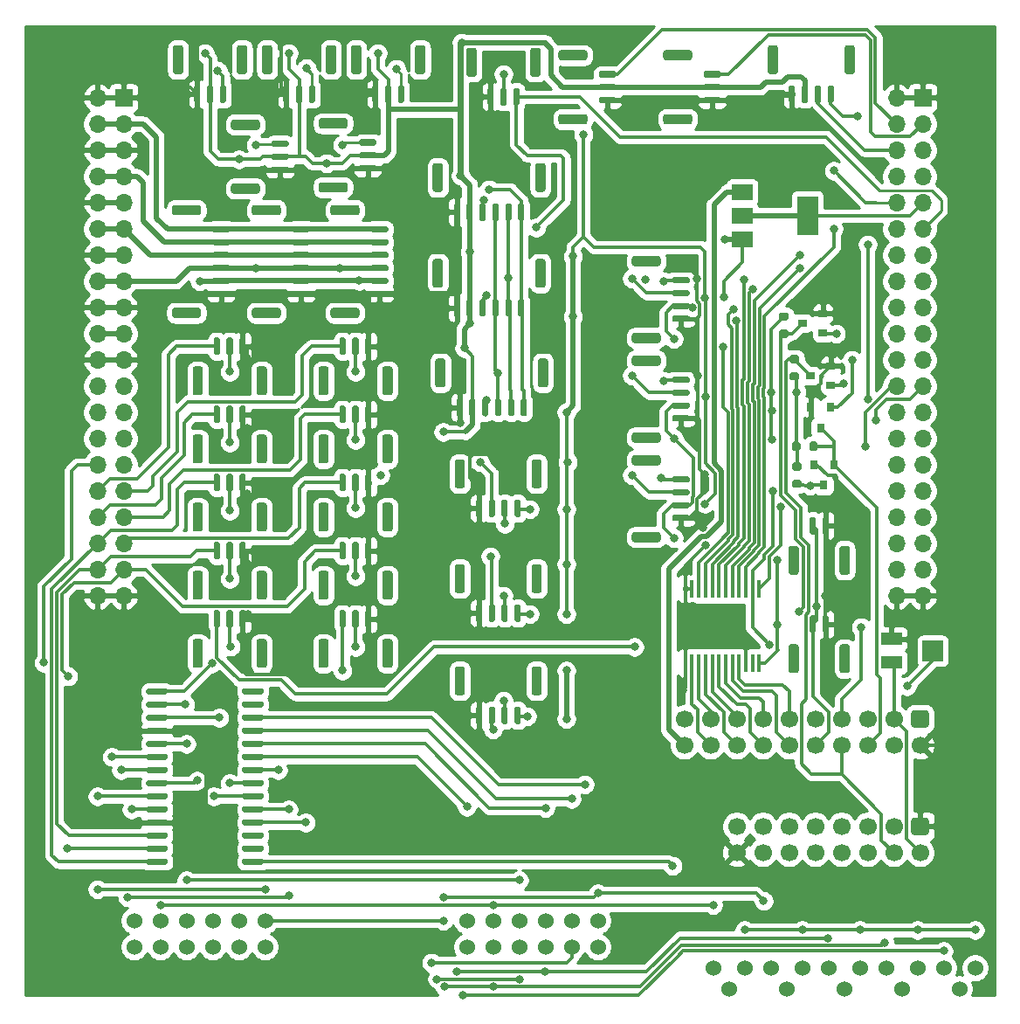
<source format=gtl>
%TF.GenerationSoftware,KiCad,Pcbnew,5.99.0+really5.1.12+dfsg1-1~bpo11+1*%
%TF.CreationDate,2021-12-22T21:03:20+01:00*%
%TF.ProjectId,ConnectorCubeV2-A,436f6e6e-6563-4746-9f72-437562655632,rev?*%
%TF.SameCoordinates,Original*%
%TF.FileFunction,Copper,L1,Top*%
%TF.FilePolarity,Positive*%
%FSLAX46Y46*%
G04 Gerber Fmt 4.6, Leading zero omitted, Abs format (unit mm)*
G04 Created by KiCad (PCBNEW 5.99.0+really5.1.12+dfsg1-1~bpo11+1) date 2021-12-22 21:03:20*
%MOMM*%
%LPD*%
G01*
G04 APERTURE LIST*
%TA.AperFunction,ComponentPad*%
%ADD10C,1.700000*%
%TD*%
%TA.AperFunction,ComponentPad*%
%ADD11C,1.524000*%
%TD*%
%TA.AperFunction,ComponentPad*%
%ADD12O,1.700000X1.700000*%
%TD*%
%TA.AperFunction,ComponentPad*%
%ADD13R,1.700000X1.700000*%
%TD*%
%TA.AperFunction,SMDPad,CuDef*%
%ADD14R,0.800000X0.900000*%
%TD*%
%TA.AperFunction,SMDPad,CuDef*%
%ADD15R,0.900000X0.800000*%
%TD*%
%TA.AperFunction,SMDPad,CuDef*%
%ADD16R,2.000000X3.800000*%
%TD*%
%TA.AperFunction,SMDPad,CuDef*%
%ADD17R,2.000000X1.500000*%
%TD*%
%TA.AperFunction,SMDPad,CuDef*%
%ADD18R,2.000000X1.300000*%
%TD*%
%TA.AperFunction,SMDPad,CuDef*%
%ADD19R,2.000000X2.000000*%
%TD*%
%TA.AperFunction,SMDPad,CuDef*%
%ADD20R,0.450000X1.750000*%
%TD*%
%TA.AperFunction,ViaPad*%
%ADD21C,0.800000*%
%TD*%
%TA.AperFunction,Conductor*%
%ADD22C,0.300000*%
%TD*%
%TA.AperFunction,Conductor*%
%ADD23C,0.500000*%
%TD*%
%TA.AperFunction,Conductor*%
%ADD24C,0.250000*%
%TD*%
%TA.AperFunction,Conductor*%
%ADD25C,0.254000*%
%TD*%
%TA.AperFunction,Conductor*%
%ADD26C,0.100000*%
%TD*%
G04 APERTURE END LIST*
%TO.P,J1203,1*%
%TO.N,GND*%
%TA.AperFunction,SMDPad,CuDef*%
G36*
G01*
X127999000Y-78736000D02*
X126599000Y-78736000D01*
G75*
G02*
X126449000Y-78586000I0J150000D01*
G01*
X126449000Y-78286000D01*
G75*
G02*
X126599000Y-78136000I150000J0D01*
G01*
X127999000Y-78136000D01*
G75*
G02*
X128149000Y-78286000I0J-150000D01*
G01*
X128149000Y-78586000D01*
G75*
G02*
X127999000Y-78736000I-150000J0D01*
G01*
G37*
%TD.AperFunction*%
%TO.P,J1203,2*%
%TO.N,+3V3*%
%TA.AperFunction,SMDPad,CuDef*%
G36*
G01*
X127999000Y-77486000D02*
X126599000Y-77486000D01*
G75*
G02*
X126449000Y-77336000I0J150000D01*
G01*
X126449000Y-77036000D01*
G75*
G02*
X126599000Y-76886000I150000J0D01*
G01*
X127999000Y-76886000D01*
G75*
G02*
X128149000Y-77036000I0J-150000D01*
G01*
X128149000Y-77336000D01*
G75*
G02*
X127999000Y-77486000I-150000J0D01*
G01*
G37*
%TD.AperFunction*%
%TO.P,J1203,3*%
%TO.N,+5VD*%
%TA.AperFunction,SMDPad,CuDef*%
G36*
G01*
X127999000Y-76236000D02*
X126599000Y-76236000D01*
G75*
G02*
X126449000Y-76086000I0J150000D01*
G01*
X126449000Y-75786000D01*
G75*
G02*
X126599000Y-75636000I150000J0D01*
G01*
X127999000Y-75636000D01*
G75*
G02*
X128149000Y-75786000I0J-150000D01*
G01*
X128149000Y-76086000D01*
G75*
G02*
X127999000Y-76236000I-150000J0D01*
G01*
G37*
%TD.AperFunction*%
%TO.P,J1203,4*%
%TO.N,+5VA*%
%TA.AperFunction,SMDPad,CuDef*%
G36*
G01*
X127999000Y-74986000D02*
X126599000Y-74986000D01*
G75*
G02*
X126449000Y-74836000I0J150000D01*
G01*
X126449000Y-74536000D01*
G75*
G02*
X126599000Y-74386000I150000J0D01*
G01*
X127999000Y-74386000D01*
G75*
G02*
X128149000Y-74536000I0J-150000D01*
G01*
X128149000Y-74836000D01*
G75*
G02*
X127999000Y-74986000I-150000J0D01*
G01*
G37*
%TD.AperFunction*%
%TO.P,J1203,5*%
%TO.N,+12V*%
%TA.AperFunction,SMDPad,CuDef*%
G36*
G01*
X127999000Y-73736000D02*
X126599000Y-73736000D01*
G75*
G02*
X126449000Y-73586000I0J150000D01*
G01*
X126449000Y-73286000D01*
G75*
G02*
X126599000Y-73136000I150000J0D01*
G01*
X127999000Y-73136000D01*
G75*
G02*
X128149000Y-73286000I0J-150000D01*
G01*
X128149000Y-73586000D01*
G75*
G02*
X127999000Y-73736000I-150000J0D01*
G01*
G37*
%TD.AperFunction*%
%TO.P,J1203,6*%
%TO.N,+BATT*%
%TA.AperFunction,SMDPad,CuDef*%
G36*
G01*
X127999000Y-72486000D02*
X126599000Y-72486000D01*
G75*
G02*
X126449000Y-72336000I0J150000D01*
G01*
X126449000Y-72036000D01*
G75*
G02*
X126599000Y-71886000I150000J0D01*
G01*
X127999000Y-71886000D01*
G75*
G02*
X128149000Y-72036000I0J-150000D01*
G01*
X128149000Y-72336000D01*
G75*
G02*
X127999000Y-72486000I-150000J0D01*
G01*
G37*
%TD.AperFunction*%
%TO.P,J1203,MP*%
%TO.N,N/C*%
%TA.AperFunction,SMDPad,CuDef*%
G36*
G01*
X125099000Y-80786000D02*
X122799000Y-80786000D01*
G75*
G02*
X122549000Y-80536000I0J250000D01*
G01*
X122549000Y-80036000D01*
G75*
G02*
X122799000Y-79786000I250000J0D01*
G01*
X125099000Y-79786000D01*
G75*
G02*
X125349000Y-80036000I0J-250000D01*
G01*
X125349000Y-80536000D01*
G75*
G02*
X125099000Y-80786000I-250000J0D01*
G01*
G37*
%TD.AperFunction*%
%TA.AperFunction,SMDPad,CuDef*%
G36*
G01*
X125099000Y-70836000D02*
X122799000Y-70836000D01*
G75*
G02*
X122549000Y-70586000I0J250000D01*
G01*
X122549000Y-70086000D01*
G75*
G02*
X122799000Y-69836000I250000J0D01*
G01*
X125099000Y-69836000D01*
G75*
G02*
X125349000Y-70086000I0J-250000D01*
G01*
X125349000Y-70586000D01*
G75*
G02*
X125099000Y-70836000I-250000J0D01*
G01*
G37*
%TD.AperFunction*%
%TD*%
%TO.P,J1010,1*%
%TO.N,GND*%
%TA.AperFunction,SMDPad,CuDef*%
G36*
G01*
X126518000Y-109237000D02*
X126518000Y-110637000D01*
G75*
G02*
X126368000Y-110787000I-150000J0D01*
G01*
X126068000Y-110787000D01*
G75*
G02*
X125918000Y-110637000I0J150000D01*
G01*
X125918000Y-109237000D01*
G75*
G02*
X126068000Y-109087000I150000J0D01*
G01*
X126368000Y-109087000D01*
G75*
G02*
X126518000Y-109237000I0J-150000D01*
G01*
G37*
%TD.AperFunction*%
%TO.P,J1010,2*%
%TO.N,Net-(J1010-Pad2)*%
%TA.AperFunction,SMDPad,CuDef*%
G36*
G01*
X125268000Y-109237000D02*
X125268000Y-110637000D01*
G75*
G02*
X125118000Y-110787000I-150000J0D01*
G01*
X124818000Y-110787000D01*
G75*
G02*
X124668000Y-110637000I0J150000D01*
G01*
X124668000Y-109237000D01*
G75*
G02*
X124818000Y-109087000I150000J0D01*
G01*
X125118000Y-109087000D01*
G75*
G02*
X125268000Y-109237000I0J-150000D01*
G01*
G37*
%TD.AperFunction*%
%TO.P,J1010,3*%
%TO.N,/IO8*%
%TA.AperFunction,SMDPad,CuDef*%
G36*
G01*
X124018000Y-109237000D02*
X124018000Y-110637000D01*
G75*
G02*
X123868000Y-110787000I-150000J0D01*
G01*
X123568000Y-110787000D01*
G75*
G02*
X123418000Y-110637000I0J150000D01*
G01*
X123418000Y-109237000D01*
G75*
G02*
X123568000Y-109087000I150000J0D01*
G01*
X123868000Y-109087000D01*
G75*
G02*
X124018000Y-109237000I0J-150000D01*
G01*
G37*
%TD.AperFunction*%
%TO.P,J1010,MP*%
%TO.N,N/C*%
%TA.AperFunction,SMDPad,CuDef*%
G36*
G01*
X128568000Y-112137000D02*
X128568000Y-114437000D01*
G75*
G02*
X128318000Y-114687000I-250000J0D01*
G01*
X127818000Y-114687000D01*
G75*
G02*
X127568000Y-114437000I0J250000D01*
G01*
X127568000Y-112137000D01*
G75*
G02*
X127818000Y-111887000I250000J0D01*
G01*
X128318000Y-111887000D01*
G75*
G02*
X128568000Y-112137000I0J-250000D01*
G01*
G37*
%TD.AperFunction*%
%TA.AperFunction,SMDPad,CuDef*%
G36*
G01*
X122368000Y-112137000D02*
X122368000Y-114437000D01*
G75*
G02*
X122118000Y-114687000I-250000J0D01*
G01*
X121618000Y-114687000D01*
G75*
G02*
X121368000Y-114437000I0J250000D01*
G01*
X121368000Y-112137000D01*
G75*
G02*
X121618000Y-111887000I250000J0D01*
G01*
X122118000Y-111887000D01*
G75*
G02*
X122368000Y-112137000I0J-250000D01*
G01*
G37*
%TD.AperFunction*%
%TD*%
%TO.P,J1007,1*%
%TO.N,GND*%
%TA.AperFunction,SMDPad,CuDef*%
G36*
G01*
X126518000Y-89425000D02*
X126518000Y-90825000D01*
G75*
G02*
X126368000Y-90975000I-150000J0D01*
G01*
X126068000Y-90975000D01*
G75*
G02*
X125918000Y-90825000I0J150000D01*
G01*
X125918000Y-89425000D01*
G75*
G02*
X126068000Y-89275000I150000J0D01*
G01*
X126368000Y-89275000D01*
G75*
G02*
X126518000Y-89425000I0J-150000D01*
G01*
G37*
%TD.AperFunction*%
%TO.P,J1007,2*%
%TO.N,Net-(J1007-Pad2)*%
%TA.AperFunction,SMDPad,CuDef*%
G36*
G01*
X125268000Y-89425000D02*
X125268000Y-90825000D01*
G75*
G02*
X125118000Y-90975000I-150000J0D01*
G01*
X124818000Y-90975000D01*
G75*
G02*
X124668000Y-90825000I0J150000D01*
G01*
X124668000Y-89425000D01*
G75*
G02*
X124818000Y-89275000I150000J0D01*
G01*
X125118000Y-89275000D01*
G75*
G02*
X125268000Y-89425000I0J-150000D01*
G01*
G37*
%TD.AperFunction*%
%TO.P,J1007,3*%
%TO.N,/IO2*%
%TA.AperFunction,SMDPad,CuDef*%
G36*
G01*
X124018000Y-89425000D02*
X124018000Y-90825000D01*
G75*
G02*
X123868000Y-90975000I-150000J0D01*
G01*
X123568000Y-90975000D01*
G75*
G02*
X123418000Y-90825000I0J150000D01*
G01*
X123418000Y-89425000D01*
G75*
G02*
X123568000Y-89275000I150000J0D01*
G01*
X123868000Y-89275000D01*
G75*
G02*
X124018000Y-89425000I0J-150000D01*
G01*
G37*
%TD.AperFunction*%
%TO.P,J1007,MP*%
%TO.N,N/C*%
%TA.AperFunction,SMDPad,CuDef*%
G36*
G01*
X128568000Y-92325000D02*
X128568000Y-94625000D01*
G75*
G02*
X128318000Y-94875000I-250000J0D01*
G01*
X127818000Y-94875000D01*
G75*
G02*
X127568000Y-94625000I0J250000D01*
G01*
X127568000Y-92325000D01*
G75*
G02*
X127818000Y-92075000I250000J0D01*
G01*
X128318000Y-92075000D01*
G75*
G02*
X128568000Y-92325000I0J-250000D01*
G01*
G37*
%TD.AperFunction*%
%TA.AperFunction,SMDPad,CuDef*%
G36*
G01*
X122368000Y-92325000D02*
X122368000Y-94625000D01*
G75*
G02*
X122118000Y-94875000I-250000J0D01*
G01*
X121618000Y-94875000D01*
G75*
G02*
X121368000Y-94625000I0J250000D01*
G01*
X121368000Y-92325000D01*
G75*
G02*
X121618000Y-92075000I250000J0D01*
G01*
X122118000Y-92075000D01*
G75*
G02*
X122368000Y-92325000I0J-250000D01*
G01*
G37*
%TD.AperFunction*%
%TD*%
%TO.P,J1004,1*%
%TO.N,GND*%
%TA.AperFunction,SMDPad,CuDef*%
G36*
G01*
X114326000Y-96029000D02*
X114326000Y-97429000D01*
G75*
G02*
X114176000Y-97579000I-150000J0D01*
G01*
X113876000Y-97579000D01*
G75*
G02*
X113726000Y-97429000I0J150000D01*
G01*
X113726000Y-96029000D01*
G75*
G02*
X113876000Y-95879000I150000J0D01*
G01*
X114176000Y-95879000D01*
G75*
G02*
X114326000Y-96029000I0J-150000D01*
G01*
G37*
%TD.AperFunction*%
%TO.P,J1004,2*%
%TO.N,Net-(J1004-Pad2)*%
%TA.AperFunction,SMDPad,CuDef*%
G36*
G01*
X113076000Y-96029000D02*
X113076000Y-97429000D01*
G75*
G02*
X112926000Y-97579000I-150000J0D01*
G01*
X112626000Y-97579000D01*
G75*
G02*
X112476000Y-97429000I0J150000D01*
G01*
X112476000Y-96029000D01*
G75*
G02*
X112626000Y-95879000I150000J0D01*
G01*
X112926000Y-95879000D01*
G75*
G02*
X113076000Y-96029000I0J-150000D01*
G01*
G37*
%TD.AperFunction*%
%TO.P,J1004,3*%
%TO.N,/IO5*%
%TA.AperFunction,SMDPad,CuDef*%
G36*
G01*
X111826000Y-96029000D02*
X111826000Y-97429000D01*
G75*
G02*
X111676000Y-97579000I-150000J0D01*
G01*
X111376000Y-97579000D01*
G75*
G02*
X111226000Y-97429000I0J150000D01*
G01*
X111226000Y-96029000D01*
G75*
G02*
X111376000Y-95879000I150000J0D01*
G01*
X111676000Y-95879000D01*
G75*
G02*
X111826000Y-96029000I0J-150000D01*
G01*
G37*
%TD.AperFunction*%
%TO.P,J1004,MP*%
%TO.N,N/C*%
%TA.AperFunction,SMDPad,CuDef*%
G36*
G01*
X116376000Y-98929000D02*
X116376000Y-101229000D01*
G75*
G02*
X116126000Y-101479000I-250000J0D01*
G01*
X115626000Y-101479000D01*
G75*
G02*
X115376000Y-101229000I0J250000D01*
G01*
X115376000Y-98929000D01*
G75*
G02*
X115626000Y-98679000I250000J0D01*
G01*
X116126000Y-98679000D01*
G75*
G02*
X116376000Y-98929000I0J-250000D01*
G01*
G37*
%TD.AperFunction*%
%TA.AperFunction,SMDPad,CuDef*%
G36*
G01*
X110176000Y-98929000D02*
X110176000Y-101229000D01*
G75*
G02*
X109926000Y-101479000I-250000J0D01*
G01*
X109426000Y-101479000D01*
G75*
G02*
X109176000Y-101229000I0J250000D01*
G01*
X109176000Y-98929000D01*
G75*
G02*
X109426000Y-98679000I250000J0D01*
G01*
X109926000Y-98679000D01*
G75*
G02*
X110176000Y-98929000I0J-250000D01*
G01*
G37*
%TD.AperFunction*%
%TD*%
%TO.P,J1005,1*%
%TO.N,GND*%
%TA.AperFunction,SMDPad,CuDef*%
G36*
G01*
X114326000Y-82821000D02*
X114326000Y-84221000D01*
G75*
G02*
X114176000Y-84371000I-150000J0D01*
G01*
X113876000Y-84371000D01*
G75*
G02*
X113726000Y-84221000I0J150000D01*
G01*
X113726000Y-82821000D01*
G75*
G02*
X113876000Y-82671000I150000J0D01*
G01*
X114176000Y-82671000D01*
G75*
G02*
X114326000Y-82821000I0J-150000D01*
G01*
G37*
%TD.AperFunction*%
%TO.P,J1005,2*%
%TO.N,Net-(J1005-Pad2)*%
%TA.AperFunction,SMDPad,CuDef*%
G36*
G01*
X113076000Y-82821000D02*
X113076000Y-84221000D01*
G75*
G02*
X112926000Y-84371000I-150000J0D01*
G01*
X112626000Y-84371000D01*
G75*
G02*
X112476000Y-84221000I0J150000D01*
G01*
X112476000Y-82821000D01*
G75*
G02*
X112626000Y-82671000I150000J0D01*
G01*
X112926000Y-82671000D01*
G75*
G02*
X113076000Y-82821000I0J-150000D01*
G01*
G37*
%TD.AperFunction*%
%TO.P,J1005,3*%
%TO.N,/IO1*%
%TA.AperFunction,SMDPad,CuDef*%
G36*
G01*
X111826000Y-82821000D02*
X111826000Y-84221000D01*
G75*
G02*
X111676000Y-84371000I-150000J0D01*
G01*
X111376000Y-84371000D01*
G75*
G02*
X111226000Y-84221000I0J150000D01*
G01*
X111226000Y-82821000D01*
G75*
G02*
X111376000Y-82671000I150000J0D01*
G01*
X111676000Y-82671000D01*
G75*
G02*
X111826000Y-82821000I0J-150000D01*
G01*
G37*
%TD.AperFunction*%
%TO.P,J1005,MP*%
%TO.N,N/C*%
%TA.AperFunction,SMDPad,CuDef*%
G36*
G01*
X116376000Y-85721000D02*
X116376000Y-88021000D01*
G75*
G02*
X116126000Y-88271000I-250000J0D01*
G01*
X115626000Y-88271000D01*
G75*
G02*
X115376000Y-88021000I0J250000D01*
G01*
X115376000Y-85721000D01*
G75*
G02*
X115626000Y-85471000I250000J0D01*
G01*
X116126000Y-85471000D01*
G75*
G02*
X116376000Y-85721000I0J-250000D01*
G01*
G37*
%TD.AperFunction*%
%TA.AperFunction,SMDPad,CuDef*%
G36*
G01*
X110176000Y-85721000D02*
X110176000Y-88021000D01*
G75*
G02*
X109926000Y-88271000I-250000J0D01*
G01*
X109426000Y-88271000D01*
G75*
G02*
X109176000Y-88021000I0J250000D01*
G01*
X109176000Y-85721000D01*
G75*
G02*
X109426000Y-85471000I250000J0D01*
G01*
X109926000Y-85471000D01*
G75*
G02*
X110176000Y-85721000I0J-250000D01*
G01*
G37*
%TD.AperFunction*%
%TD*%
%TO.P,J1008,MP*%
%TO.N,N/C*%
%TA.AperFunction,SMDPad,CuDef*%
G36*
G01*
X110176000Y-105533000D02*
X110176000Y-107833000D01*
G75*
G02*
X109926000Y-108083000I-250000J0D01*
G01*
X109426000Y-108083000D01*
G75*
G02*
X109176000Y-107833000I0J250000D01*
G01*
X109176000Y-105533000D01*
G75*
G02*
X109426000Y-105283000I250000J0D01*
G01*
X109926000Y-105283000D01*
G75*
G02*
X110176000Y-105533000I0J-250000D01*
G01*
G37*
%TD.AperFunction*%
%TA.AperFunction,SMDPad,CuDef*%
G36*
G01*
X116376000Y-105533000D02*
X116376000Y-107833000D01*
G75*
G02*
X116126000Y-108083000I-250000J0D01*
G01*
X115626000Y-108083000D01*
G75*
G02*
X115376000Y-107833000I0J250000D01*
G01*
X115376000Y-105533000D01*
G75*
G02*
X115626000Y-105283000I250000J0D01*
G01*
X116126000Y-105283000D01*
G75*
G02*
X116376000Y-105533000I0J-250000D01*
G01*
G37*
%TD.AperFunction*%
%TO.P,J1008,3*%
%TO.N,/IO7*%
%TA.AperFunction,SMDPad,CuDef*%
G36*
G01*
X111826000Y-102633000D02*
X111826000Y-104033000D01*
G75*
G02*
X111676000Y-104183000I-150000J0D01*
G01*
X111376000Y-104183000D01*
G75*
G02*
X111226000Y-104033000I0J150000D01*
G01*
X111226000Y-102633000D01*
G75*
G02*
X111376000Y-102483000I150000J0D01*
G01*
X111676000Y-102483000D01*
G75*
G02*
X111826000Y-102633000I0J-150000D01*
G01*
G37*
%TD.AperFunction*%
%TO.P,J1008,2*%
%TO.N,Net-(J1008-Pad2)*%
%TA.AperFunction,SMDPad,CuDef*%
G36*
G01*
X113076000Y-102633000D02*
X113076000Y-104033000D01*
G75*
G02*
X112926000Y-104183000I-150000J0D01*
G01*
X112626000Y-104183000D01*
G75*
G02*
X112476000Y-104033000I0J150000D01*
G01*
X112476000Y-102633000D01*
G75*
G02*
X112626000Y-102483000I150000J0D01*
G01*
X112926000Y-102483000D01*
G75*
G02*
X113076000Y-102633000I0J-150000D01*
G01*
G37*
%TD.AperFunction*%
%TO.P,J1008,1*%
%TO.N,GND*%
%TA.AperFunction,SMDPad,CuDef*%
G36*
G01*
X114326000Y-102633000D02*
X114326000Y-104033000D01*
G75*
G02*
X114176000Y-104183000I-150000J0D01*
G01*
X113876000Y-104183000D01*
G75*
G02*
X113726000Y-104033000I0J150000D01*
G01*
X113726000Y-102633000D01*
G75*
G02*
X113876000Y-102483000I150000J0D01*
G01*
X114176000Y-102483000D01*
G75*
G02*
X114326000Y-102633000I0J-150000D01*
G01*
G37*
%TD.AperFunction*%
%TD*%
%TO.P,J1009,MP*%
%TO.N,N/C*%
%TA.AperFunction,SMDPad,CuDef*%
G36*
G01*
X110176000Y-92325000D02*
X110176000Y-94625000D01*
G75*
G02*
X109926000Y-94875000I-250000J0D01*
G01*
X109426000Y-94875000D01*
G75*
G02*
X109176000Y-94625000I0J250000D01*
G01*
X109176000Y-92325000D01*
G75*
G02*
X109426000Y-92075000I250000J0D01*
G01*
X109926000Y-92075000D01*
G75*
G02*
X110176000Y-92325000I0J-250000D01*
G01*
G37*
%TD.AperFunction*%
%TA.AperFunction,SMDPad,CuDef*%
G36*
G01*
X116376000Y-92325000D02*
X116376000Y-94625000D01*
G75*
G02*
X116126000Y-94875000I-250000J0D01*
G01*
X115626000Y-94875000D01*
G75*
G02*
X115376000Y-94625000I0J250000D01*
G01*
X115376000Y-92325000D01*
G75*
G02*
X115626000Y-92075000I250000J0D01*
G01*
X116126000Y-92075000D01*
G75*
G02*
X116376000Y-92325000I0J-250000D01*
G01*
G37*
%TD.AperFunction*%
%TO.P,J1009,3*%
%TO.N,/IO3*%
%TA.AperFunction,SMDPad,CuDef*%
G36*
G01*
X111826000Y-89425000D02*
X111826000Y-90825000D01*
G75*
G02*
X111676000Y-90975000I-150000J0D01*
G01*
X111376000Y-90975000D01*
G75*
G02*
X111226000Y-90825000I0J150000D01*
G01*
X111226000Y-89425000D01*
G75*
G02*
X111376000Y-89275000I150000J0D01*
G01*
X111676000Y-89275000D01*
G75*
G02*
X111826000Y-89425000I0J-150000D01*
G01*
G37*
%TD.AperFunction*%
%TO.P,J1009,2*%
%TO.N,Net-(J1009-Pad2)*%
%TA.AperFunction,SMDPad,CuDef*%
G36*
G01*
X113076000Y-89425000D02*
X113076000Y-90825000D01*
G75*
G02*
X112926000Y-90975000I-150000J0D01*
G01*
X112626000Y-90975000D01*
G75*
G02*
X112476000Y-90825000I0J150000D01*
G01*
X112476000Y-89425000D01*
G75*
G02*
X112626000Y-89275000I150000J0D01*
G01*
X112926000Y-89275000D01*
G75*
G02*
X113076000Y-89425000I0J-150000D01*
G01*
G37*
%TD.AperFunction*%
%TO.P,J1009,1*%
%TO.N,GND*%
%TA.AperFunction,SMDPad,CuDef*%
G36*
G01*
X114326000Y-89425000D02*
X114326000Y-90825000D01*
G75*
G02*
X114176000Y-90975000I-150000J0D01*
G01*
X113876000Y-90975000D01*
G75*
G02*
X113726000Y-90825000I0J150000D01*
G01*
X113726000Y-89425000D01*
G75*
G02*
X113876000Y-89275000I150000J0D01*
G01*
X114176000Y-89275000D01*
G75*
G02*
X114326000Y-89425000I0J-150000D01*
G01*
G37*
%TD.AperFunction*%
%TD*%
%TO.P,J1012,MP*%
%TO.N,N/C*%
%TA.AperFunction,SMDPad,CuDef*%
G36*
G01*
X110176000Y-112137000D02*
X110176000Y-114437000D01*
G75*
G02*
X109926000Y-114687000I-250000J0D01*
G01*
X109426000Y-114687000D01*
G75*
G02*
X109176000Y-114437000I0J250000D01*
G01*
X109176000Y-112137000D01*
G75*
G02*
X109426000Y-111887000I250000J0D01*
G01*
X109926000Y-111887000D01*
G75*
G02*
X110176000Y-112137000I0J-250000D01*
G01*
G37*
%TD.AperFunction*%
%TA.AperFunction,SMDPad,CuDef*%
G36*
G01*
X116376000Y-112137000D02*
X116376000Y-114437000D01*
G75*
G02*
X116126000Y-114687000I-250000J0D01*
G01*
X115626000Y-114687000D01*
G75*
G02*
X115376000Y-114437000I0J250000D01*
G01*
X115376000Y-112137000D01*
G75*
G02*
X115626000Y-111887000I250000J0D01*
G01*
X116126000Y-111887000D01*
G75*
G02*
X116376000Y-112137000I0J-250000D01*
G01*
G37*
%TD.AperFunction*%
%TO.P,J1012,3*%
%TO.N,/IO9*%
%TA.AperFunction,SMDPad,CuDef*%
G36*
G01*
X111826000Y-109237000D02*
X111826000Y-110637000D01*
G75*
G02*
X111676000Y-110787000I-150000J0D01*
G01*
X111376000Y-110787000D01*
G75*
G02*
X111226000Y-110637000I0J150000D01*
G01*
X111226000Y-109237000D01*
G75*
G02*
X111376000Y-109087000I150000J0D01*
G01*
X111676000Y-109087000D01*
G75*
G02*
X111826000Y-109237000I0J-150000D01*
G01*
G37*
%TD.AperFunction*%
%TO.P,J1012,2*%
%TO.N,Net-(J1012-Pad2)*%
%TA.AperFunction,SMDPad,CuDef*%
G36*
G01*
X113076000Y-109237000D02*
X113076000Y-110637000D01*
G75*
G02*
X112926000Y-110787000I-150000J0D01*
G01*
X112626000Y-110787000D01*
G75*
G02*
X112476000Y-110637000I0J150000D01*
G01*
X112476000Y-109237000D01*
G75*
G02*
X112626000Y-109087000I150000J0D01*
G01*
X112926000Y-109087000D01*
G75*
G02*
X113076000Y-109237000I0J-150000D01*
G01*
G37*
%TD.AperFunction*%
%TO.P,J1012,1*%
%TO.N,GND*%
%TA.AperFunction,SMDPad,CuDef*%
G36*
G01*
X114326000Y-109237000D02*
X114326000Y-110637000D01*
G75*
G02*
X114176000Y-110787000I-150000J0D01*
G01*
X113876000Y-110787000D01*
G75*
G02*
X113726000Y-110637000I0J150000D01*
G01*
X113726000Y-109237000D01*
G75*
G02*
X113876000Y-109087000I150000J0D01*
G01*
X114176000Y-109087000D01*
G75*
G02*
X114326000Y-109237000I0J-150000D01*
G01*
G37*
%TD.AperFunction*%
%TD*%
%TO.P,J1003,MP*%
%TO.N,N/C*%
%TA.AperFunction,SMDPad,CuDef*%
G36*
G01*
X122368000Y-85721000D02*
X122368000Y-88021000D01*
G75*
G02*
X122118000Y-88271000I-250000J0D01*
G01*
X121618000Y-88271000D01*
G75*
G02*
X121368000Y-88021000I0J250000D01*
G01*
X121368000Y-85721000D01*
G75*
G02*
X121618000Y-85471000I250000J0D01*
G01*
X122118000Y-85471000D01*
G75*
G02*
X122368000Y-85721000I0J-250000D01*
G01*
G37*
%TD.AperFunction*%
%TA.AperFunction,SMDPad,CuDef*%
G36*
G01*
X128568000Y-85721000D02*
X128568000Y-88021000D01*
G75*
G02*
X128318000Y-88271000I-250000J0D01*
G01*
X127818000Y-88271000D01*
G75*
G02*
X127568000Y-88021000I0J250000D01*
G01*
X127568000Y-85721000D01*
G75*
G02*
X127818000Y-85471000I250000J0D01*
G01*
X128318000Y-85471000D01*
G75*
G02*
X128568000Y-85721000I0J-250000D01*
G01*
G37*
%TD.AperFunction*%
%TO.P,J1003,3*%
%TO.N,/IO0*%
%TA.AperFunction,SMDPad,CuDef*%
G36*
G01*
X124018000Y-82821000D02*
X124018000Y-84221000D01*
G75*
G02*
X123868000Y-84371000I-150000J0D01*
G01*
X123568000Y-84371000D01*
G75*
G02*
X123418000Y-84221000I0J150000D01*
G01*
X123418000Y-82821000D01*
G75*
G02*
X123568000Y-82671000I150000J0D01*
G01*
X123868000Y-82671000D01*
G75*
G02*
X124018000Y-82821000I0J-150000D01*
G01*
G37*
%TD.AperFunction*%
%TO.P,J1003,2*%
%TO.N,Net-(J1003-Pad2)*%
%TA.AperFunction,SMDPad,CuDef*%
G36*
G01*
X125268000Y-82821000D02*
X125268000Y-84221000D01*
G75*
G02*
X125118000Y-84371000I-150000J0D01*
G01*
X124818000Y-84371000D01*
G75*
G02*
X124668000Y-84221000I0J150000D01*
G01*
X124668000Y-82821000D01*
G75*
G02*
X124818000Y-82671000I150000J0D01*
G01*
X125118000Y-82671000D01*
G75*
G02*
X125268000Y-82821000I0J-150000D01*
G01*
G37*
%TD.AperFunction*%
%TO.P,J1003,1*%
%TO.N,GND*%
%TA.AperFunction,SMDPad,CuDef*%
G36*
G01*
X126518000Y-82821000D02*
X126518000Y-84221000D01*
G75*
G02*
X126368000Y-84371000I-150000J0D01*
G01*
X126068000Y-84371000D01*
G75*
G02*
X125918000Y-84221000I0J150000D01*
G01*
X125918000Y-82821000D01*
G75*
G02*
X126068000Y-82671000I150000J0D01*
G01*
X126368000Y-82671000D01*
G75*
G02*
X126518000Y-82821000I0J-150000D01*
G01*
G37*
%TD.AperFunction*%
%TD*%
%TO.P,J1011,MP*%
%TO.N,N/C*%
%TA.AperFunction,SMDPad,CuDef*%
G36*
G01*
X122368000Y-98929000D02*
X122368000Y-101229000D01*
G75*
G02*
X122118000Y-101479000I-250000J0D01*
G01*
X121618000Y-101479000D01*
G75*
G02*
X121368000Y-101229000I0J250000D01*
G01*
X121368000Y-98929000D01*
G75*
G02*
X121618000Y-98679000I250000J0D01*
G01*
X122118000Y-98679000D01*
G75*
G02*
X122368000Y-98929000I0J-250000D01*
G01*
G37*
%TD.AperFunction*%
%TA.AperFunction,SMDPad,CuDef*%
G36*
G01*
X128568000Y-98929000D02*
X128568000Y-101229000D01*
G75*
G02*
X128318000Y-101479000I-250000J0D01*
G01*
X127818000Y-101479000D01*
G75*
G02*
X127568000Y-101229000I0J250000D01*
G01*
X127568000Y-98929000D01*
G75*
G02*
X127818000Y-98679000I250000J0D01*
G01*
X128318000Y-98679000D01*
G75*
G02*
X128568000Y-98929000I0J-250000D01*
G01*
G37*
%TD.AperFunction*%
%TO.P,J1011,3*%
%TO.N,/IO4*%
%TA.AperFunction,SMDPad,CuDef*%
G36*
G01*
X124018000Y-96029000D02*
X124018000Y-97429000D01*
G75*
G02*
X123868000Y-97579000I-150000J0D01*
G01*
X123568000Y-97579000D01*
G75*
G02*
X123418000Y-97429000I0J150000D01*
G01*
X123418000Y-96029000D01*
G75*
G02*
X123568000Y-95879000I150000J0D01*
G01*
X123868000Y-95879000D01*
G75*
G02*
X124018000Y-96029000I0J-150000D01*
G01*
G37*
%TD.AperFunction*%
%TO.P,J1011,2*%
%TO.N,Net-(J1011-Pad2)*%
%TA.AperFunction,SMDPad,CuDef*%
G36*
G01*
X125268000Y-96029000D02*
X125268000Y-97429000D01*
G75*
G02*
X125118000Y-97579000I-150000J0D01*
G01*
X124818000Y-97579000D01*
G75*
G02*
X124668000Y-97429000I0J150000D01*
G01*
X124668000Y-96029000D01*
G75*
G02*
X124818000Y-95879000I150000J0D01*
G01*
X125118000Y-95879000D01*
G75*
G02*
X125268000Y-96029000I0J-150000D01*
G01*
G37*
%TD.AperFunction*%
%TO.P,J1011,1*%
%TO.N,GND*%
%TA.AperFunction,SMDPad,CuDef*%
G36*
G01*
X126518000Y-96029000D02*
X126518000Y-97429000D01*
G75*
G02*
X126368000Y-97579000I-150000J0D01*
G01*
X126068000Y-97579000D01*
G75*
G02*
X125918000Y-97429000I0J150000D01*
G01*
X125918000Y-96029000D01*
G75*
G02*
X126068000Y-95879000I150000J0D01*
G01*
X126368000Y-95879000D01*
G75*
G02*
X126518000Y-96029000I0J-150000D01*
G01*
G37*
%TD.AperFunction*%
%TD*%
%TO.P,J1006,1*%
%TO.N,GND*%
%TA.AperFunction,SMDPad,CuDef*%
G36*
G01*
X126518000Y-102633000D02*
X126518000Y-104033000D01*
G75*
G02*
X126368000Y-104183000I-150000J0D01*
G01*
X126068000Y-104183000D01*
G75*
G02*
X125918000Y-104033000I0J150000D01*
G01*
X125918000Y-102633000D01*
G75*
G02*
X126068000Y-102483000I150000J0D01*
G01*
X126368000Y-102483000D01*
G75*
G02*
X126518000Y-102633000I0J-150000D01*
G01*
G37*
%TD.AperFunction*%
%TO.P,J1006,2*%
%TO.N,Net-(J1006-Pad2)*%
%TA.AperFunction,SMDPad,CuDef*%
G36*
G01*
X125268000Y-102633000D02*
X125268000Y-104033000D01*
G75*
G02*
X125118000Y-104183000I-150000J0D01*
G01*
X124818000Y-104183000D01*
G75*
G02*
X124668000Y-104033000I0J150000D01*
G01*
X124668000Y-102633000D01*
G75*
G02*
X124818000Y-102483000I150000J0D01*
G01*
X125118000Y-102483000D01*
G75*
G02*
X125268000Y-102633000I0J-150000D01*
G01*
G37*
%TD.AperFunction*%
%TO.P,J1006,3*%
%TO.N,/IO6*%
%TA.AperFunction,SMDPad,CuDef*%
G36*
G01*
X124018000Y-102633000D02*
X124018000Y-104033000D01*
G75*
G02*
X123868000Y-104183000I-150000J0D01*
G01*
X123568000Y-104183000D01*
G75*
G02*
X123418000Y-104033000I0J150000D01*
G01*
X123418000Y-102633000D01*
G75*
G02*
X123568000Y-102483000I150000J0D01*
G01*
X123868000Y-102483000D01*
G75*
G02*
X124018000Y-102633000I0J-150000D01*
G01*
G37*
%TD.AperFunction*%
%TO.P,J1006,MP*%
%TO.N,N/C*%
%TA.AperFunction,SMDPad,CuDef*%
G36*
G01*
X128568000Y-105533000D02*
X128568000Y-107833000D01*
G75*
G02*
X128318000Y-108083000I-250000J0D01*
G01*
X127818000Y-108083000D01*
G75*
G02*
X127568000Y-107833000I0J250000D01*
G01*
X127568000Y-105533000D01*
G75*
G02*
X127818000Y-105283000I250000J0D01*
G01*
X128318000Y-105283000D01*
G75*
G02*
X128568000Y-105533000I0J-250000D01*
G01*
G37*
%TD.AperFunction*%
%TA.AperFunction,SMDPad,CuDef*%
G36*
G01*
X122368000Y-105533000D02*
X122368000Y-107833000D01*
G75*
G02*
X122118000Y-108083000I-250000J0D01*
G01*
X121618000Y-108083000D01*
G75*
G02*
X121368000Y-107833000I0J250000D01*
G01*
X121368000Y-105533000D01*
G75*
G02*
X121618000Y-105283000I250000J0D01*
G01*
X122118000Y-105283000D01*
G75*
G02*
X122368000Y-105533000I0J-250000D01*
G01*
G37*
%TD.AperFunction*%
%TD*%
%TO.P,U1101,1*%
%TO.N,/7Seg/K1*%
%TA.AperFunction,SMDPad,CuDef*%
G36*
G01*
X116038000Y-133327000D02*
X116038000Y-133627000D01*
G75*
G02*
X115888000Y-133777000I-150000J0D01*
G01*
X114138000Y-133777000D01*
G75*
G02*
X113988000Y-133627000I0J150000D01*
G01*
X113988000Y-133327000D01*
G75*
G02*
X114138000Y-133177000I150000J0D01*
G01*
X115888000Y-133177000D01*
G75*
G02*
X116038000Y-133327000I0J-150000D01*
G01*
G37*
%TD.AperFunction*%
%TO.P,U1101,2*%
%TO.N,N/C*%
%TA.AperFunction,SMDPad,CuDef*%
G36*
G01*
X116038000Y-132057000D02*
X116038000Y-132357000D01*
G75*
G02*
X115888000Y-132507000I-150000J0D01*
G01*
X114138000Y-132507000D01*
G75*
G02*
X113988000Y-132357000I0J150000D01*
G01*
X113988000Y-132057000D01*
G75*
G02*
X114138000Y-131907000I150000J0D01*
G01*
X115888000Y-131907000D01*
G75*
G02*
X116038000Y-132057000I0J-150000D01*
G01*
G37*
%TD.AperFunction*%
%TO.P,U1101,3*%
%TA.AperFunction,SMDPad,CuDef*%
G36*
G01*
X116038000Y-130787000D02*
X116038000Y-131087000D01*
G75*
G02*
X115888000Y-131237000I-150000J0D01*
G01*
X114138000Y-131237000D01*
G75*
G02*
X113988000Y-131087000I0J150000D01*
G01*
X113988000Y-130787000D01*
G75*
G02*
X114138000Y-130637000I150000J0D01*
G01*
X115888000Y-130637000D01*
G75*
G02*
X116038000Y-130787000I0J-150000D01*
G01*
G37*
%TD.AperFunction*%
%TO.P,U1101,4*%
%TO.N,+3V3*%
%TA.AperFunction,SMDPad,CuDef*%
G36*
G01*
X116038000Y-129517000D02*
X116038000Y-129817000D01*
G75*
G02*
X115888000Y-129967000I-150000J0D01*
G01*
X114138000Y-129967000D01*
G75*
G02*
X113988000Y-129817000I0J150000D01*
G01*
X113988000Y-129517000D01*
G75*
G02*
X114138000Y-129367000I150000J0D01*
G01*
X115888000Y-129367000D01*
G75*
G02*
X116038000Y-129517000I0J-150000D01*
G01*
G37*
%TD.AperFunction*%
%TO.P,U1101,5*%
%TO.N,/7Seg/S1*%
%TA.AperFunction,SMDPad,CuDef*%
G36*
G01*
X116038000Y-128247000D02*
X116038000Y-128547000D01*
G75*
G02*
X115888000Y-128697000I-150000J0D01*
G01*
X114138000Y-128697000D01*
G75*
G02*
X113988000Y-128547000I0J150000D01*
G01*
X113988000Y-128247000D01*
G75*
G02*
X114138000Y-128097000I150000J0D01*
G01*
X115888000Y-128097000D01*
G75*
G02*
X116038000Y-128247000I0J-150000D01*
G01*
G37*
%TD.AperFunction*%
%TO.P,U1101,6*%
%TO.N,/7Seg/S2*%
%TA.AperFunction,SMDPad,CuDef*%
G36*
G01*
X116038000Y-126977000D02*
X116038000Y-127277000D01*
G75*
G02*
X115888000Y-127427000I-150000J0D01*
G01*
X114138000Y-127427000D01*
G75*
G02*
X113988000Y-127277000I0J150000D01*
G01*
X113988000Y-126977000D01*
G75*
G02*
X114138000Y-126827000I150000J0D01*
G01*
X115888000Y-126827000D01*
G75*
G02*
X116038000Y-126977000I0J-150000D01*
G01*
G37*
%TD.AperFunction*%
%TO.P,U1101,7*%
%TO.N,/7Seg/S3*%
%TA.AperFunction,SMDPad,CuDef*%
G36*
G01*
X116038000Y-125707000D02*
X116038000Y-126007000D01*
G75*
G02*
X115888000Y-126157000I-150000J0D01*
G01*
X114138000Y-126157000D01*
G75*
G02*
X113988000Y-126007000I0J150000D01*
G01*
X113988000Y-125707000D01*
G75*
G02*
X114138000Y-125557000I150000J0D01*
G01*
X115888000Y-125557000D01*
G75*
G02*
X116038000Y-125707000I0J-150000D01*
G01*
G37*
%TD.AperFunction*%
%TO.P,U1101,8*%
%TO.N,/7Seg/S4*%
%TA.AperFunction,SMDPad,CuDef*%
G36*
G01*
X116038000Y-124437000D02*
X116038000Y-124737000D01*
G75*
G02*
X115888000Y-124887000I-150000J0D01*
G01*
X114138000Y-124887000D01*
G75*
G02*
X113988000Y-124737000I0J150000D01*
G01*
X113988000Y-124437000D01*
G75*
G02*
X114138000Y-124287000I150000J0D01*
G01*
X115888000Y-124287000D01*
G75*
G02*
X116038000Y-124437000I0J-150000D01*
G01*
G37*
%TD.AperFunction*%
%TO.P,U1101,9*%
%TO.N,/7Seg/S5*%
%TA.AperFunction,SMDPad,CuDef*%
G36*
G01*
X116038000Y-123167000D02*
X116038000Y-123467000D01*
G75*
G02*
X115888000Y-123617000I-150000J0D01*
G01*
X114138000Y-123617000D01*
G75*
G02*
X113988000Y-123467000I0J150000D01*
G01*
X113988000Y-123167000D01*
G75*
G02*
X114138000Y-123017000I150000J0D01*
G01*
X115888000Y-123017000D01*
G75*
G02*
X116038000Y-123167000I0J-150000D01*
G01*
G37*
%TD.AperFunction*%
%TO.P,U1101,10*%
%TO.N,/7Seg/S6*%
%TA.AperFunction,SMDPad,CuDef*%
G36*
G01*
X116038000Y-121897000D02*
X116038000Y-122197000D01*
G75*
G02*
X115888000Y-122347000I-150000J0D01*
G01*
X114138000Y-122347000D01*
G75*
G02*
X113988000Y-122197000I0J150000D01*
G01*
X113988000Y-121897000D01*
G75*
G02*
X114138000Y-121747000I150000J0D01*
G01*
X115888000Y-121747000D01*
G75*
G02*
X116038000Y-121897000I0J-150000D01*
G01*
G37*
%TD.AperFunction*%
%TO.P,U1101,11*%
%TO.N,/7Seg/S7*%
%TA.AperFunction,SMDPad,CuDef*%
G36*
G01*
X116038000Y-120627000D02*
X116038000Y-120927000D01*
G75*
G02*
X115888000Y-121077000I-150000J0D01*
G01*
X114138000Y-121077000D01*
G75*
G02*
X113988000Y-120927000I0J150000D01*
G01*
X113988000Y-120627000D01*
G75*
G02*
X114138000Y-120477000I150000J0D01*
G01*
X115888000Y-120477000D01*
G75*
G02*
X116038000Y-120627000I0J-150000D01*
G01*
G37*
%TD.AperFunction*%
%TO.P,U1101,12*%
%TO.N,/7Seg/S8*%
%TA.AperFunction,SMDPad,CuDef*%
G36*
G01*
X116038000Y-119357000D02*
X116038000Y-119657000D01*
G75*
G02*
X115888000Y-119807000I-150000J0D01*
G01*
X114138000Y-119807000D01*
G75*
G02*
X113988000Y-119657000I0J150000D01*
G01*
X113988000Y-119357000D01*
G75*
G02*
X114138000Y-119207000I150000J0D01*
G01*
X115888000Y-119207000D01*
G75*
G02*
X116038000Y-119357000I0J-150000D01*
G01*
G37*
%TD.AperFunction*%
%TO.P,U1101,13*%
%TO.N,N/C*%
%TA.AperFunction,SMDPad,CuDef*%
G36*
G01*
X116038000Y-118087000D02*
X116038000Y-118387000D01*
G75*
G02*
X115888000Y-118537000I-150000J0D01*
G01*
X114138000Y-118537000D01*
G75*
G02*
X113988000Y-118387000I0J150000D01*
G01*
X113988000Y-118087000D01*
G75*
G02*
X114138000Y-117937000I150000J0D01*
G01*
X115888000Y-117937000D01*
G75*
G02*
X116038000Y-118087000I0J-150000D01*
G01*
G37*
%TD.AperFunction*%
%TO.P,U1101,14*%
%TA.AperFunction,SMDPad,CuDef*%
G36*
G01*
X116038000Y-116817000D02*
X116038000Y-117117000D01*
G75*
G02*
X115888000Y-117267000I-150000J0D01*
G01*
X114138000Y-117267000D01*
G75*
G02*
X113988000Y-117117000I0J150000D01*
G01*
X113988000Y-116817000D01*
G75*
G02*
X114138000Y-116667000I150000J0D01*
G01*
X115888000Y-116667000D01*
G75*
G02*
X116038000Y-116817000I0J-150000D01*
G01*
G37*
%TD.AperFunction*%
%TO.P,U1101,15*%
%TO.N,+3V3*%
%TA.AperFunction,SMDPad,CuDef*%
G36*
G01*
X106738000Y-116817000D02*
X106738000Y-117117000D01*
G75*
G02*
X106588000Y-117267000I-150000J0D01*
G01*
X104838000Y-117267000D01*
G75*
G02*
X104688000Y-117117000I0J150000D01*
G01*
X104688000Y-116817000D01*
G75*
G02*
X104838000Y-116667000I150000J0D01*
G01*
X106588000Y-116667000D01*
G75*
G02*
X106738000Y-116817000I0J-150000D01*
G01*
G37*
%TD.AperFunction*%
%TO.P,U1101,16*%
%TO.N,/7Seg/DOT*%
%TA.AperFunction,SMDPad,CuDef*%
G36*
G01*
X106738000Y-118087000D02*
X106738000Y-118387000D01*
G75*
G02*
X106588000Y-118537000I-150000J0D01*
G01*
X104838000Y-118537000D01*
G75*
G02*
X104688000Y-118387000I0J150000D01*
G01*
X104688000Y-118087000D01*
G75*
G02*
X104838000Y-117937000I150000J0D01*
G01*
X106588000Y-117937000D01*
G75*
G02*
X106738000Y-118087000I0J-150000D01*
G01*
G37*
%TD.AperFunction*%
%TO.P,U1101,17*%
%TO.N,/7Seg/G*%
%TA.AperFunction,SMDPad,CuDef*%
G36*
G01*
X106738000Y-119357000D02*
X106738000Y-119657000D01*
G75*
G02*
X106588000Y-119807000I-150000J0D01*
G01*
X104838000Y-119807000D01*
G75*
G02*
X104688000Y-119657000I0J150000D01*
G01*
X104688000Y-119357000D01*
G75*
G02*
X104838000Y-119207000I150000J0D01*
G01*
X106588000Y-119207000D01*
G75*
G02*
X106738000Y-119357000I0J-150000D01*
G01*
G37*
%TD.AperFunction*%
%TO.P,U1101,18*%
%TO.N,GND*%
%TA.AperFunction,SMDPad,CuDef*%
G36*
G01*
X106738000Y-120627000D02*
X106738000Y-120927000D01*
G75*
G02*
X106588000Y-121077000I-150000J0D01*
G01*
X104838000Y-121077000D01*
G75*
G02*
X104688000Y-120927000I0J150000D01*
G01*
X104688000Y-120627000D01*
G75*
G02*
X104838000Y-120477000I150000J0D01*
G01*
X106588000Y-120477000D01*
G75*
G02*
X106738000Y-120627000I0J-150000D01*
G01*
G37*
%TD.AperFunction*%
%TO.P,U1101,19*%
%TO.N,/7Seg/F*%
%TA.AperFunction,SMDPad,CuDef*%
G36*
G01*
X106738000Y-121897000D02*
X106738000Y-122197000D01*
G75*
G02*
X106588000Y-122347000I-150000J0D01*
G01*
X104838000Y-122347000D01*
G75*
G02*
X104688000Y-122197000I0J150000D01*
G01*
X104688000Y-121897000D01*
G75*
G02*
X104838000Y-121747000I150000J0D01*
G01*
X106588000Y-121747000D01*
G75*
G02*
X106738000Y-121897000I0J-150000D01*
G01*
G37*
%TD.AperFunction*%
%TO.P,U1101,20*%
%TO.N,/7Seg/E*%
%TA.AperFunction,SMDPad,CuDef*%
G36*
G01*
X106738000Y-123167000D02*
X106738000Y-123467000D01*
G75*
G02*
X106588000Y-123617000I-150000J0D01*
G01*
X104838000Y-123617000D01*
G75*
G02*
X104688000Y-123467000I0J150000D01*
G01*
X104688000Y-123167000D01*
G75*
G02*
X104838000Y-123017000I150000J0D01*
G01*
X106588000Y-123017000D01*
G75*
G02*
X106738000Y-123167000I0J-150000D01*
G01*
G37*
%TD.AperFunction*%
%TO.P,U1101,21*%
%TO.N,/7Seg/D*%
%TA.AperFunction,SMDPad,CuDef*%
G36*
G01*
X106738000Y-124437000D02*
X106738000Y-124737000D01*
G75*
G02*
X106588000Y-124887000I-150000J0D01*
G01*
X104838000Y-124887000D01*
G75*
G02*
X104688000Y-124737000I0J150000D01*
G01*
X104688000Y-124437000D01*
G75*
G02*
X104838000Y-124287000I150000J0D01*
G01*
X106588000Y-124287000D01*
G75*
G02*
X106738000Y-124437000I0J-150000D01*
G01*
G37*
%TD.AperFunction*%
%TO.P,U1101,22*%
%TO.N,/7Seg/C*%
%TA.AperFunction,SMDPad,CuDef*%
G36*
G01*
X106738000Y-125707000D02*
X106738000Y-126007000D01*
G75*
G02*
X106588000Y-126157000I-150000J0D01*
G01*
X104838000Y-126157000D01*
G75*
G02*
X104688000Y-126007000I0J150000D01*
G01*
X104688000Y-125707000D01*
G75*
G02*
X104838000Y-125557000I150000J0D01*
G01*
X106588000Y-125557000D01*
G75*
G02*
X106738000Y-125707000I0J-150000D01*
G01*
G37*
%TD.AperFunction*%
%TO.P,U1101,23*%
%TO.N,/7Seg/B*%
%TA.AperFunction,SMDPad,CuDef*%
G36*
G01*
X106738000Y-126977000D02*
X106738000Y-127277000D01*
G75*
G02*
X106588000Y-127427000I-150000J0D01*
G01*
X104838000Y-127427000D01*
G75*
G02*
X104688000Y-127277000I0J150000D01*
G01*
X104688000Y-126977000D01*
G75*
G02*
X104838000Y-126827000I150000J0D01*
G01*
X106588000Y-126827000D01*
G75*
G02*
X106738000Y-126977000I0J-150000D01*
G01*
G37*
%TD.AperFunction*%
%TO.P,U1101,24*%
%TO.N,/7Seg/A*%
%TA.AperFunction,SMDPad,CuDef*%
G36*
G01*
X106738000Y-128247000D02*
X106738000Y-128547000D01*
G75*
G02*
X106588000Y-128697000I-150000J0D01*
G01*
X104838000Y-128697000D01*
G75*
G02*
X104688000Y-128547000I0J150000D01*
G01*
X104688000Y-128247000D01*
G75*
G02*
X104838000Y-128097000I150000J0D01*
G01*
X106588000Y-128097000D01*
G75*
G02*
X106738000Y-128247000I0J-150000D01*
G01*
G37*
%TD.AperFunction*%
%TO.P,U1101,25*%
%TO.N,GND*%
%TA.AperFunction,SMDPad,CuDef*%
G36*
G01*
X106738000Y-129517000D02*
X106738000Y-129817000D01*
G75*
G02*
X106588000Y-129967000I-150000J0D01*
G01*
X104838000Y-129967000D01*
G75*
G02*
X104688000Y-129817000I0J150000D01*
G01*
X104688000Y-129517000D01*
G75*
G02*
X104838000Y-129367000I150000J0D01*
G01*
X106588000Y-129367000D01*
G75*
G02*
X106738000Y-129517000I0J-150000D01*
G01*
G37*
%TD.AperFunction*%
%TO.P,U1101,26*%
%TO.N,/IO7*%
%TA.AperFunction,SMDPad,CuDef*%
G36*
G01*
X106738000Y-130787000D02*
X106738000Y-131087000D01*
G75*
G02*
X106588000Y-131237000I-150000J0D01*
G01*
X104838000Y-131237000D01*
G75*
G02*
X104688000Y-131087000I0J150000D01*
G01*
X104688000Y-130787000D01*
G75*
G02*
X104838000Y-130637000I150000J0D01*
G01*
X106588000Y-130637000D01*
G75*
G02*
X106738000Y-130787000I0J-150000D01*
G01*
G37*
%TD.AperFunction*%
%TO.P,U1101,27*%
%TO.N,/IO6*%
%TA.AperFunction,SMDPad,CuDef*%
G36*
G01*
X106738000Y-132057000D02*
X106738000Y-132357000D01*
G75*
G02*
X106588000Y-132507000I-150000J0D01*
G01*
X104838000Y-132507000D01*
G75*
G02*
X104688000Y-132357000I0J150000D01*
G01*
X104688000Y-132057000D01*
G75*
G02*
X104838000Y-131907000I150000J0D01*
G01*
X106588000Y-131907000D01*
G75*
G02*
X106738000Y-132057000I0J-150000D01*
G01*
G37*
%TD.AperFunction*%
%TO.P,U1101,28*%
%TO.N,/IO5*%
%TA.AperFunction,SMDPad,CuDef*%
G36*
G01*
X106738000Y-133327000D02*
X106738000Y-133627000D01*
G75*
G02*
X106588000Y-133777000I-150000J0D01*
G01*
X104838000Y-133777000D01*
G75*
G02*
X104688000Y-133627000I0J150000D01*
G01*
X104688000Y-133327000D01*
G75*
G02*
X104838000Y-133177000I150000J0D01*
G01*
X106588000Y-133177000D01*
G75*
G02*
X106738000Y-133327000I0J-150000D01*
G01*
G37*
%TD.AperFunction*%
%TD*%
%TO.P,K702,MP*%
%TO.N,N/C*%
%TA.AperFunction,SMDPad,CuDef*%
G36*
G01*
X147197000Y-55820000D02*
X144897000Y-55820000D01*
G75*
G02*
X144647000Y-55570000I0J250000D01*
G01*
X144647000Y-55070000D01*
G75*
G02*
X144897000Y-54820000I250000J0D01*
G01*
X147197000Y-54820000D01*
G75*
G02*
X147447000Y-55070000I0J-250000D01*
G01*
X147447000Y-55570000D01*
G75*
G02*
X147197000Y-55820000I-250000J0D01*
G01*
G37*
%TD.AperFunction*%
%TA.AperFunction,SMDPad,CuDef*%
G36*
G01*
X147197000Y-62020000D02*
X144897000Y-62020000D01*
G75*
G02*
X144647000Y-61770000I0J250000D01*
G01*
X144647000Y-61270000D01*
G75*
G02*
X144897000Y-61020000I250000J0D01*
G01*
X147197000Y-61020000D01*
G75*
G02*
X147447000Y-61270000I0J-250000D01*
G01*
X147447000Y-61770000D01*
G75*
G02*
X147197000Y-62020000I-250000J0D01*
G01*
G37*
%TD.AperFunction*%
%TO.P,K702,3*%
%TO.N,/IC2*%
%TA.AperFunction,SMDPad,CuDef*%
G36*
G01*
X150097000Y-57470000D02*
X148697000Y-57470000D01*
G75*
G02*
X148547000Y-57320000I0J150000D01*
G01*
X148547000Y-57020000D01*
G75*
G02*
X148697000Y-56870000I150000J0D01*
G01*
X150097000Y-56870000D01*
G75*
G02*
X150247000Y-57020000I0J-150000D01*
G01*
X150247000Y-57320000D01*
G75*
G02*
X150097000Y-57470000I-150000J0D01*
G01*
G37*
%TD.AperFunction*%
%TO.P,K702,2*%
%TO.N,+5VD*%
%TA.AperFunction,SMDPad,CuDef*%
G36*
G01*
X150097000Y-58720000D02*
X148697000Y-58720000D01*
G75*
G02*
X148547000Y-58570000I0J150000D01*
G01*
X148547000Y-58270000D01*
G75*
G02*
X148697000Y-58120000I150000J0D01*
G01*
X150097000Y-58120000D01*
G75*
G02*
X150247000Y-58270000I0J-150000D01*
G01*
X150247000Y-58570000D01*
G75*
G02*
X150097000Y-58720000I-150000J0D01*
G01*
G37*
%TD.AperFunction*%
%TO.P,K702,1*%
%TO.N,GND*%
%TA.AperFunction,SMDPad,CuDef*%
G36*
G01*
X150097000Y-59970000D02*
X148697000Y-59970000D01*
G75*
G02*
X148547000Y-59820000I0J150000D01*
G01*
X148547000Y-59520000D01*
G75*
G02*
X148697000Y-59370000I150000J0D01*
G01*
X150097000Y-59370000D01*
G75*
G02*
X150247000Y-59520000I0J-150000D01*
G01*
X150247000Y-59820000D01*
G75*
G02*
X150097000Y-59970000I-150000J0D01*
G01*
G37*
%TD.AperFunction*%
%TD*%
%TO.P,J501,1*%
%TO.N,GND*%
%TA.AperFunction,SMDPad,CuDef*%
G36*
G01*
X166989000Y-59800000D02*
X166989000Y-58400000D01*
G75*
G02*
X167139000Y-58250000I150000J0D01*
G01*
X167439000Y-58250000D01*
G75*
G02*
X167589000Y-58400000I0J-150000D01*
G01*
X167589000Y-59800000D01*
G75*
G02*
X167439000Y-59950000I-150000J0D01*
G01*
X167139000Y-59950000D01*
G75*
G02*
X166989000Y-59800000I0J150000D01*
G01*
G37*
%TD.AperFunction*%
%TO.P,J501,2*%
%TO.N,+5VD*%
%TA.AperFunction,SMDPad,CuDef*%
G36*
G01*
X168239000Y-59800000D02*
X168239000Y-58400000D01*
G75*
G02*
X168389000Y-58250000I150000J0D01*
G01*
X168689000Y-58250000D01*
G75*
G02*
X168839000Y-58400000I0J-150000D01*
G01*
X168839000Y-59800000D01*
G75*
G02*
X168689000Y-59950000I-150000J0D01*
G01*
X168389000Y-59950000D01*
G75*
G02*
X168239000Y-59800000I0J150000D01*
G01*
G37*
%TD.AperFunction*%
%TO.P,J501,3*%
%TO.N,/CAN1TX*%
%TA.AperFunction,SMDPad,CuDef*%
G36*
G01*
X169489000Y-59800000D02*
X169489000Y-58400000D01*
G75*
G02*
X169639000Y-58250000I150000J0D01*
G01*
X169939000Y-58250000D01*
G75*
G02*
X170089000Y-58400000I0J-150000D01*
G01*
X170089000Y-59800000D01*
G75*
G02*
X169939000Y-59950000I-150000J0D01*
G01*
X169639000Y-59950000D01*
G75*
G02*
X169489000Y-59800000I0J150000D01*
G01*
G37*
%TD.AperFunction*%
%TO.P,J501,4*%
%TO.N,/CAN1RX*%
%TA.AperFunction,SMDPad,CuDef*%
G36*
G01*
X170739000Y-59800000D02*
X170739000Y-58400000D01*
G75*
G02*
X170889000Y-58250000I150000J0D01*
G01*
X171189000Y-58250000D01*
G75*
G02*
X171339000Y-58400000I0J-150000D01*
G01*
X171339000Y-59800000D01*
G75*
G02*
X171189000Y-59950000I-150000J0D01*
G01*
X170889000Y-59950000D01*
G75*
G02*
X170739000Y-59800000I0J150000D01*
G01*
G37*
%TD.AperFunction*%
%TO.P,J501,MP*%
%TO.N,N/C*%
%TA.AperFunction,SMDPad,CuDef*%
G36*
G01*
X164939000Y-56900000D02*
X164939000Y-54600000D01*
G75*
G02*
X165189000Y-54350000I250000J0D01*
G01*
X165689000Y-54350000D01*
G75*
G02*
X165939000Y-54600000I0J-250000D01*
G01*
X165939000Y-56900000D01*
G75*
G02*
X165689000Y-57150000I-250000J0D01*
G01*
X165189000Y-57150000D01*
G75*
G02*
X164939000Y-56900000I0J250000D01*
G01*
G37*
%TD.AperFunction*%
%TA.AperFunction,SMDPad,CuDef*%
G36*
G01*
X172389000Y-56900000D02*
X172389000Y-54600000D01*
G75*
G02*
X172639000Y-54350000I250000J0D01*
G01*
X173139000Y-54350000D01*
G75*
G02*
X173389000Y-54600000I0J-250000D01*
G01*
X173389000Y-56900000D01*
G75*
G02*
X173139000Y-57150000I-250000J0D01*
G01*
X172639000Y-57150000D01*
G75*
G02*
X172389000Y-56900000I0J250000D01*
G01*
G37*
%TD.AperFunction*%
%TD*%
%TO.P,J302,1*%
%TO.N,N/C*%
%TA.AperFunction,ComponentPad*%
G36*
G01*
X179105000Y-118784000D02*
X180305000Y-118784000D01*
G75*
G02*
X180555000Y-119034000I0J-250000D01*
G01*
X180555000Y-120234000D01*
G75*
G02*
X180305000Y-120484000I-250000J0D01*
G01*
X179105000Y-120484000D01*
G75*
G02*
X178855000Y-120234000I0J250000D01*
G01*
X178855000Y-119034000D01*
G75*
G02*
X179105000Y-118784000I250000J0D01*
G01*
G37*
%TD.AperFunction*%
D10*
%TO.P,J302,3*%
%TO.N,+5VD*%
X177165000Y-119634000D03*
%TO.P,J302,5*%
%TO.N,/LCD/BRW*%
X174625000Y-119634000D03*
%TO.P,J302,7*%
%TO.N,/LCD/BE*%
X172085000Y-119634000D03*
%TO.P,J302,9*%
%TO.N,N/C*%
X169545000Y-119634000D03*
%TO.P,J302,11*%
%TO.N,/LCD/BD0*%
X167005000Y-119634000D03*
%TO.P,J302,13*%
%TO.N,/LCD/BD2*%
X164465000Y-119634000D03*
%TO.P,J302,15*%
%TO.N,/LCD/BD4*%
X161925000Y-119634000D03*
%TO.P,J302,17*%
%TO.N,/LCD/BD6*%
X159385000Y-119634000D03*
%TO.P,J302,19*%
%TO.N,N/C*%
X156845000Y-119634000D03*
%TO.P,J302,2*%
%TO.N,GND*%
X179705000Y-122174000D03*
%TO.P,J302,4*%
%TO.N,/LCD/CONT*%
X177165000Y-122174000D03*
%TO.P,J302,6*%
%TO.N,/LCD/BRD*%
X174625000Y-122174000D03*
%TO.P,J302,8*%
%TO.N,/LCD/BRS*%
X172085000Y-122174000D03*
%TO.P,J302,10*%
%TO.N,/RST*%
X169545000Y-122174000D03*
%TO.P,J302,12*%
%TO.N,/LCD/BD1*%
X167005000Y-122174000D03*
%TO.P,J302,14*%
%TO.N,/LCD/BD3*%
X164465000Y-122174000D03*
%TO.P,J302,16*%
%TO.N,/LCD/BD5*%
X161925000Y-122174000D03*
%TO.P,J302,18*%
%TO.N,/LCD/BD7*%
X159385000Y-122174000D03*
%TO.P,J302,20*%
%TO.N,/LCD/BRETRO*%
X156845000Y-122174000D03*
%TD*%
%TO.P,J201,MP*%
%TO.N,N/C*%
%TA.AperFunction,SMDPad,CuDef*%
G36*
G01*
X142036000Y-97032000D02*
X142036000Y-94732000D01*
G75*
G02*
X142286000Y-94482000I250000J0D01*
G01*
X142786000Y-94482000D01*
G75*
G02*
X143036000Y-94732000I0J-250000D01*
G01*
X143036000Y-97032000D01*
G75*
G02*
X142786000Y-97282000I-250000J0D01*
G01*
X142286000Y-97282000D01*
G75*
G02*
X142036000Y-97032000I0J250000D01*
G01*
G37*
%TD.AperFunction*%
%TA.AperFunction,SMDPad,CuDef*%
G36*
G01*
X134586000Y-97032000D02*
X134586000Y-94732000D01*
G75*
G02*
X134836000Y-94482000I250000J0D01*
G01*
X135336000Y-94482000D01*
G75*
G02*
X135586000Y-94732000I0J-250000D01*
G01*
X135586000Y-97032000D01*
G75*
G02*
X135336000Y-97282000I-250000J0D01*
G01*
X134836000Y-97282000D01*
G75*
G02*
X134586000Y-97032000I0J250000D01*
G01*
G37*
%TD.AperFunction*%
%TO.P,J201,4*%
%TO.N,Net-(J201-Pad4)*%
%TA.AperFunction,SMDPad,CuDef*%
G36*
G01*
X140386000Y-99932000D02*
X140386000Y-98532000D01*
G75*
G02*
X140536000Y-98382000I150000J0D01*
G01*
X140836000Y-98382000D01*
G75*
G02*
X140986000Y-98532000I0J-150000D01*
G01*
X140986000Y-99932000D01*
G75*
G02*
X140836000Y-100082000I-150000J0D01*
G01*
X140536000Y-100082000D01*
G75*
G02*
X140386000Y-99932000I0J150000D01*
G01*
G37*
%TD.AperFunction*%
%TO.P,J201,3*%
%TO.N,Net-(J201-Pad3)*%
%TA.AperFunction,SMDPad,CuDef*%
G36*
G01*
X139136000Y-99932000D02*
X139136000Y-98532000D01*
G75*
G02*
X139286000Y-98382000I150000J0D01*
G01*
X139586000Y-98382000D01*
G75*
G02*
X139736000Y-98532000I0J-150000D01*
G01*
X139736000Y-99932000D01*
G75*
G02*
X139586000Y-100082000I-150000J0D01*
G01*
X139286000Y-100082000D01*
G75*
G02*
X139136000Y-99932000I0J150000D01*
G01*
G37*
%TD.AperFunction*%
%TO.P,J201,2*%
%TO.N,+5VD*%
%TA.AperFunction,SMDPad,CuDef*%
G36*
G01*
X137886000Y-99932000D02*
X137886000Y-98532000D01*
G75*
G02*
X138036000Y-98382000I150000J0D01*
G01*
X138336000Y-98382000D01*
G75*
G02*
X138486000Y-98532000I0J-150000D01*
G01*
X138486000Y-99932000D01*
G75*
G02*
X138336000Y-100082000I-150000J0D01*
G01*
X138036000Y-100082000D01*
G75*
G02*
X137886000Y-99932000I0J150000D01*
G01*
G37*
%TD.AperFunction*%
%TO.P,J201,1*%
%TO.N,GND*%
%TA.AperFunction,SMDPad,CuDef*%
G36*
G01*
X136636000Y-99932000D02*
X136636000Y-98532000D01*
G75*
G02*
X136786000Y-98382000I150000J0D01*
G01*
X137086000Y-98382000D01*
G75*
G02*
X137236000Y-98532000I0J-150000D01*
G01*
X137236000Y-99932000D01*
G75*
G02*
X137086000Y-100082000I-150000J0D01*
G01*
X136786000Y-100082000D01*
G75*
G02*
X136636000Y-99932000I0J150000D01*
G01*
G37*
%TD.AperFunction*%
%TD*%
D11*
%TO.P,U1103,2*%
%TO.N,/7Seg/D*%
X138303000Y-141732000D03*
%TO.P,U1103,3*%
%TO.N,/7Seg/DOT*%
X140843000Y-141732000D03*
%TO.P,U1103,4*%
%TO.N,/7Seg/C*%
X143383000Y-141732000D03*
%TO.P,U1103,5*%
%TO.N,/7Seg/G*%
X145923000Y-141732000D03*
%TO.P,U1103,6*%
%TO.N,/7Seg/S8*%
X148463000Y-141732000D03*
%TO.P,U1103,1*%
%TO.N,/7Seg/E*%
X135763000Y-141732000D03*
%TO.P,U1103,12*%
%TO.N,/7Seg/S5*%
X135763000Y-139192000D03*
%TO.P,U1103,11*%
%TO.N,/7Seg/A*%
X138303000Y-139192000D03*
%TO.P,U1103,10*%
%TO.N,/7Seg/F*%
X140843000Y-139192000D03*
%TO.P,U1103,9*%
%TO.N,/7Seg/S6*%
X143383000Y-139192000D03*
%TO.P,U1103,8*%
%TO.N,/7Seg/S7*%
X145923000Y-139192000D03*
%TO.P,U1103,7*%
%TO.N,/7Seg/B*%
X148463000Y-139192000D03*
%TD*%
%TO.P,U1102,7*%
%TO.N,/7Seg/B*%
X116205000Y-139192000D03*
%TO.P,U1102,8*%
%TO.N,/7Seg/S3*%
X113665000Y-139192000D03*
%TO.P,U1102,9*%
%TO.N,/7Seg/S2*%
X111125000Y-139192000D03*
%TO.P,U1102,10*%
%TO.N,/7Seg/F*%
X108585000Y-139192000D03*
%TO.P,U1102,11*%
%TO.N,/7Seg/A*%
X106045000Y-139192000D03*
%TO.P,U1102,12*%
%TO.N,/7Seg/S1*%
X103505000Y-139192000D03*
%TO.P,U1102,1*%
%TO.N,/7Seg/E*%
X103505000Y-141732000D03*
%TO.P,U1102,6*%
%TO.N,/7Seg/S4*%
X116205000Y-141732000D03*
%TO.P,U1102,5*%
%TO.N,/7Seg/G*%
X113665000Y-141732000D03*
%TO.P,U1102,4*%
%TO.N,/7Seg/C*%
X111125000Y-141732000D03*
%TO.P,U1102,3*%
%TO.N,/7Seg/DOT*%
X108585000Y-141732000D03*
%TO.P,U1102,2*%
%TO.N,/7Seg/D*%
X106045000Y-141732000D03*
%TD*%
%TO.P,J401,1*%
%TO.N,GND*%
%TA.AperFunction,SMDPad,CuDef*%
G36*
G01*
X126856000Y-66574000D02*
X125456000Y-66574000D01*
G75*
G02*
X125306000Y-66424000I0J150000D01*
G01*
X125306000Y-66124000D01*
G75*
G02*
X125456000Y-65974000I150000J0D01*
G01*
X126856000Y-65974000D01*
G75*
G02*
X127006000Y-66124000I0J-150000D01*
G01*
X127006000Y-66424000D01*
G75*
G02*
X126856000Y-66574000I-150000J0D01*
G01*
G37*
%TD.AperFunction*%
%TO.P,J401,2*%
%TO.N,+5VD*%
%TA.AperFunction,SMDPad,CuDef*%
G36*
G01*
X126856000Y-65324000D02*
X125456000Y-65324000D01*
G75*
G02*
X125306000Y-65174000I0J150000D01*
G01*
X125306000Y-64874000D01*
G75*
G02*
X125456000Y-64724000I150000J0D01*
G01*
X126856000Y-64724000D01*
G75*
G02*
X127006000Y-64874000I0J-150000D01*
G01*
X127006000Y-65174000D01*
G75*
G02*
X126856000Y-65324000I-150000J0D01*
G01*
G37*
%TD.AperFunction*%
%TO.P,J401,3*%
%TO.N,/PWM/PWM0-5*%
%TA.AperFunction,SMDPad,CuDef*%
G36*
G01*
X126856000Y-64074000D02*
X125456000Y-64074000D01*
G75*
G02*
X125306000Y-63924000I0J150000D01*
G01*
X125306000Y-63624000D01*
G75*
G02*
X125456000Y-63474000I150000J0D01*
G01*
X126856000Y-63474000D01*
G75*
G02*
X127006000Y-63624000I0J-150000D01*
G01*
X127006000Y-63924000D01*
G75*
G02*
X126856000Y-64074000I-150000J0D01*
G01*
G37*
%TD.AperFunction*%
%TO.P,J401,MP*%
%TO.N,N/C*%
%TA.AperFunction,SMDPad,CuDef*%
G36*
G01*
X123956000Y-68624000D02*
X121656000Y-68624000D01*
G75*
G02*
X121406000Y-68374000I0J250000D01*
G01*
X121406000Y-67874000D01*
G75*
G02*
X121656000Y-67624000I250000J0D01*
G01*
X123956000Y-67624000D01*
G75*
G02*
X124206000Y-67874000I0J-250000D01*
G01*
X124206000Y-68374000D01*
G75*
G02*
X123956000Y-68624000I-250000J0D01*
G01*
G37*
%TD.AperFunction*%
%TA.AperFunction,SMDPad,CuDef*%
G36*
G01*
X123956000Y-62424000D02*
X121656000Y-62424000D01*
G75*
G02*
X121406000Y-62174000I0J250000D01*
G01*
X121406000Y-61674000D01*
G75*
G02*
X121656000Y-61424000I250000J0D01*
G01*
X123956000Y-61424000D01*
G75*
G02*
X124206000Y-61674000I0J-250000D01*
G01*
X124206000Y-62174000D01*
G75*
G02*
X123956000Y-62424000I-250000J0D01*
G01*
G37*
%TD.AperFunction*%
%TD*%
%TO.P,J402,1*%
%TO.N,GND*%
%TA.AperFunction,SMDPad,CuDef*%
G36*
G01*
X118347000Y-66701000D02*
X116947000Y-66701000D01*
G75*
G02*
X116797000Y-66551000I0J150000D01*
G01*
X116797000Y-66251000D01*
G75*
G02*
X116947000Y-66101000I150000J0D01*
G01*
X118347000Y-66101000D01*
G75*
G02*
X118497000Y-66251000I0J-150000D01*
G01*
X118497000Y-66551000D01*
G75*
G02*
X118347000Y-66701000I-150000J0D01*
G01*
G37*
%TD.AperFunction*%
%TO.P,J402,2*%
%TO.N,+5VD*%
%TA.AperFunction,SMDPad,CuDef*%
G36*
G01*
X118347000Y-65451000D02*
X116947000Y-65451000D01*
G75*
G02*
X116797000Y-65301000I0J150000D01*
G01*
X116797000Y-65001000D01*
G75*
G02*
X116947000Y-64851000I150000J0D01*
G01*
X118347000Y-64851000D01*
G75*
G02*
X118497000Y-65001000I0J-150000D01*
G01*
X118497000Y-65301000D01*
G75*
G02*
X118347000Y-65451000I-150000J0D01*
G01*
G37*
%TD.AperFunction*%
%TO.P,J402,3*%
%TO.N,/PWM/PWM1-5*%
%TA.AperFunction,SMDPad,CuDef*%
G36*
G01*
X118347000Y-64201000D02*
X116947000Y-64201000D01*
G75*
G02*
X116797000Y-64051000I0J150000D01*
G01*
X116797000Y-63751000D01*
G75*
G02*
X116947000Y-63601000I150000J0D01*
G01*
X118347000Y-63601000D01*
G75*
G02*
X118497000Y-63751000I0J-150000D01*
G01*
X118497000Y-64051000D01*
G75*
G02*
X118347000Y-64201000I-150000J0D01*
G01*
G37*
%TD.AperFunction*%
%TO.P,J402,MP*%
%TO.N,N/C*%
%TA.AperFunction,SMDPad,CuDef*%
G36*
G01*
X115447000Y-68751000D02*
X113147000Y-68751000D01*
G75*
G02*
X112897000Y-68501000I0J250000D01*
G01*
X112897000Y-68001000D01*
G75*
G02*
X113147000Y-67751000I250000J0D01*
G01*
X115447000Y-67751000D01*
G75*
G02*
X115697000Y-68001000I0J-250000D01*
G01*
X115697000Y-68501000D01*
G75*
G02*
X115447000Y-68751000I-250000J0D01*
G01*
G37*
%TD.AperFunction*%
%TA.AperFunction,SMDPad,CuDef*%
G36*
G01*
X115447000Y-62551000D02*
X113147000Y-62551000D01*
G75*
G02*
X112897000Y-62301000I0J250000D01*
G01*
X112897000Y-61801000D01*
G75*
G02*
X113147000Y-61551000I250000J0D01*
G01*
X115447000Y-61551000D01*
G75*
G02*
X115697000Y-61801000I0J-250000D01*
G01*
X115697000Y-62301000D01*
G75*
G02*
X115447000Y-62551000I-250000J0D01*
G01*
G37*
%TD.AperFunction*%
%TD*%
%TO.P,J403,MP*%
%TO.N,N/C*%
%TA.AperFunction,SMDPad,CuDef*%
G36*
G01*
X130743000Y-56900000D02*
X130743000Y-54600000D01*
G75*
G02*
X130993000Y-54350000I250000J0D01*
G01*
X131493000Y-54350000D01*
G75*
G02*
X131743000Y-54600000I0J-250000D01*
G01*
X131743000Y-56900000D01*
G75*
G02*
X131493000Y-57150000I-250000J0D01*
G01*
X130993000Y-57150000D01*
G75*
G02*
X130743000Y-56900000I0J250000D01*
G01*
G37*
%TD.AperFunction*%
%TA.AperFunction,SMDPad,CuDef*%
G36*
G01*
X124543000Y-56900000D02*
X124543000Y-54600000D01*
G75*
G02*
X124793000Y-54350000I250000J0D01*
G01*
X125293000Y-54350000D01*
G75*
G02*
X125543000Y-54600000I0J-250000D01*
G01*
X125543000Y-56900000D01*
G75*
G02*
X125293000Y-57150000I-250000J0D01*
G01*
X124793000Y-57150000D01*
G75*
G02*
X124543000Y-56900000I0J250000D01*
G01*
G37*
%TD.AperFunction*%
%TO.P,J403,3*%
%TO.N,/PWM/PWM2-5*%
%TA.AperFunction,SMDPad,CuDef*%
G36*
G01*
X129093000Y-59800000D02*
X129093000Y-58400000D01*
G75*
G02*
X129243000Y-58250000I150000J0D01*
G01*
X129543000Y-58250000D01*
G75*
G02*
X129693000Y-58400000I0J-150000D01*
G01*
X129693000Y-59800000D01*
G75*
G02*
X129543000Y-59950000I-150000J0D01*
G01*
X129243000Y-59950000D01*
G75*
G02*
X129093000Y-59800000I0J150000D01*
G01*
G37*
%TD.AperFunction*%
%TO.P,J403,2*%
%TO.N,+5VD*%
%TA.AperFunction,SMDPad,CuDef*%
G36*
G01*
X127843000Y-59800000D02*
X127843000Y-58400000D01*
G75*
G02*
X127993000Y-58250000I150000J0D01*
G01*
X128293000Y-58250000D01*
G75*
G02*
X128443000Y-58400000I0J-150000D01*
G01*
X128443000Y-59800000D01*
G75*
G02*
X128293000Y-59950000I-150000J0D01*
G01*
X127993000Y-59950000D01*
G75*
G02*
X127843000Y-59800000I0J150000D01*
G01*
G37*
%TD.AperFunction*%
%TO.P,J403,1*%
%TO.N,GND*%
%TA.AperFunction,SMDPad,CuDef*%
G36*
G01*
X126593000Y-59800000D02*
X126593000Y-58400000D01*
G75*
G02*
X126743000Y-58250000I150000J0D01*
G01*
X127043000Y-58250000D01*
G75*
G02*
X127193000Y-58400000I0J-150000D01*
G01*
X127193000Y-59800000D01*
G75*
G02*
X127043000Y-59950000I-150000J0D01*
G01*
X126743000Y-59950000D01*
G75*
G02*
X126593000Y-59800000I0J150000D01*
G01*
G37*
%TD.AperFunction*%
%TD*%
%TO.P,J404,1*%
%TO.N,GND*%
%TA.AperFunction,SMDPad,CuDef*%
G36*
G01*
X117957000Y-59800000D02*
X117957000Y-58400000D01*
G75*
G02*
X118107000Y-58250000I150000J0D01*
G01*
X118407000Y-58250000D01*
G75*
G02*
X118557000Y-58400000I0J-150000D01*
G01*
X118557000Y-59800000D01*
G75*
G02*
X118407000Y-59950000I-150000J0D01*
G01*
X118107000Y-59950000D01*
G75*
G02*
X117957000Y-59800000I0J150000D01*
G01*
G37*
%TD.AperFunction*%
%TO.P,J404,2*%
%TO.N,+5VD*%
%TA.AperFunction,SMDPad,CuDef*%
G36*
G01*
X119207000Y-59800000D02*
X119207000Y-58400000D01*
G75*
G02*
X119357000Y-58250000I150000J0D01*
G01*
X119657000Y-58250000D01*
G75*
G02*
X119807000Y-58400000I0J-150000D01*
G01*
X119807000Y-59800000D01*
G75*
G02*
X119657000Y-59950000I-150000J0D01*
G01*
X119357000Y-59950000D01*
G75*
G02*
X119207000Y-59800000I0J150000D01*
G01*
G37*
%TD.AperFunction*%
%TO.P,J404,3*%
%TO.N,/PWM/PWM3-5*%
%TA.AperFunction,SMDPad,CuDef*%
G36*
G01*
X120457000Y-59800000D02*
X120457000Y-58400000D01*
G75*
G02*
X120607000Y-58250000I150000J0D01*
G01*
X120907000Y-58250000D01*
G75*
G02*
X121057000Y-58400000I0J-150000D01*
G01*
X121057000Y-59800000D01*
G75*
G02*
X120907000Y-59950000I-150000J0D01*
G01*
X120607000Y-59950000D01*
G75*
G02*
X120457000Y-59800000I0J150000D01*
G01*
G37*
%TD.AperFunction*%
%TO.P,J404,MP*%
%TO.N,N/C*%
%TA.AperFunction,SMDPad,CuDef*%
G36*
G01*
X115907000Y-56900000D02*
X115907000Y-54600000D01*
G75*
G02*
X116157000Y-54350000I250000J0D01*
G01*
X116657000Y-54350000D01*
G75*
G02*
X116907000Y-54600000I0J-250000D01*
G01*
X116907000Y-56900000D01*
G75*
G02*
X116657000Y-57150000I-250000J0D01*
G01*
X116157000Y-57150000D01*
G75*
G02*
X115907000Y-56900000I0J250000D01*
G01*
G37*
%TD.AperFunction*%
%TA.AperFunction,SMDPad,CuDef*%
G36*
G01*
X122107000Y-56900000D02*
X122107000Y-54600000D01*
G75*
G02*
X122357000Y-54350000I250000J0D01*
G01*
X122857000Y-54350000D01*
G75*
G02*
X123107000Y-54600000I0J-250000D01*
G01*
X123107000Y-56900000D01*
G75*
G02*
X122857000Y-57150000I-250000J0D01*
G01*
X122357000Y-57150000D01*
G75*
G02*
X122107000Y-56900000I0J250000D01*
G01*
G37*
%TD.AperFunction*%
%TD*%
%TO.P,J405,MP*%
%TO.N,N/C*%
%TA.AperFunction,SMDPad,CuDef*%
G36*
G01*
X113471000Y-56900000D02*
X113471000Y-54600000D01*
G75*
G02*
X113721000Y-54350000I250000J0D01*
G01*
X114221000Y-54350000D01*
G75*
G02*
X114471000Y-54600000I0J-250000D01*
G01*
X114471000Y-56900000D01*
G75*
G02*
X114221000Y-57150000I-250000J0D01*
G01*
X113721000Y-57150000D01*
G75*
G02*
X113471000Y-56900000I0J250000D01*
G01*
G37*
%TD.AperFunction*%
%TA.AperFunction,SMDPad,CuDef*%
G36*
G01*
X107271000Y-56900000D02*
X107271000Y-54600000D01*
G75*
G02*
X107521000Y-54350000I250000J0D01*
G01*
X108021000Y-54350000D01*
G75*
G02*
X108271000Y-54600000I0J-250000D01*
G01*
X108271000Y-56900000D01*
G75*
G02*
X108021000Y-57150000I-250000J0D01*
G01*
X107521000Y-57150000D01*
G75*
G02*
X107271000Y-56900000I0J250000D01*
G01*
G37*
%TD.AperFunction*%
%TO.P,J405,3*%
%TO.N,/PWM/PWM4-5*%
%TA.AperFunction,SMDPad,CuDef*%
G36*
G01*
X111821000Y-59800000D02*
X111821000Y-58400000D01*
G75*
G02*
X111971000Y-58250000I150000J0D01*
G01*
X112271000Y-58250000D01*
G75*
G02*
X112421000Y-58400000I0J-150000D01*
G01*
X112421000Y-59800000D01*
G75*
G02*
X112271000Y-59950000I-150000J0D01*
G01*
X111971000Y-59950000D01*
G75*
G02*
X111821000Y-59800000I0J150000D01*
G01*
G37*
%TD.AperFunction*%
%TO.P,J405,2*%
%TO.N,+5VD*%
%TA.AperFunction,SMDPad,CuDef*%
G36*
G01*
X110571000Y-59800000D02*
X110571000Y-58400000D01*
G75*
G02*
X110721000Y-58250000I150000J0D01*
G01*
X111021000Y-58250000D01*
G75*
G02*
X111171000Y-58400000I0J-150000D01*
G01*
X111171000Y-59800000D01*
G75*
G02*
X111021000Y-59950000I-150000J0D01*
G01*
X110721000Y-59950000D01*
G75*
G02*
X110571000Y-59800000I0J150000D01*
G01*
G37*
%TD.AperFunction*%
%TO.P,J405,1*%
%TO.N,GND*%
%TA.AperFunction,SMDPad,CuDef*%
G36*
G01*
X109321000Y-59800000D02*
X109321000Y-58400000D01*
G75*
G02*
X109471000Y-58250000I150000J0D01*
G01*
X109771000Y-58250000D01*
G75*
G02*
X109921000Y-58400000I0J-150000D01*
G01*
X109921000Y-59800000D01*
G75*
G02*
X109771000Y-59950000I-150000J0D01*
G01*
X109471000Y-59950000D01*
G75*
G02*
X109321000Y-59800000I0J150000D01*
G01*
G37*
%TD.AperFunction*%
%TD*%
%TO.P,J603,1*%
%TO.N,GND*%
%TA.AperFunction,SMDPad,CuDef*%
G36*
G01*
X134751000Y-90153000D02*
X134751000Y-88753000D01*
G75*
G02*
X134901000Y-88603000I150000J0D01*
G01*
X135201000Y-88603000D01*
G75*
G02*
X135351000Y-88753000I0J-150000D01*
G01*
X135351000Y-90153000D01*
G75*
G02*
X135201000Y-90303000I-150000J0D01*
G01*
X134901000Y-90303000D01*
G75*
G02*
X134751000Y-90153000I0J150000D01*
G01*
G37*
%TD.AperFunction*%
%TO.P,J603,2*%
%TO.N,+5VD*%
%TA.AperFunction,SMDPad,CuDef*%
G36*
G01*
X136001000Y-90153000D02*
X136001000Y-88753000D01*
G75*
G02*
X136151000Y-88603000I150000J0D01*
G01*
X136451000Y-88603000D01*
G75*
G02*
X136601000Y-88753000I0J-150000D01*
G01*
X136601000Y-90153000D01*
G75*
G02*
X136451000Y-90303000I-150000J0D01*
G01*
X136151000Y-90303000D01*
G75*
G02*
X136001000Y-90153000I0J150000D01*
G01*
G37*
%TD.AperFunction*%
%TO.P,J603,3*%
%TO.N,/CS2*%
%TA.AperFunction,SMDPad,CuDef*%
G36*
G01*
X137251000Y-90153000D02*
X137251000Y-88753000D01*
G75*
G02*
X137401000Y-88603000I150000J0D01*
G01*
X137701000Y-88603000D01*
G75*
G02*
X137851000Y-88753000I0J-150000D01*
G01*
X137851000Y-90153000D01*
G75*
G02*
X137701000Y-90303000I-150000J0D01*
G01*
X137401000Y-90303000D01*
G75*
G02*
X137251000Y-90153000I0J150000D01*
G01*
G37*
%TD.AperFunction*%
%TO.P,J603,4*%
%TO.N,/SPI/DO*%
%TA.AperFunction,SMDPad,CuDef*%
G36*
G01*
X138501000Y-90153000D02*
X138501000Y-88753000D01*
G75*
G02*
X138651000Y-88603000I150000J0D01*
G01*
X138951000Y-88603000D01*
G75*
G02*
X139101000Y-88753000I0J-150000D01*
G01*
X139101000Y-90153000D01*
G75*
G02*
X138951000Y-90303000I-150000J0D01*
G01*
X138651000Y-90303000D01*
G75*
G02*
X138501000Y-90153000I0J150000D01*
G01*
G37*
%TD.AperFunction*%
%TO.P,J603,5*%
%TO.N,/SPI/DI*%
%TA.AperFunction,SMDPad,CuDef*%
G36*
G01*
X139751000Y-90153000D02*
X139751000Y-88753000D01*
G75*
G02*
X139901000Y-88603000I150000J0D01*
G01*
X140201000Y-88603000D01*
G75*
G02*
X140351000Y-88753000I0J-150000D01*
G01*
X140351000Y-90153000D01*
G75*
G02*
X140201000Y-90303000I-150000J0D01*
G01*
X139901000Y-90303000D01*
G75*
G02*
X139751000Y-90153000I0J150000D01*
G01*
G37*
%TD.AperFunction*%
%TO.P,J603,6*%
%TO.N,/SPI/CLK*%
%TA.AperFunction,SMDPad,CuDef*%
G36*
G01*
X141001000Y-90153000D02*
X141001000Y-88753000D01*
G75*
G02*
X141151000Y-88603000I150000J0D01*
G01*
X141451000Y-88603000D01*
G75*
G02*
X141601000Y-88753000I0J-150000D01*
G01*
X141601000Y-90153000D01*
G75*
G02*
X141451000Y-90303000I-150000J0D01*
G01*
X141151000Y-90303000D01*
G75*
G02*
X141001000Y-90153000I0J150000D01*
G01*
G37*
%TD.AperFunction*%
%TO.P,J603,MP*%
%TO.N,N/C*%
%TA.AperFunction,SMDPad,CuDef*%
G36*
G01*
X132701000Y-87253000D02*
X132701000Y-84953000D01*
G75*
G02*
X132951000Y-84703000I250000J0D01*
G01*
X133451000Y-84703000D01*
G75*
G02*
X133701000Y-84953000I0J-250000D01*
G01*
X133701000Y-87253000D01*
G75*
G02*
X133451000Y-87503000I-250000J0D01*
G01*
X132951000Y-87503000D01*
G75*
G02*
X132701000Y-87253000I0J250000D01*
G01*
G37*
%TD.AperFunction*%
%TA.AperFunction,SMDPad,CuDef*%
G36*
G01*
X142651000Y-87253000D02*
X142651000Y-84953000D01*
G75*
G02*
X142901000Y-84703000I250000J0D01*
G01*
X143401000Y-84703000D01*
G75*
G02*
X143651000Y-84953000I0J-250000D01*
G01*
X143651000Y-87253000D01*
G75*
G02*
X143401000Y-87503000I-250000J0D01*
G01*
X142901000Y-87503000D01*
G75*
G02*
X142651000Y-87253000I0J250000D01*
G01*
G37*
%TD.AperFunction*%
%TD*%
D12*
%TO.P,J1001,40*%
%TO.N,GND*%
X177419000Y-107696000D03*
%TO.P,J1001,39*%
X179959000Y-107696000D03*
%TO.P,J1001,38*%
%TO.N,/IO9*%
X177419000Y-105156000D03*
%TO.P,J1001,37*%
%TO.N,/RST*%
X179959000Y-105156000D03*
%TO.P,J1001,36*%
%TO.N,/SCL3*%
X177419000Y-102616000D03*
%TO.P,J1001,35*%
%TO.N,/SDA3*%
X179959000Y-102616000D03*
%TO.P,J1001,34*%
%TO.N,/SCL2*%
X177419000Y-100076000D03*
%TO.P,J1001,33*%
%TO.N,/SDA2*%
X179959000Y-100076000D03*
%TO.P,J1001,32*%
%TO.N,/SCL1*%
X177419000Y-97536000D03*
%TO.P,J1001,31*%
%TO.N,/SDA1*%
X179959000Y-97536000D03*
%TO.P,J1001,30*%
%TO.N,/UART-TX3*%
X177419000Y-94996000D03*
%TO.P,J1001,29*%
%TO.N,/UART-RX3*%
X179959000Y-94996000D03*
%TO.P,J1001,28*%
%TO.N,/UART-TX2*%
X177419000Y-92456000D03*
%TO.P,J1001,27*%
%TO.N,/UART-RX2*%
X179959000Y-92456000D03*
%TO.P,J1001,26*%
%TO.N,/UART-TX1*%
X177419000Y-89916000D03*
%TO.P,J1001,25*%
%TO.N,/UART-RX1*%
X179959000Y-89916000D03*
%TO.P,J1001,24*%
%TO.N,/CS2*%
X177419000Y-87376000D03*
%TO.P,J1001,23*%
%TO.N,/CS1*%
X179959000Y-87376000D03*
%TO.P,J1001,22*%
%TO.N,/RW*%
X177419000Y-84836000D03*
%TO.P,J1001,21*%
%TO.N,/RS*%
X179959000Y-84836000D03*
%TO.P,J1001,20*%
%TO.N,/E*%
X177419000Y-82296000D03*
%TO.P,J1001,19*%
%TO.N,/D7*%
X179959000Y-82296000D03*
%TO.P,J1001,18*%
%TO.N,/D6*%
X177419000Y-79756000D03*
%TO.P,J1001,17*%
%TO.N,/D5*%
X179959000Y-79756000D03*
%TO.P,J1001,16*%
%TO.N,/D4*%
X177419000Y-77216000D03*
%TO.P,J1001,15*%
%TO.N,/D3*%
X179959000Y-77216000D03*
%TO.P,J1001,14*%
%TO.N,/D2*%
X177419000Y-74676000D03*
%TO.P,J1001,13*%
%TO.N,/D1*%
X179959000Y-74676000D03*
%TO.P,J1001,12*%
%TO.N,/D0*%
X177419000Y-72136000D03*
%TO.P,J1001,11*%
%TO.N,/IO10*%
X179959000Y-72136000D03*
%TO.P,J1001,10*%
%TO.N,/SDO1*%
X177419000Y-69596000D03*
%TO.P,J1001,9*%
%TO.N,/IO11*%
X179959000Y-69596000D03*
%TO.P,J1001,8*%
%TO.N,/SDI1*%
X177419000Y-67056000D03*
%TO.P,J1001,7*%
%TO.N,/SCK1*%
X179959000Y-67056000D03*
%TO.P,J1001,6*%
%TO.N,/CAN1TX*%
X177419000Y-64516000D03*
%TO.P,J1001,5*%
%TO.N,/CAN1RX*%
X179959000Y-64516000D03*
%TO.P,J1001,4*%
%TO.N,/IC2*%
X177419000Y-61976000D03*
%TO.P,J1001,3*%
%TO.N,/IC1*%
X179959000Y-61976000D03*
%TO.P,J1001,2*%
%TO.N,GND*%
X177419000Y-59436000D03*
D13*
%TO.P,J1001,1*%
X179959000Y-59436000D03*
%TD*%
%TO.P,J1002,1*%
%TO.N,GND*%
X102489000Y-59436000D03*
D12*
%TO.P,J1002,2*%
X99949000Y-59436000D03*
%TO.P,J1002,3*%
%TO.N,+BATT*%
X102489000Y-61976000D03*
%TO.P,J1002,4*%
X99949000Y-61976000D03*
%TO.P,J1002,5*%
%TO.N,GND*%
X102489000Y-64516000D03*
%TO.P,J1002,6*%
X99949000Y-64516000D03*
%TO.P,J1002,7*%
%TO.N,+12V*%
X102489000Y-67056000D03*
%TO.P,J1002,8*%
X99949000Y-67056000D03*
%TO.P,J1002,9*%
%TO.N,GND*%
X102489000Y-69596000D03*
%TO.P,J1002,10*%
X99949000Y-69596000D03*
%TO.P,J1002,11*%
%TO.N,+5VA*%
X102489000Y-72136000D03*
%TO.P,J1002,12*%
X99949000Y-72136000D03*
%TO.P,J1002,13*%
%TO.N,GND*%
X102489000Y-74676000D03*
%TO.P,J1002,14*%
X99949000Y-74676000D03*
%TO.P,J1002,15*%
%TO.N,+5VD*%
X102489000Y-77216000D03*
%TO.P,J1002,16*%
X99949000Y-77216000D03*
%TO.P,J1002,17*%
%TO.N,GND*%
X102489000Y-79756000D03*
%TO.P,J1002,18*%
X99949000Y-79756000D03*
%TO.P,J1002,19*%
%TO.N,+3V3*%
X102489000Y-82296000D03*
%TO.P,J1002,20*%
X99949000Y-82296000D03*
%TO.P,J1002,21*%
%TO.N,GND*%
X102489000Y-84836000D03*
%TO.P,J1002,22*%
X99949000Y-84836000D03*
%TO.P,J1002,23*%
%TO.N,/PWM0*%
X102489000Y-87376000D03*
%TO.P,J1002,24*%
%TO.N,/PWM1*%
X99949000Y-87376000D03*
%TO.P,J1002,25*%
%TO.N,/PWM2*%
X102489000Y-89916000D03*
%TO.P,J1002,26*%
%TO.N,/PWM3*%
X99949000Y-89916000D03*
%TO.P,J1002,27*%
%TO.N,/PWM4*%
X102489000Y-92456000D03*
%TO.P,J1002,28*%
%TO.N,N/C*%
X99949000Y-92456000D03*
%TO.P,J1002,29*%
X102489000Y-94996000D03*
%TO.P,J1002,30*%
%TO.N,/IO8*%
X99949000Y-94996000D03*
%TO.P,J1002,31*%
%TO.N,/IO0*%
X102489000Y-97536000D03*
%TO.P,J1002,32*%
%TO.N,/IO1*%
X99949000Y-97536000D03*
%TO.P,J1002,33*%
%TO.N,/IO2*%
X102489000Y-100076000D03*
%TO.P,J1002,34*%
%TO.N,/IO3*%
X99949000Y-100076000D03*
%TO.P,J1002,35*%
%TO.N,/IO4*%
X102489000Y-102616000D03*
%TO.P,J1002,36*%
%TO.N,/IO5*%
X99949000Y-102616000D03*
%TO.P,J1002,37*%
%TO.N,/IO6*%
X102489000Y-105156000D03*
%TO.P,J1002,38*%
%TO.N,/IO7*%
X99949000Y-105156000D03*
%TO.P,J1002,39*%
%TO.N,GND*%
X102489000Y-107696000D03*
%TO.P,J1002,40*%
X99949000Y-107696000D03*
%TD*%
D14*
%TO.P,Q301,3*%
%TO.N,/LCD/BRD*%
X170053000Y-91424000D03*
%TO.P,Q301,2*%
%TO.N,GND*%
X169103000Y-89424000D03*
%TO.P,Q301,1*%
%TO.N,/RW*%
X171003000Y-89424000D03*
%TD*%
%TO.P,Q302,3*%
%TO.N,/LCD/BRW*%
X170373000Y-96996000D03*
%TO.P,Q302,2*%
%TO.N,GND*%
X169423000Y-94996000D03*
%TO.P,Q302,1*%
%TO.N,/LCD/BRD*%
X171323000Y-94996000D03*
%TD*%
D15*
%TO.P,Q303,1*%
%TO.N,/E*%
X170291000Y-82230000D03*
%TO.P,Q303,2*%
%TO.N,GND*%
X170291000Y-80330000D03*
%TO.P,Q303,3*%
%TO.N,/LCD/BE*%
X168291000Y-81280000D03*
%TD*%
%TO.P,Q304,3*%
%TO.N,/LCD/BRS*%
X169053000Y-86360000D03*
%TO.P,Q304,2*%
%TO.N,GND*%
X171053000Y-85410000D03*
%TO.P,Q304,1*%
%TO.N,/RS*%
X171053000Y-87310000D03*
%TD*%
%TO.P,R302,2*%
%TO.N,/LCD/BRD*%
%TA.AperFunction,SMDPad,CuDef*%
G36*
G01*
X168954000Y-93493000D02*
X168954000Y-92943000D01*
G75*
G02*
X169154000Y-92743000I200000J0D01*
G01*
X169554000Y-92743000D01*
G75*
G02*
X169754000Y-92943000I0J-200000D01*
G01*
X169754000Y-93493000D01*
G75*
G02*
X169554000Y-93693000I-200000J0D01*
G01*
X169154000Y-93693000D01*
G75*
G02*
X168954000Y-93493000I0J200000D01*
G01*
G37*
%TD.AperFunction*%
%TO.P,R302,1*%
%TO.N,+5VD*%
%TA.AperFunction,SMDPad,CuDef*%
G36*
G01*
X167304000Y-93493000D02*
X167304000Y-92943000D01*
G75*
G02*
X167504000Y-92743000I200000J0D01*
G01*
X167904000Y-92743000D01*
G75*
G02*
X168104000Y-92943000I0J-200000D01*
G01*
X168104000Y-93493000D01*
G75*
G02*
X167904000Y-93693000I-200000J0D01*
G01*
X167504000Y-93693000D01*
G75*
G02*
X167304000Y-93493000I0J200000D01*
G01*
G37*
%TD.AperFunction*%
%TD*%
%TO.P,R304,2*%
%TO.N,/LCD/BRW*%
%TA.AperFunction,SMDPad,CuDef*%
G36*
G01*
X167492000Y-96437000D02*
X168042000Y-96437000D01*
G75*
G02*
X168242000Y-96637000I0J-200000D01*
G01*
X168242000Y-97037000D01*
G75*
G02*
X168042000Y-97237000I-200000J0D01*
G01*
X167492000Y-97237000D01*
G75*
G02*
X167292000Y-97037000I0J200000D01*
G01*
X167292000Y-96637000D01*
G75*
G02*
X167492000Y-96437000I200000J0D01*
G01*
G37*
%TD.AperFunction*%
%TO.P,R304,1*%
%TO.N,+5VD*%
%TA.AperFunction,SMDPad,CuDef*%
G36*
G01*
X167492000Y-94787000D02*
X168042000Y-94787000D01*
G75*
G02*
X168242000Y-94987000I0J-200000D01*
G01*
X168242000Y-95387000D01*
G75*
G02*
X168042000Y-95587000I-200000J0D01*
G01*
X167492000Y-95587000D01*
G75*
G02*
X167292000Y-95387000I0J200000D01*
G01*
X167292000Y-94987000D01*
G75*
G02*
X167492000Y-94787000I200000J0D01*
G01*
G37*
%TD.AperFunction*%
%TD*%
%TO.P,R306,1*%
%TO.N,+5VD*%
%TA.AperFunction,SMDPad,CuDef*%
G36*
G01*
X166222000Y-80246000D02*
X166772000Y-80246000D01*
G75*
G02*
X166972000Y-80446000I0J-200000D01*
G01*
X166972000Y-80846000D01*
G75*
G02*
X166772000Y-81046000I-200000J0D01*
G01*
X166222000Y-81046000D01*
G75*
G02*
X166022000Y-80846000I0J200000D01*
G01*
X166022000Y-80446000D01*
G75*
G02*
X166222000Y-80246000I200000J0D01*
G01*
G37*
%TD.AperFunction*%
%TO.P,R306,2*%
%TO.N,/LCD/BE*%
%TA.AperFunction,SMDPad,CuDef*%
G36*
G01*
X166222000Y-81896000D02*
X166772000Y-81896000D01*
G75*
G02*
X166972000Y-82096000I0J-200000D01*
G01*
X166972000Y-82496000D01*
G75*
G02*
X166772000Y-82696000I-200000J0D01*
G01*
X166222000Y-82696000D01*
G75*
G02*
X166022000Y-82496000I0J200000D01*
G01*
X166022000Y-82096000D01*
G75*
G02*
X166222000Y-81896000I200000J0D01*
G01*
G37*
%TD.AperFunction*%
%TD*%
%TO.P,R308,1*%
%TO.N,+5VD*%
%TA.AperFunction,SMDPad,CuDef*%
G36*
G01*
X167788000Y-86823000D02*
X167238000Y-86823000D01*
G75*
G02*
X167038000Y-86623000I0J200000D01*
G01*
X167038000Y-86223000D01*
G75*
G02*
X167238000Y-86023000I200000J0D01*
G01*
X167788000Y-86023000D01*
G75*
G02*
X167988000Y-86223000I0J-200000D01*
G01*
X167988000Y-86623000D01*
G75*
G02*
X167788000Y-86823000I-200000J0D01*
G01*
G37*
%TD.AperFunction*%
%TO.P,R308,2*%
%TO.N,/LCD/BRS*%
%TA.AperFunction,SMDPad,CuDef*%
G36*
G01*
X167788000Y-85173000D02*
X167238000Y-85173000D01*
G75*
G02*
X167038000Y-84973000I0J200000D01*
G01*
X167038000Y-84573000D01*
G75*
G02*
X167238000Y-84373000I200000J0D01*
G01*
X167788000Y-84373000D01*
G75*
G02*
X167988000Y-84573000I0J-200000D01*
G01*
X167988000Y-84973000D01*
G75*
G02*
X167788000Y-85173000I-200000J0D01*
G01*
G37*
%TD.AperFunction*%
%TD*%
%TO.P,J202,1*%
%TO.N,GND*%
%TA.AperFunction,SMDPad,CuDef*%
G36*
G01*
X136636000Y-110092000D02*
X136636000Y-108692000D01*
G75*
G02*
X136786000Y-108542000I150000J0D01*
G01*
X137086000Y-108542000D01*
G75*
G02*
X137236000Y-108692000I0J-150000D01*
G01*
X137236000Y-110092000D01*
G75*
G02*
X137086000Y-110242000I-150000J0D01*
G01*
X136786000Y-110242000D01*
G75*
G02*
X136636000Y-110092000I0J150000D01*
G01*
G37*
%TD.AperFunction*%
%TO.P,J202,2*%
%TO.N,+5VD*%
%TA.AperFunction,SMDPad,CuDef*%
G36*
G01*
X137886000Y-110092000D02*
X137886000Y-108692000D01*
G75*
G02*
X138036000Y-108542000I150000J0D01*
G01*
X138336000Y-108542000D01*
G75*
G02*
X138486000Y-108692000I0J-150000D01*
G01*
X138486000Y-110092000D01*
G75*
G02*
X138336000Y-110242000I-150000J0D01*
G01*
X138036000Y-110242000D01*
G75*
G02*
X137886000Y-110092000I0J150000D01*
G01*
G37*
%TD.AperFunction*%
%TO.P,J202,3*%
%TO.N,Net-(J202-Pad3)*%
%TA.AperFunction,SMDPad,CuDef*%
G36*
G01*
X139136000Y-110092000D02*
X139136000Y-108692000D01*
G75*
G02*
X139286000Y-108542000I150000J0D01*
G01*
X139586000Y-108542000D01*
G75*
G02*
X139736000Y-108692000I0J-150000D01*
G01*
X139736000Y-110092000D01*
G75*
G02*
X139586000Y-110242000I-150000J0D01*
G01*
X139286000Y-110242000D01*
G75*
G02*
X139136000Y-110092000I0J150000D01*
G01*
G37*
%TD.AperFunction*%
%TO.P,J202,4*%
%TO.N,Net-(J202-Pad4)*%
%TA.AperFunction,SMDPad,CuDef*%
G36*
G01*
X140386000Y-110092000D02*
X140386000Y-108692000D01*
G75*
G02*
X140536000Y-108542000I150000J0D01*
G01*
X140836000Y-108542000D01*
G75*
G02*
X140986000Y-108692000I0J-150000D01*
G01*
X140986000Y-110092000D01*
G75*
G02*
X140836000Y-110242000I-150000J0D01*
G01*
X140536000Y-110242000D01*
G75*
G02*
X140386000Y-110092000I0J150000D01*
G01*
G37*
%TD.AperFunction*%
%TO.P,J202,MP*%
%TO.N,N/C*%
%TA.AperFunction,SMDPad,CuDef*%
G36*
G01*
X134586000Y-107192000D02*
X134586000Y-104892000D01*
G75*
G02*
X134836000Y-104642000I250000J0D01*
G01*
X135336000Y-104642000D01*
G75*
G02*
X135586000Y-104892000I0J-250000D01*
G01*
X135586000Y-107192000D01*
G75*
G02*
X135336000Y-107442000I-250000J0D01*
G01*
X134836000Y-107442000D01*
G75*
G02*
X134586000Y-107192000I0J250000D01*
G01*
G37*
%TD.AperFunction*%
%TA.AperFunction,SMDPad,CuDef*%
G36*
G01*
X142036000Y-107192000D02*
X142036000Y-104892000D01*
G75*
G02*
X142286000Y-104642000I250000J0D01*
G01*
X142786000Y-104642000D01*
G75*
G02*
X143036000Y-104892000I0J-250000D01*
G01*
X143036000Y-107192000D01*
G75*
G02*
X142786000Y-107442000I-250000J0D01*
G01*
X142286000Y-107442000D01*
G75*
G02*
X142036000Y-107192000I0J250000D01*
G01*
G37*
%TD.AperFunction*%
%TD*%
%TO.P,J203,1*%
%TO.N,GND*%
%TA.AperFunction,SMDPad,CuDef*%
G36*
G01*
X136636000Y-119998000D02*
X136636000Y-118598000D01*
G75*
G02*
X136786000Y-118448000I150000J0D01*
G01*
X137086000Y-118448000D01*
G75*
G02*
X137236000Y-118598000I0J-150000D01*
G01*
X137236000Y-119998000D01*
G75*
G02*
X137086000Y-120148000I-150000J0D01*
G01*
X136786000Y-120148000D01*
G75*
G02*
X136636000Y-119998000I0J150000D01*
G01*
G37*
%TD.AperFunction*%
%TO.P,J203,2*%
%TO.N,+5VD*%
%TA.AperFunction,SMDPad,CuDef*%
G36*
G01*
X137886000Y-119998000D02*
X137886000Y-118598000D01*
G75*
G02*
X138036000Y-118448000I150000J0D01*
G01*
X138336000Y-118448000D01*
G75*
G02*
X138486000Y-118598000I0J-150000D01*
G01*
X138486000Y-119998000D01*
G75*
G02*
X138336000Y-120148000I-150000J0D01*
G01*
X138036000Y-120148000D01*
G75*
G02*
X137886000Y-119998000I0J150000D01*
G01*
G37*
%TD.AperFunction*%
%TO.P,J203,3*%
%TO.N,Net-(J203-Pad3)*%
%TA.AperFunction,SMDPad,CuDef*%
G36*
G01*
X139136000Y-119998000D02*
X139136000Y-118598000D01*
G75*
G02*
X139286000Y-118448000I150000J0D01*
G01*
X139586000Y-118448000D01*
G75*
G02*
X139736000Y-118598000I0J-150000D01*
G01*
X139736000Y-119998000D01*
G75*
G02*
X139586000Y-120148000I-150000J0D01*
G01*
X139286000Y-120148000D01*
G75*
G02*
X139136000Y-119998000I0J150000D01*
G01*
G37*
%TD.AperFunction*%
%TO.P,J203,4*%
%TO.N,Net-(J203-Pad4)*%
%TA.AperFunction,SMDPad,CuDef*%
G36*
G01*
X140386000Y-119998000D02*
X140386000Y-118598000D01*
G75*
G02*
X140536000Y-118448000I150000J0D01*
G01*
X140836000Y-118448000D01*
G75*
G02*
X140986000Y-118598000I0J-150000D01*
G01*
X140986000Y-119998000D01*
G75*
G02*
X140836000Y-120148000I-150000J0D01*
G01*
X140536000Y-120148000D01*
G75*
G02*
X140386000Y-119998000I0J150000D01*
G01*
G37*
%TD.AperFunction*%
%TO.P,J203,MP*%
%TO.N,N/C*%
%TA.AperFunction,SMDPad,CuDef*%
G36*
G01*
X134586000Y-117098000D02*
X134586000Y-114798000D01*
G75*
G02*
X134836000Y-114548000I250000J0D01*
G01*
X135336000Y-114548000D01*
G75*
G02*
X135586000Y-114798000I0J-250000D01*
G01*
X135586000Y-117098000D01*
G75*
G02*
X135336000Y-117348000I-250000J0D01*
G01*
X134836000Y-117348000D01*
G75*
G02*
X134586000Y-117098000I0J250000D01*
G01*
G37*
%TD.AperFunction*%
%TA.AperFunction,SMDPad,CuDef*%
G36*
G01*
X142036000Y-117098000D02*
X142036000Y-114798000D01*
G75*
G02*
X142286000Y-114548000I250000J0D01*
G01*
X142786000Y-114548000D01*
G75*
G02*
X143036000Y-114798000I0J-250000D01*
G01*
X143036000Y-117098000D01*
G75*
G02*
X142786000Y-117348000I-250000J0D01*
G01*
X142286000Y-117348000D01*
G75*
G02*
X142036000Y-117098000I0J250000D01*
G01*
G37*
%TD.AperFunction*%
%TD*%
%TO.P,J901,MP*%
%TO.N,N/C*%
%TA.AperFunction,SMDPad,CuDef*%
G36*
G01*
X154309000Y-75769000D02*
X152009000Y-75769000D01*
G75*
G02*
X151759000Y-75519000I0J250000D01*
G01*
X151759000Y-75019000D01*
G75*
G02*
X152009000Y-74769000I250000J0D01*
G01*
X154309000Y-74769000D01*
G75*
G02*
X154559000Y-75019000I0J-250000D01*
G01*
X154559000Y-75519000D01*
G75*
G02*
X154309000Y-75769000I-250000J0D01*
G01*
G37*
%TD.AperFunction*%
%TA.AperFunction,SMDPad,CuDef*%
G36*
G01*
X154309000Y-83219000D02*
X152009000Y-83219000D01*
G75*
G02*
X151759000Y-82969000I0J250000D01*
G01*
X151759000Y-82469000D01*
G75*
G02*
X152009000Y-82219000I250000J0D01*
G01*
X154309000Y-82219000D01*
G75*
G02*
X154559000Y-82469000I0J-250000D01*
G01*
X154559000Y-82969000D01*
G75*
G02*
X154309000Y-83219000I-250000J0D01*
G01*
G37*
%TD.AperFunction*%
%TO.P,J901,4*%
%TO.N,Net-(J901-Pad4)*%
%TA.AperFunction,SMDPad,CuDef*%
G36*
G01*
X157209000Y-77419000D02*
X155809000Y-77419000D01*
G75*
G02*
X155659000Y-77269000I0J150000D01*
G01*
X155659000Y-76969000D01*
G75*
G02*
X155809000Y-76819000I150000J0D01*
G01*
X157209000Y-76819000D01*
G75*
G02*
X157359000Y-76969000I0J-150000D01*
G01*
X157359000Y-77269000D01*
G75*
G02*
X157209000Y-77419000I-150000J0D01*
G01*
G37*
%TD.AperFunction*%
%TO.P,J901,3*%
%TO.N,Net-(J901-Pad3)*%
%TA.AperFunction,SMDPad,CuDef*%
G36*
G01*
X157209000Y-78669000D02*
X155809000Y-78669000D01*
G75*
G02*
X155659000Y-78519000I0J150000D01*
G01*
X155659000Y-78219000D01*
G75*
G02*
X155809000Y-78069000I150000J0D01*
G01*
X157209000Y-78069000D01*
G75*
G02*
X157359000Y-78219000I0J-150000D01*
G01*
X157359000Y-78519000D01*
G75*
G02*
X157209000Y-78669000I-150000J0D01*
G01*
G37*
%TD.AperFunction*%
%TO.P,J901,2*%
%TO.N,+5VD*%
%TA.AperFunction,SMDPad,CuDef*%
G36*
G01*
X157209000Y-79919000D02*
X155809000Y-79919000D01*
G75*
G02*
X155659000Y-79769000I0J150000D01*
G01*
X155659000Y-79469000D01*
G75*
G02*
X155809000Y-79319000I150000J0D01*
G01*
X157209000Y-79319000D01*
G75*
G02*
X157359000Y-79469000I0J-150000D01*
G01*
X157359000Y-79769000D01*
G75*
G02*
X157209000Y-79919000I-150000J0D01*
G01*
G37*
%TD.AperFunction*%
%TO.P,J901,1*%
%TO.N,GND*%
%TA.AperFunction,SMDPad,CuDef*%
G36*
G01*
X157209000Y-81169000D02*
X155809000Y-81169000D01*
G75*
G02*
X155659000Y-81019000I0J150000D01*
G01*
X155659000Y-80719000D01*
G75*
G02*
X155809000Y-80569000I150000J0D01*
G01*
X157209000Y-80569000D01*
G75*
G02*
X157359000Y-80719000I0J-150000D01*
G01*
X157359000Y-81019000D01*
G75*
G02*
X157209000Y-81169000I-150000J0D01*
G01*
G37*
%TD.AperFunction*%
%TD*%
%TO.P,J902,1*%
%TO.N,GND*%
%TA.AperFunction,SMDPad,CuDef*%
G36*
G01*
X157209000Y-90821000D02*
X155809000Y-90821000D01*
G75*
G02*
X155659000Y-90671000I0J150000D01*
G01*
X155659000Y-90371000D01*
G75*
G02*
X155809000Y-90221000I150000J0D01*
G01*
X157209000Y-90221000D01*
G75*
G02*
X157359000Y-90371000I0J-150000D01*
G01*
X157359000Y-90671000D01*
G75*
G02*
X157209000Y-90821000I-150000J0D01*
G01*
G37*
%TD.AperFunction*%
%TO.P,J902,2*%
%TO.N,+5VD*%
%TA.AperFunction,SMDPad,CuDef*%
G36*
G01*
X157209000Y-89571000D02*
X155809000Y-89571000D01*
G75*
G02*
X155659000Y-89421000I0J150000D01*
G01*
X155659000Y-89121000D01*
G75*
G02*
X155809000Y-88971000I150000J0D01*
G01*
X157209000Y-88971000D01*
G75*
G02*
X157359000Y-89121000I0J-150000D01*
G01*
X157359000Y-89421000D01*
G75*
G02*
X157209000Y-89571000I-150000J0D01*
G01*
G37*
%TD.AperFunction*%
%TO.P,J902,3*%
%TO.N,Net-(J902-Pad3)*%
%TA.AperFunction,SMDPad,CuDef*%
G36*
G01*
X157209000Y-88321000D02*
X155809000Y-88321000D01*
G75*
G02*
X155659000Y-88171000I0J150000D01*
G01*
X155659000Y-87871000D01*
G75*
G02*
X155809000Y-87721000I150000J0D01*
G01*
X157209000Y-87721000D01*
G75*
G02*
X157359000Y-87871000I0J-150000D01*
G01*
X157359000Y-88171000D01*
G75*
G02*
X157209000Y-88321000I-150000J0D01*
G01*
G37*
%TD.AperFunction*%
%TO.P,J902,4*%
%TO.N,Net-(J902-Pad4)*%
%TA.AperFunction,SMDPad,CuDef*%
G36*
G01*
X157209000Y-87071000D02*
X155809000Y-87071000D01*
G75*
G02*
X155659000Y-86921000I0J150000D01*
G01*
X155659000Y-86621000D01*
G75*
G02*
X155809000Y-86471000I150000J0D01*
G01*
X157209000Y-86471000D01*
G75*
G02*
X157359000Y-86621000I0J-150000D01*
G01*
X157359000Y-86921000D01*
G75*
G02*
X157209000Y-87071000I-150000J0D01*
G01*
G37*
%TD.AperFunction*%
%TO.P,J902,MP*%
%TO.N,N/C*%
%TA.AperFunction,SMDPad,CuDef*%
G36*
G01*
X154309000Y-92871000D02*
X152009000Y-92871000D01*
G75*
G02*
X151759000Y-92621000I0J250000D01*
G01*
X151759000Y-92121000D01*
G75*
G02*
X152009000Y-91871000I250000J0D01*
G01*
X154309000Y-91871000D01*
G75*
G02*
X154559000Y-92121000I0J-250000D01*
G01*
X154559000Y-92621000D01*
G75*
G02*
X154309000Y-92871000I-250000J0D01*
G01*
G37*
%TD.AperFunction*%
%TA.AperFunction,SMDPad,CuDef*%
G36*
G01*
X154309000Y-85421000D02*
X152009000Y-85421000D01*
G75*
G02*
X151759000Y-85171000I0J250000D01*
G01*
X151759000Y-84671000D01*
G75*
G02*
X152009000Y-84421000I250000J0D01*
G01*
X154309000Y-84421000D01*
G75*
G02*
X154559000Y-84671000I0J-250000D01*
G01*
X154559000Y-85171000D01*
G75*
G02*
X154309000Y-85421000I-250000J0D01*
G01*
G37*
%TD.AperFunction*%
%TD*%
%TO.P,J903,1*%
%TO.N,GND*%
%TA.AperFunction,SMDPad,CuDef*%
G36*
G01*
X157209000Y-100473000D02*
X155809000Y-100473000D01*
G75*
G02*
X155659000Y-100323000I0J150000D01*
G01*
X155659000Y-100023000D01*
G75*
G02*
X155809000Y-99873000I150000J0D01*
G01*
X157209000Y-99873000D01*
G75*
G02*
X157359000Y-100023000I0J-150000D01*
G01*
X157359000Y-100323000D01*
G75*
G02*
X157209000Y-100473000I-150000J0D01*
G01*
G37*
%TD.AperFunction*%
%TO.P,J903,2*%
%TO.N,+5VD*%
%TA.AperFunction,SMDPad,CuDef*%
G36*
G01*
X157209000Y-99223000D02*
X155809000Y-99223000D01*
G75*
G02*
X155659000Y-99073000I0J150000D01*
G01*
X155659000Y-98773000D01*
G75*
G02*
X155809000Y-98623000I150000J0D01*
G01*
X157209000Y-98623000D01*
G75*
G02*
X157359000Y-98773000I0J-150000D01*
G01*
X157359000Y-99073000D01*
G75*
G02*
X157209000Y-99223000I-150000J0D01*
G01*
G37*
%TD.AperFunction*%
%TO.P,J903,3*%
%TO.N,Net-(J903-Pad3)*%
%TA.AperFunction,SMDPad,CuDef*%
G36*
G01*
X157209000Y-97973000D02*
X155809000Y-97973000D01*
G75*
G02*
X155659000Y-97823000I0J150000D01*
G01*
X155659000Y-97523000D01*
G75*
G02*
X155809000Y-97373000I150000J0D01*
G01*
X157209000Y-97373000D01*
G75*
G02*
X157359000Y-97523000I0J-150000D01*
G01*
X157359000Y-97823000D01*
G75*
G02*
X157209000Y-97973000I-150000J0D01*
G01*
G37*
%TD.AperFunction*%
%TO.P,J903,4*%
%TO.N,Net-(J903-Pad4)*%
%TA.AperFunction,SMDPad,CuDef*%
G36*
G01*
X157209000Y-96723000D02*
X155809000Y-96723000D01*
G75*
G02*
X155659000Y-96573000I0J150000D01*
G01*
X155659000Y-96273000D01*
G75*
G02*
X155809000Y-96123000I150000J0D01*
G01*
X157209000Y-96123000D01*
G75*
G02*
X157359000Y-96273000I0J-150000D01*
G01*
X157359000Y-96573000D01*
G75*
G02*
X157209000Y-96723000I-150000J0D01*
G01*
G37*
%TD.AperFunction*%
%TO.P,J903,MP*%
%TO.N,N/C*%
%TA.AperFunction,SMDPad,CuDef*%
G36*
G01*
X154309000Y-102523000D02*
X152009000Y-102523000D01*
G75*
G02*
X151759000Y-102273000I0J250000D01*
G01*
X151759000Y-101773000D01*
G75*
G02*
X152009000Y-101523000I250000J0D01*
G01*
X154309000Y-101523000D01*
G75*
G02*
X154559000Y-101773000I0J-250000D01*
G01*
X154559000Y-102273000D01*
G75*
G02*
X154309000Y-102523000I-250000J0D01*
G01*
G37*
%TD.AperFunction*%
%TA.AperFunction,SMDPad,CuDef*%
G36*
G01*
X154309000Y-95073000D02*
X152009000Y-95073000D01*
G75*
G02*
X151759000Y-94823000I0J250000D01*
G01*
X151759000Y-94323000D01*
G75*
G02*
X152009000Y-94073000I250000J0D01*
G01*
X154309000Y-94073000D01*
G75*
G02*
X154559000Y-94323000I0J-250000D01*
G01*
X154559000Y-94823000D01*
G75*
G02*
X154309000Y-95073000I-250000J0D01*
G01*
G37*
%TD.AperFunction*%
%TD*%
%TO.P,J1013,MP*%
%TO.N,N/C*%
%TA.AperFunction,SMDPad,CuDef*%
G36*
G01*
X141919000Y-57154000D02*
X141919000Y-54854000D01*
G75*
G02*
X142169000Y-54604000I250000J0D01*
G01*
X142669000Y-54604000D01*
G75*
G02*
X142919000Y-54854000I0J-250000D01*
G01*
X142919000Y-57154000D01*
G75*
G02*
X142669000Y-57404000I-250000J0D01*
G01*
X142169000Y-57404000D01*
G75*
G02*
X141919000Y-57154000I0J250000D01*
G01*
G37*
%TD.AperFunction*%
%TA.AperFunction,SMDPad,CuDef*%
G36*
G01*
X135719000Y-57154000D02*
X135719000Y-54854000D01*
G75*
G02*
X135969000Y-54604000I250000J0D01*
G01*
X136469000Y-54604000D01*
G75*
G02*
X136719000Y-54854000I0J-250000D01*
G01*
X136719000Y-57154000D01*
G75*
G02*
X136469000Y-57404000I-250000J0D01*
G01*
X135969000Y-57404000D01*
G75*
G02*
X135719000Y-57154000I0J250000D01*
G01*
G37*
%TD.AperFunction*%
%TO.P,J1013,3*%
%TO.N,/IO10*%
%TA.AperFunction,SMDPad,CuDef*%
G36*
G01*
X140269000Y-60054000D02*
X140269000Y-58654000D01*
G75*
G02*
X140419000Y-58504000I150000J0D01*
G01*
X140719000Y-58504000D01*
G75*
G02*
X140869000Y-58654000I0J-150000D01*
G01*
X140869000Y-60054000D01*
G75*
G02*
X140719000Y-60204000I-150000J0D01*
G01*
X140419000Y-60204000D01*
G75*
G02*
X140269000Y-60054000I0J150000D01*
G01*
G37*
%TD.AperFunction*%
%TO.P,J1013,2*%
%TO.N,Net-(J1013-Pad2)*%
%TA.AperFunction,SMDPad,CuDef*%
G36*
G01*
X139019000Y-60054000D02*
X139019000Y-58654000D01*
G75*
G02*
X139169000Y-58504000I150000J0D01*
G01*
X139469000Y-58504000D01*
G75*
G02*
X139619000Y-58654000I0J-150000D01*
G01*
X139619000Y-60054000D01*
G75*
G02*
X139469000Y-60204000I-150000J0D01*
G01*
X139169000Y-60204000D01*
G75*
G02*
X139019000Y-60054000I0J150000D01*
G01*
G37*
%TD.AperFunction*%
%TO.P,J1013,1*%
%TO.N,GND*%
%TA.AperFunction,SMDPad,CuDef*%
G36*
G01*
X137769000Y-60054000D02*
X137769000Y-58654000D01*
G75*
G02*
X137919000Y-58504000I150000J0D01*
G01*
X138219000Y-58504000D01*
G75*
G02*
X138369000Y-58654000I0J-150000D01*
G01*
X138369000Y-60054000D01*
G75*
G02*
X138219000Y-60204000I-150000J0D01*
G01*
X137919000Y-60204000D01*
G75*
G02*
X137769000Y-60054000I0J150000D01*
G01*
G37*
%TD.AperFunction*%
%TD*%
%TO.P,K701,MP*%
%TO.N,N/C*%
%TA.AperFunction,SMDPad,CuDef*%
G36*
G01*
X157357000Y-55820000D02*
X155057000Y-55820000D01*
G75*
G02*
X154807000Y-55570000I0J250000D01*
G01*
X154807000Y-55070000D01*
G75*
G02*
X155057000Y-54820000I250000J0D01*
G01*
X157357000Y-54820000D01*
G75*
G02*
X157607000Y-55070000I0J-250000D01*
G01*
X157607000Y-55570000D01*
G75*
G02*
X157357000Y-55820000I-250000J0D01*
G01*
G37*
%TD.AperFunction*%
%TA.AperFunction,SMDPad,CuDef*%
G36*
G01*
X157357000Y-62020000D02*
X155057000Y-62020000D01*
G75*
G02*
X154807000Y-61770000I0J250000D01*
G01*
X154807000Y-61270000D01*
G75*
G02*
X155057000Y-61020000I250000J0D01*
G01*
X157357000Y-61020000D01*
G75*
G02*
X157607000Y-61270000I0J-250000D01*
G01*
X157607000Y-61770000D01*
G75*
G02*
X157357000Y-62020000I-250000J0D01*
G01*
G37*
%TD.AperFunction*%
%TO.P,K701,3*%
%TO.N,/IC1*%
%TA.AperFunction,SMDPad,CuDef*%
G36*
G01*
X160257000Y-57470000D02*
X158857000Y-57470000D01*
G75*
G02*
X158707000Y-57320000I0J150000D01*
G01*
X158707000Y-57020000D01*
G75*
G02*
X158857000Y-56870000I150000J0D01*
G01*
X160257000Y-56870000D01*
G75*
G02*
X160407000Y-57020000I0J-150000D01*
G01*
X160407000Y-57320000D01*
G75*
G02*
X160257000Y-57470000I-150000J0D01*
G01*
G37*
%TD.AperFunction*%
%TO.P,K701,2*%
%TO.N,+5VD*%
%TA.AperFunction,SMDPad,CuDef*%
G36*
G01*
X160257000Y-58720000D02*
X158857000Y-58720000D01*
G75*
G02*
X158707000Y-58570000I0J150000D01*
G01*
X158707000Y-58270000D01*
G75*
G02*
X158857000Y-58120000I150000J0D01*
G01*
X160257000Y-58120000D01*
G75*
G02*
X160407000Y-58270000I0J-150000D01*
G01*
X160407000Y-58570000D01*
G75*
G02*
X160257000Y-58720000I-150000J0D01*
G01*
G37*
%TD.AperFunction*%
%TO.P,K701,1*%
%TO.N,GND*%
%TA.AperFunction,SMDPad,CuDef*%
G36*
G01*
X160257000Y-59970000D02*
X158857000Y-59970000D01*
G75*
G02*
X158707000Y-59820000I0J150000D01*
G01*
X158707000Y-59520000D01*
G75*
G02*
X158857000Y-59370000I150000J0D01*
G01*
X160257000Y-59370000D01*
G75*
G02*
X160407000Y-59520000I0J-150000D01*
G01*
X160407000Y-59820000D01*
G75*
G02*
X160257000Y-59970000I-150000J0D01*
G01*
G37*
%TD.AperFunction*%
%TD*%
%TO.P,J601,MP*%
%TO.N,N/C*%
%TA.AperFunction,SMDPad,CuDef*%
G36*
G01*
X142397000Y-68330000D02*
X142397000Y-66030000D01*
G75*
G02*
X142647000Y-65780000I250000J0D01*
G01*
X143147000Y-65780000D01*
G75*
G02*
X143397000Y-66030000I0J-250000D01*
G01*
X143397000Y-68330000D01*
G75*
G02*
X143147000Y-68580000I-250000J0D01*
G01*
X142647000Y-68580000D01*
G75*
G02*
X142397000Y-68330000I0J250000D01*
G01*
G37*
%TD.AperFunction*%
%TA.AperFunction,SMDPad,CuDef*%
G36*
G01*
X132447000Y-68330000D02*
X132447000Y-66030000D01*
G75*
G02*
X132697000Y-65780000I250000J0D01*
G01*
X133197000Y-65780000D01*
G75*
G02*
X133447000Y-66030000I0J-250000D01*
G01*
X133447000Y-68330000D01*
G75*
G02*
X133197000Y-68580000I-250000J0D01*
G01*
X132697000Y-68580000D01*
G75*
G02*
X132447000Y-68330000I0J250000D01*
G01*
G37*
%TD.AperFunction*%
%TO.P,J601,6*%
%TO.N,/SPI/CLK*%
%TA.AperFunction,SMDPad,CuDef*%
G36*
G01*
X140747000Y-71230000D02*
X140747000Y-69830000D01*
G75*
G02*
X140897000Y-69680000I150000J0D01*
G01*
X141197000Y-69680000D01*
G75*
G02*
X141347000Y-69830000I0J-150000D01*
G01*
X141347000Y-71230000D01*
G75*
G02*
X141197000Y-71380000I-150000J0D01*
G01*
X140897000Y-71380000D01*
G75*
G02*
X140747000Y-71230000I0J150000D01*
G01*
G37*
%TD.AperFunction*%
%TO.P,J601,5*%
%TO.N,/SPI/DI*%
%TA.AperFunction,SMDPad,CuDef*%
G36*
G01*
X139497000Y-71230000D02*
X139497000Y-69830000D01*
G75*
G02*
X139647000Y-69680000I150000J0D01*
G01*
X139947000Y-69680000D01*
G75*
G02*
X140097000Y-69830000I0J-150000D01*
G01*
X140097000Y-71230000D01*
G75*
G02*
X139947000Y-71380000I-150000J0D01*
G01*
X139647000Y-71380000D01*
G75*
G02*
X139497000Y-71230000I0J150000D01*
G01*
G37*
%TD.AperFunction*%
%TO.P,J601,4*%
%TO.N,/SPI/DO*%
%TA.AperFunction,SMDPad,CuDef*%
G36*
G01*
X138247000Y-71230000D02*
X138247000Y-69830000D01*
G75*
G02*
X138397000Y-69680000I150000J0D01*
G01*
X138697000Y-69680000D01*
G75*
G02*
X138847000Y-69830000I0J-150000D01*
G01*
X138847000Y-71230000D01*
G75*
G02*
X138697000Y-71380000I-150000J0D01*
G01*
X138397000Y-71380000D01*
G75*
G02*
X138247000Y-71230000I0J150000D01*
G01*
G37*
%TD.AperFunction*%
%TO.P,J601,3*%
%TO.N,/SPI/CS0*%
%TA.AperFunction,SMDPad,CuDef*%
G36*
G01*
X136997000Y-71230000D02*
X136997000Y-69830000D01*
G75*
G02*
X137147000Y-69680000I150000J0D01*
G01*
X137447000Y-69680000D01*
G75*
G02*
X137597000Y-69830000I0J-150000D01*
G01*
X137597000Y-71230000D01*
G75*
G02*
X137447000Y-71380000I-150000J0D01*
G01*
X137147000Y-71380000D01*
G75*
G02*
X136997000Y-71230000I0J150000D01*
G01*
G37*
%TD.AperFunction*%
%TO.P,J601,2*%
%TO.N,+5VD*%
%TA.AperFunction,SMDPad,CuDef*%
G36*
G01*
X135747000Y-71230000D02*
X135747000Y-69830000D01*
G75*
G02*
X135897000Y-69680000I150000J0D01*
G01*
X136197000Y-69680000D01*
G75*
G02*
X136347000Y-69830000I0J-150000D01*
G01*
X136347000Y-71230000D01*
G75*
G02*
X136197000Y-71380000I-150000J0D01*
G01*
X135897000Y-71380000D01*
G75*
G02*
X135747000Y-71230000I0J150000D01*
G01*
G37*
%TD.AperFunction*%
%TO.P,J601,1*%
%TO.N,GND*%
%TA.AperFunction,SMDPad,CuDef*%
G36*
G01*
X134497000Y-71230000D02*
X134497000Y-69830000D01*
G75*
G02*
X134647000Y-69680000I150000J0D01*
G01*
X134947000Y-69680000D01*
G75*
G02*
X135097000Y-69830000I0J-150000D01*
G01*
X135097000Y-71230000D01*
G75*
G02*
X134947000Y-71380000I-150000J0D01*
G01*
X134647000Y-71380000D01*
G75*
G02*
X134497000Y-71230000I0J150000D01*
G01*
G37*
%TD.AperFunction*%
%TD*%
%TO.P,J602,1*%
%TO.N,GND*%
%TA.AperFunction,SMDPad,CuDef*%
G36*
G01*
X134497000Y-80501000D02*
X134497000Y-79101000D01*
G75*
G02*
X134647000Y-78951000I150000J0D01*
G01*
X134947000Y-78951000D01*
G75*
G02*
X135097000Y-79101000I0J-150000D01*
G01*
X135097000Y-80501000D01*
G75*
G02*
X134947000Y-80651000I-150000J0D01*
G01*
X134647000Y-80651000D01*
G75*
G02*
X134497000Y-80501000I0J150000D01*
G01*
G37*
%TD.AperFunction*%
%TO.P,J602,2*%
%TO.N,+5VD*%
%TA.AperFunction,SMDPad,CuDef*%
G36*
G01*
X135747000Y-80501000D02*
X135747000Y-79101000D01*
G75*
G02*
X135897000Y-78951000I150000J0D01*
G01*
X136197000Y-78951000D01*
G75*
G02*
X136347000Y-79101000I0J-150000D01*
G01*
X136347000Y-80501000D01*
G75*
G02*
X136197000Y-80651000I-150000J0D01*
G01*
X135897000Y-80651000D01*
G75*
G02*
X135747000Y-80501000I0J150000D01*
G01*
G37*
%TD.AperFunction*%
%TO.P,J602,3*%
%TO.N,/CS1*%
%TA.AperFunction,SMDPad,CuDef*%
G36*
G01*
X136997000Y-80501000D02*
X136997000Y-79101000D01*
G75*
G02*
X137147000Y-78951000I150000J0D01*
G01*
X137447000Y-78951000D01*
G75*
G02*
X137597000Y-79101000I0J-150000D01*
G01*
X137597000Y-80501000D01*
G75*
G02*
X137447000Y-80651000I-150000J0D01*
G01*
X137147000Y-80651000D01*
G75*
G02*
X136997000Y-80501000I0J150000D01*
G01*
G37*
%TD.AperFunction*%
%TO.P,J602,4*%
%TO.N,/SPI/DO*%
%TA.AperFunction,SMDPad,CuDef*%
G36*
G01*
X138247000Y-80501000D02*
X138247000Y-79101000D01*
G75*
G02*
X138397000Y-78951000I150000J0D01*
G01*
X138697000Y-78951000D01*
G75*
G02*
X138847000Y-79101000I0J-150000D01*
G01*
X138847000Y-80501000D01*
G75*
G02*
X138697000Y-80651000I-150000J0D01*
G01*
X138397000Y-80651000D01*
G75*
G02*
X138247000Y-80501000I0J150000D01*
G01*
G37*
%TD.AperFunction*%
%TO.P,J602,5*%
%TO.N,/SPI/DI*%
%TA.AperFunction,SMDPad,CuDef*%
G36*
G01*
X139497000Y-80501000D02*
X139497000Y-79101000D01*
G75*
G02*
X139647000Y-78951000I150000J0D01*
G01*
X139947000Y-78951000D01*
G75*
G02*
X140097000Y-79101000I0J-150000D01*
G01*
X140097000Y-80501000D01*
G75*
G02*
X139947000Y-80651000I-150000J0D01*
G01*
X139647000Y-80651000D01*
G75*
G02*
X139497000Y-80501000I0J150000D01*
G01*
G37*
%TD.AperFunction*%
%TO.P,J602,6*%
%TO.N,/SPI/CLK*%
%TA.AperFunction,SMDPad,CuDef*%
G36*
G01*
X140747000Y-80501000D02*
X140747000Y-79101000D01*
G75*
G02*
X140897000Y-78951000I150000J0D01*
G01*
X141197000Y-78951000D01*
G75*
G02*
X141347000Y-79101000I0J-150000D01*
G01*
X141347000Y-80501000D01*
G75*
G02*
X141197000Y-80651000I-150000J0D01*
G01*
X140897000Y-80651000D01*
G75*
G02*
X140747000Y-80501000I0J150000D01*
G01*
G37*
%TD.AperFunction*%
%TO.P,J602,MP*%
%TO.N,N/C*%
%TA.AperFunction,SMDPad,CuDef*%
G36*
G01*
X132447000Y-77601000D02*
X132447000Y-75301000D01*
G75*
G02*
X132697000Y-75051000I250000J0D01*
G01*
X133197000Y-75051000D01*
G75*
G02*
X133447000Y-75301000I0J-250000D01*
G01*
X133447000Y-77601000D01*
G75*
G02*
X133197000Y-77851000I-250000J0D01*
G01*
X132697000Y-77851000D01*
G75*
G02*
X132447000Y-77601000I0J250000D01*
G01*
G37*
%TD.AperFunction*%
%TA.AperFunction,SMDPad,CuDef*%
G36*
G01*
X142397000Y-77601000D02*
X142397000Y-75301000D01*
G75*
G02*
X142647000Y-75051000I250000J0D01*
G01*
X143147000Y-75051000D01*
G75*
G02*
X143397000Y-75301000I0J-250000D01*
G01*
X143397000Y-77601000D01*
G75*
G02*
X143147000Y-77851000I-250000J0D01*
G01*
X142647000Y-77851000D01*
G75*
G02*
X142397000Y-77601000I0J250000D01*
G01*
G37*
%TD.AperFunction*%
%TD*%
%TO.P,J801,1*%
%TO.N,GND*%
%TA.AperFunction,SMDPad,CuDef*%
G36*
G01*
X170851000Y-109745000D02*
X170851000Y-111145000D01*
G75*
G02*
X170701000Y-111295000I-150000J0D01*
G01*
X170401000Y-111295000D01*
G75*
G02*
X170251000Y-111145000I0J150000D01*
G01*
X170251000Y-109745000D01*
G75*
G02*
X170401000Y-109595000I150000J0D01*
G01*
X170701000Y-109595000D01*
G75*
G02*
X170851000Y-109745000I0J-150000D01*
G01*
G37*
%TD.AperFunction*%
%TO.P,J801,2*%
%TO.N,/RST*%
%TA.AperFunction,SMDPad,CuDef*%
G36*
G01*
X169601000Y-109745000D02*
X169601000Y-111145000D01*
G75*
G02*
X169451000Y-111295000I-150000J0D01*
G01*
X169151000Y-111295000D01*
G75*
G02*
X169001000Y-111145000I0J150000D01*
G01*
X169001000Y-109745000D01*
G75*
G02*
X169151000Y-109595000I150000J0D01*
G01*
X169451000Y-109595000D01*
G75*
G02*
X169601000Y-109745000I0J-150000D01*
G01*
G37*
%TD.AperFunction*%
%TO.P,J801,MP*%
%TO.N,N/C*%
%TA.AperFunction,SMDPad,CuDef*%
G36*
G01*
X172901000Y-112645000D02*
X172901000Y-114945000D01*
G75*
G02*
X172651000Y-115195000I-250000J0D01*
G01*
X172151000Y-115195000D01*
G75*
G02*
X171901000Y-114945000I0J250000D01*
G01*
X171901000Y-112645000D01*
G75*
G02*
X172151000Y-112395000I250000J0D01*
G01*
X172651000Y-112395000D01*
G75*
G02*
X172901000Y-112645000I0J-250000D01*
G01*
G37*
%TD.AperFunction*%
%TA.AperFunction,SMDPad,CuDef*%
G36*
G01*
X167951000Y-112645000D02*
X167951000Y-114945000D01*
G75*
G02*
X167701000Y-115195000I-250000J0D01*
G01*
X167201000Y-115195000D01*
G75*
G02*
X166951000Y-114945000I0J250000D01*
G01*
X166951000Y-112645000D01*
G75*
G02*
X167201000Y-112395000I250000J0D01*
G01*
X167701000Y-112395000D01*
G75*
G02*
X167951000Y-112645000I0J-250000D01*
G01*
G37*
%TD.AperFunction*%
%TD*%
%TO.P,J802,MP*%
%TO.N,N/C*%
%TA.AperFunction,SMDPad,CuDef*%
G36*
G01*
X167951000Y-103120000D02*
X167951000Y-105420000D01*
G75*
G02*
X167701000Y-105670000I-250000J0D01*
G01*
X167201000Y-105670000D01*
G75*
G02*
X166951000Y-105420000I0J250000D01*
G01*
X166951000Y-103120000D01*
G75*
G02*
X167201000Y-102870000I250000J0D01*
G01*
X167701000Y-102870000D01*
G75*
G02*
X167951000Y-103120000I0J-250000D01*
G01*
G37*
%TD.AperFunction*%
%TA.AperFunction,SMDPad,CuDef*%
G36*
G01*
X172901000Y-103120000D02*
X172901000Y-105420000D01*
G75*
G02*
X172651000Y-105670000I-250000J0D01*
G01*
X172151000Y-105670000D01*
G75*
G02*
X171901000Y-105420000I0J250000D01*
G01*
X171901000Y-103120000D01*
G75*
G02*
X172151000Y-102870000I250000J0D01*
G01*
X172651000Y-102870000D01*
G75*
G02*
X172901000Y-103120000I0J-250000D01*
G01*
G37*
%TD.AperFunction*%
%TO.P,J802,2*%
%TO.N,/RST*%
%TA.AperFunction,SMDPad,CuDef*%
G36*
G01*
X169601000Y-100220000D02*
X169601000Y-101620000D01*
G75*
G02*
X169451000Y-101770000I-150000J0D01*
G01*
X169151000Y-101770000D01*
G75*
G02*
X169001000Y-101620000I0J150000D01*
G01*
X169001000Y-100220000D01*
G75*
G02*
X169151000Y-100070000I150000J0D01*
G01*
X169451000Y-100070000D01*
G75*
G02*
X169601000Y-100220000I0J-150000D01*
G01*
G37*
%TD.AperFunction*%
%TO.P,J802,1*%
%TO.N,GND*%
%TA.AperFunction,SMDPad,CuDef*%
G36*
G01*
X170851000Y-100220000D02*
X170851000Y-101620000D01*
G75*
G02*
X170701000Y-101770000I-150000J0D01*
G01*
X170401000Y-101770000D01*
G75*
G02*
X170251000Y-101620000I0J150000D01*
G01*
X170251000Y-100220000D01*
G75*
G02*
X170401000Y-100070000I150000J0D01*
G01*
X170701000Y-100070000D01*
G75*
G02*
X170851000Y-100220000I0J-150000D01*
G01*
G37*
%TD.AperFunction*%
%TD*%
D16*
%TO.P,Q305,2*%
%TO.N,/IO11*%
X168783000Y-70866000D03*
D17*
X162483000Y-70866000D03*
%TO.P,Q305,3*%
%TO.N,+5VD*%
X162483000Y-73166000D03*
%TO.P,Q305,1*%
%TO.N,/LCD/BRETRO*%
X162483000Y-68566000D03*
%TD*%
D18*
%TO.P,RV301,1*%
%TO.N,+5VD*%
X176943000Y-114180000D03*
D19*
%TO.P,RV301,2*%
%TO.N,/LCD/CONT*%
X180943000Y-113030000D03*
D18*
%TO.P,RV301,3*%
%TO.N,GND*%
X176943000Y-111880000D03*
%TD*%
D20*
%TO.P,U301,1*%
%TO.N,+3V3*%
X164103000Y-107017000D03*
%TO.P,U301,2*%
%TO.N,/LCD/BRW*%
X163453000Y-107017000D03*
%TO.P,U301,3*%
%TO.N,/D0*%
X162803000Y-107017000D03*
%TO.P,U301,4*%
%TO.N,/D1*%
X162153000Y-107017000D03*
%TO.P,U301,5*%
%TO.N,/D2*%
X161503000Y-107017000D03*
%TO.P,U301,6*%
%TO.N,/D3*%
X160853000Y-107017000D03*
%TO.P,U301,7*%
%TO.N,/D4*%
X160203000Y-107017000D03*
%TO.P,U301,8*%
%TO.N,/D5*%
X159553000Y-107017000D03*
%TO.P,U301,9*%
%TO.N,/D6*%
X158903000Y-107017000D03*
%TO.P,U301,10*%
%TO.N,/D7*%
X158253000Y-107017000D03*
%TO.P,U301,11*%
%TO.N,GND*%
X157603000Y-107017000D03*
%TO.P,U301,12*%
X156953000Y-107017000D03*
%TO.P,U301,13*%
X156953000Y-114217000D03*
%TO.P,U301,14*%
%TO.N,/LCD/BD7*%
X157603000Y-114217000D03*
%TO.P,U301,15*%
%TO.N,/LCD/BD6*%
X158253000Y-114217000D03*
%TO.P,U301,16*%
%TO.N,/LCD/BD5*%
X158903000Y-114217000D03*
%TO.P,U301,17*%
%TO.N,/LCD/BD4*%
X159553000Y-114217000D03*
%TO.P,U301,18*%
%TO.N,/LCD/BD3*%
X160203000Y-114217000D03*
%TO.P,U301,19*%
%TO.N,/LCD/BD2*%
X160853000Y-114217000D03*
%TO.P,U301,20*%
%TO.N,/LCD/BD1*%
X161503000Y-114217000D03*
%TO.P,U301,21*%
%TO.N,/LCD/BD0*%
X162153000Y-114217000D03*
%TO.P,U301,22*%
%TO.N,GND*%
X162803000Y-114217000D03*
%TO.P,U301,23*%
%TO.N,N/C*%
X163453000Y-114217000D03*
%TO.P,U301,24*%
%TO.N,+5VD*%
X164103000Y-114217000D03*
%TD*%
%TO.P,J301,1*%
%TO.N,GND*%
%TA.AperFunction,ComponentPad*%
G36*
G01*
X179105000Y-129198000D02*
X180305000Y-129198000D01*
G75*
G02*
X180555000Y-129448000I0J-250000D01*
G01*
X180555000Y-130648000D01*
G75*
G02*
X180305000Y-130898000I-250000J0D01*
G01*
X179105000Y-130898000D01*
G75*
G02*
X178855000Y-130648000I0J250000D01*
G01*
X178855000Y-129448000D01*
G75*
G02*
X179105000Y-129198000I250000J0D01*
G01*
G37*
%TD.AperFunction*%
D10*
%TO.P,J301,3*%
%TO.N,/LCD/CONT*%
X177165000Y-130048000D03*
%TO.P,J301,5*%
%TO.N,/LCD/BRW*%
X174625000Y-130048000D03*
%TO.P,J301,7*%
%TO.N,/LCD/BD0*%
X172085000Y-130048000D03*
%TO.P,J301,9*%
%TO.N,/LCD/BD2*%
X169545000Y-130048000D03*
%TO.P,J301,11*%
%TO.N,/LCD/BD4*%
X167005000Y-130048000D03*
%TO.P,J301,13*%
%TO.N,/LCD/BD6*%
X164465000Y-130048000D03*
%TO.P,J301,15*%
%TO.N,/LCD/BRETRO*%
X161925000Y-130048000D03*
%TO.P,J301,2*%
%TO.N,+5VD*%
X179705000Y-132588000D03*
%TO.P,J301,4*%
%TO.N,/LCD/BRS*%
X177165000Y-132588000D03*
%TO.P,J301,6*%
%TO.N,/LCD/BE*%
X174625000Y-132588000D03*
%TO.P,J301,8*%
%TO.N,/LCD/BD1*%
X172085000Y-132588000D03*
%TO.P,J301,10*%
%TO.N,/LCD/BD3*%
X169545000Y-132588000D03*
%TO.P,J301,12*%
%TO.N,/LCD/BD5*%
X167005000Y-132588000D03*
%TO.P,J301,14*%
%TO.N,/LCD/BD7*%
X164465000Y-132588000D03*
%TO.P,J301,16*%
%TO.N,GND*%
X161925000Y-132588000D03*
%TD*%
D11*
%TO.P,SW1101,3*%
%TO.N,N/C*%
X161163000Y-145796000D03*
%TO.P,SW1101,2*%
%TO.N,/7Seg/K1*%
X162687000Y-143764000D03*
%TO.P,SW1101,1*%
%TO.N,/7Seg/A*%
X159639000Y-143764000D03*
%TD*%
%TO.P,SW1102,1*%
%TO.N,/7Seg/B*%
X165227000Y-143764000D03*
%TO.P,SW1102,2*%
%TO.N,/7Seg/K1*%
X168275000Y-143764000D03*
%TO.P,SW1102,3*%
%TO.N,N/C*%
X166751000Y-145796000D03*
%TD*%
%TO.P,SW1103,3*%
%TO.N,N/C*%
X172339000Y-145796000D03*
%TO.P,SW1103,2*%
%TO.N,/7Seg/K1*%
X173863000Y-143764000D03*
%TO.P,SW1103,1*%
%TO.N,/7Seg/C*%
X170815000Y-143764000D03*
%TD*%
%TO.P,SW1104,1*%
%TO.N,/7Seg/D*%
X176403000Y-143764000D03*
%TO.P,SW1104,2*%
%TO.N,/7Seg/K1*%
X179451000Y-143764000D03*
%TO.P,SW1104,3*%
%TO.N,N/C*%
X177927000Y-145796000D03*
%TD*%
%TO.P,SW1105,1*%
%TO.N,/7Seg/E*%
X181991000Y-143764000D03*
%TO.P,SW1105,2*%
%TO.N,/7Seg/K1*%
X185039000Y-143764000D03*
%TO.P,SW1105,3*%
%TO.N,N/C*%
X183515000Y-145796000D03*
%TD*%
%TO.P,J1201,1*%
%TO.N,GND*%
%TA.AperFunction,SMDPad,CuDef*%
G36*
G01*
X112632000Y-78736000D02*
X111232000Y-78736000D01*
G75*
G02*
X111082000Y-78586000I0J150000D01*
G01*
X111082000Y-78286000D01*
G75*
G02*
X111232000Y-78136000I150000J0D01*
G01*
X112632000Y-78136000D01*
G75*
G02*
X112782000Y-78286000I0J-150000D01*
G01*
X112782000Y-78586000D01*
G75*
G02*
X112632000Y-78736000I-150000J0D01*
G01*
G37*
%TD.AperFunction*%
%TO.P,J1201,2*%
%TO.N,+3V3*%
%TA.AperFunction,SMDPad,CuDef*%
G36*
G01*
X112632000Y-77486000D02*
X111232000Y-77486000D01*
G75*
G02*
X111082000Y-77336000I0J150000D01*
G01*
X111082000Y-77036000D01*
G75*
G02*
X111232000Y-76886000I150000J0D01*
G01*
X112632000Y-76886000D01*
G75*
G02*
X112782000Y-77036000I0J-150000D01*
G01*
X112782000Y-77336000D01*
G75*
G02*
X112632000Y-77486000I-150000J0D01*
G01*
G37*
%TD.AperFunction*%
%TO.P,J1201,3*%
%TO.N,+5VD*%
%TA.AperFunction,SMDPad,CuDef*%
G36*
G01*
X112632000Y-76236000D02*
X111232000Y-76236000D01*
G75*
G02*
X111082000Y-76086000I0J150000D01*
G01*
X111082000Y-75786000D01*
G75*
G02*
X111232000Y-75636000I150000J0D01*
G01*
X112632000Y-75636000D01*
G75*
G02*
X112782000Y-75786000I0J-150000D01*
G01*
X112782000Y-76086000D01*
G75*
G02*
X112632000Y-76236000I-150000J0D01*
G01*
G37*
%TD.AperFunction*%
%TO.P,J1201,4*%
%TO.N,+5VA*%
%TA.AperFunction,SMDPad,CuDef*%
G36*
G01*
X112632000Y-74986000D02*
X111232000Y-74986000D01*
G75*
G02*
X111082000Y-74836000I0J150000D01*
G01*
X111082000Y-74536000D01*
G75*
G02*
X111232000Y-74386000I150000J0D01*
G01*
X112632000Y-74386000D01*
G75*
G02*
X112782000Y-74536000I0J-150000D01*
G01*
X112782000Y-74836000D01*
G75*
G02*
X112632000Y-74986000I-150000J0D01*
G01*
G37*
%TD.AperFunction*%
%TO.P,J1201,5*%
%TO.N,+12V*%
%TA.AperFunction,SMDPad,CuDef*%
G36*
G01*
X112632000Y-73736000D02*
X111232000Y-73736000D01*
G75*
G02*
X111082000Y-73586000I0J150000D01*
G01*
X111082000Y-73286000D01*
G75*
G02*
X111232000Y-73136000I150000J0D01*
G01*
X112632000Y-73136000D01*
G75*
G02*
X112782000Y-73286000I0J-150000D01*
G01*
X112782000Y-73586000D01*
G75*
G02*
X112632000Y-73736000I-150000J0D01*
G01*
G37*
%TD.AperFunction*%
%TO.P,J1201,6*%
%TO.N,+BATT*%
%TA.AperFunction,SMDPad,CuDef*%
G36*
G01*
X112632000Y-72486000D02*
X111232000Y-72486000D01*
G75*
G02*
X111082000Y-72336000I0J150000D01*
G01*
X111082000Y-72036000D01*
G75*
G02*
X111232000Y-71886000I150000J0D01*
G01*
X112632000Y-71886000D01*
G75*
G02*
X112782000Y-72036000I0J-150000D01*
G01*
X112782000Y-72336000D01*
G75*
G02*
X112632000Y-72486000I-150000J0D01*
G01*
G37*
%TD.AperFunction*%
%TO.P,J1201,MP*%
%TO.N,N/C*%
%TA.AperFunction,SMDPad,CuDef*%
G36*
G01*
X109732000Y-80786000D02*
X107432000Y-80786000D01*
G75*
G02*
X107182000Y-80536000I0J250000D01*
G01*
X107182000Y-80036000D01*
G75*
G02*
X107432000Y-79786000I250000J0D01*
G01*
X109732000Y-79786000D01*
G75*
G02*
X109982000Y-80036000I0J-250000D01*
G01*
X109982000Y-80536000D01*
G75*
G02*
X109732000Y-80786000I-250000J0D01*
G01*
G37*
%TD.AperFunction*%
%TA.AperFunction,SMDPad,CuDef*%
G36*
G01*
X109732000Y-70836000D02*
X107432000Y-70836000D01*
G75*
G02*
X107182000Y-70586000I0J250000D01*
G01*
X107182000Y-70086000D01*
G75*
G02*
X107432000Y-69836000I250000J0D01*
G01*
X109732000Y-69836000D01*
G75*
G02*
X109982000Y-70086000I0J-250000D01*
G01*
X109982000Y-70586000D01*
G75*
G02*
X109732000Y-70836000I-250000J0D01*
G01*
G37*
%TD.AperFunction*%
%TD*%
%TO.P,J1202,MP*%
%TO.N,N/C*%
%TA.AperFunction,SMDPad,CuDef*%
G36*
G01*
X117479000Y-70836000D02*
X115179000Y-70836000D01*
G75*
G02*
X114929000Y-70586000I0J250000D01*
G01*
X114929000Y-70086000D01*
G75*
G02*
X115179000Y-69836000I250000J0D01*
G01*
X117479000Y-69836000D01*
G75*
G02*
X117729000Y-70086000I0J-250000D01*
G01*
X117729000Y-70586000D01*
G75*
G02*
X117479000Y-70836000I-250000J0D01*
G01*
G37*
%TD.AperFunction*%
%TA.AperFunction,SMDPad,CuDef*%
G36*
G01*
X117479000Y-80786000D02*
X115179000Y-80786000D01*
G75*
G02*
X114929000Y-80536000I0J250000D01*
G01*
X114929000Y-80036000D01*
G75*
G02*
X115179000Y-79786000I250000J0D01*
G01*
X117479000Y-79786000D01*
G75*
G02*
X117729000Y-80036000I0J-250000D01*
G01*
X117729000Y-80536000D01*
G75*
G02*
X117479000Y-80786000I-250000J0D01*
G01*
G37*
%TD.AperFunction*%
%TO.P,J1202,6*%
%TO.N,+BATT*%
%TA.AperFunction,SMDPad,CuDef*%
G36*
G01*
X120379000Y-72486000D02*
X118979000Y-72486000D01*
G75*
G02*
X118829000Y-72336000I0J150000D01*
G01*
X118829000Y-72036000D01*
G75*
G02*
X118979000Y-71886000I150000J0D01*
G01*
X120379000Y-71886000D01*
G75*
G02*
X120529000Y-72036000I0J-150000D01*
G01*
X120529000Y-72336000D01*
G75*
G02*
X120379000Y-72486000I-150000J0D01*
G01*
G37*
%TD.AperFunction*%
%TO.P,J1202,5*%
%TO.N,+12V*%
%TA.AperFunction,SMDPad,CuDef*%
G36*
G01*
X120379000Y-73736000D02*
X118979000Y-73736000D01*
G75*
G02*
X118829000Y-73586000I0J150000D01*
G01*
X118829000Y-73286000D01*
G75*
G02*
X118979000Y-73136000I150000J0D01*
G01*
X120379000Y-73136000D01*
G75*
G02*
X120529000Y-73286000I0J-150000D01*
G01*
X120529000Y-73586000D01*
G75*
G02*
X120379000Y-73736000I-150000J0D01*
G01*
G37*
%TD.AperFunction*%
%TO.P,J1202,4*%
%TO.N,+5VA*%
%TA.AperFunction,SMDPad,CuDef*%
G36*
G01*
X120379000Y-74986000D02*
X118979000Y-74986000D01*
G75*
G02*
X118829000Y-74836000I0J150000D01*
G01*
X118829000Y-74536000D01*
G75*
G02*
X118979000Y-74386000I150000J0D01*
G01*
X120379000Y-74386000D01*
G75*
G02*
X120529000Y-74536000I0J-150000D01*
G01*
X120529000Y-74836000D01*
G75*
G02*
X120379000Y-74986000I-150000J0D01*
G01*
G37*
%TD.AperFunction*%
%TO.P,J1202,3*%
%TO.N,+5VD*%
%TA.AperFunction,SMDPad,CuDef*%
G36*
G01*
X120379000Y-76236000D02*
X118979000Y-76236000D01*
G75*
G02*
X118829000Y-76086000I0J150000D01*
G01*
X118829000Y-75786000D01*
G75*
G02*
X118979000Y-75636000I150000J0D01*
G01*
X120379000Y-75636000D01*
G75*
G02*
X120529000Y-75786000I0J-150000D01*
G01*
X120529000Y-76086000D01*
G75*
G02*
X120379000Y-76236000I-150000J0D01*
G01*
G37*
%TD.AperFunction*%
%TO.P,J1202,2*%
%TO.N,+3V3*%
%TA.AperFunction,SMDPad,CuDef*%
G36*
G01*
X120379000Y-77486000D02*
X118979000Y-77486000D01*
G75*
G02*
X118829000Y-77336000I0J150000D01*
G01*
X118829000Y-77036000D01*
G75*
G02*
X118979000Y-76886000I150000J0D01*
G01*
X120379000Y-76886000D01*
G75*
G02*
X120529000Y-77036000I0J-150000D01*
G01*
X120529000Y-77336000D01*
G75*
G02*
X120379000Y-77486000I-150000J0D01*
G01*
G37*
%TD.AperFunction*%
%TO.P,J1202,1*%
%TO.N,GND*%
%TA.AperFunction,SMDPad,CuDef*%
G36*
G01*
X120379000Y-78736000D02*
X118979000Y-78736000D01*
G75*
G02*
X118829000Y-78586000I0J150000D01*
G01*
X118829000Y-78286000D01*
G75*
G02*
X118979000Y-78136000I150000J0D01*
G01*
X120379000Y-78136000D01*
G75*
G02*
X120529000Y-78286000I0J-150000D01*
G01*
X120529000Y-78586000D01*
G75*
G02*
X120379000Y-78736000I-150000J0D01*
G01*
G37*
%TD.AperFunction*%
%TD*%
D21*
%TO.N,GND*%
X158115000Y-86360000D03*
X170307000Y-78994000D03*
X137033000Y-114808000D03*
X165989000Y-59182000D03*
X158817348Y-95907672D03*
X158080708Y-76962000D03*
X125095000Y-58674000D03*
X125707662Y-68049662D03*
X107823000Y-58420000D03*
X129794000Y-70485000D03*
X136779000Y-110998000D03*
X158623000Y-101092000D03*
X136936000Y-104763010D03*
X141351000Y-93980000D03*
X135128000Y-90932000D03*
X158895448Y-102810022D03*
X170551000Y-107706000D03*
X156718000Y-116840000D03*
X152400000Y-123063000D03*
X138049000Y-62992000D03*
X114465990Y-104543998D03*
X114465990Y-84694203D03*
X114437990Y-97800990D03*
X114437990Y-91429010D03*
X114528990Y-109487000D03*
X117247062Y-68337990D03*
X129794000Y-66167000D03*
X120142000Y-70358000D03*
X116475000Y-58658000D03*
X149352000Y-86487000D03*
X149352000Y-77470000D03*
X153543000Y-65151000D03*
%TO.N,/IO9*%
X152019000Y-112649000D03*
%TO.N,/RST*%
X169660010Y-108698709D03*
%TO.N,/UART-RX1*%
X174625000Y-73660000D03*
X174625000Y-88646000D03*
%TO.N,/CS2*%
X137668000Y-88773000D03*
X174371000Y-93218000D03*
%TO.N,/CS1*%
X137686002Y-78613000D03*
X175387000Y-90678000D03*
%TO.N,/RW*%
X173101000Y-84836000D03*
%TO.N,/RS*%
X172329999Y-87112999D03*
%TO.N,/E*%
X171577000Y-82296000D03*
%TO.N,/IO10*%
X142494000Y-72009000D03*
%TO.N,/CAN1RX*%
X173609000Y-61214000D03*
%TO.N,+5VD*%
X167704000Y-87947000D03*
X155829000Y-82804000D03*
X155829000Y-92456000D03*
X155829000Y-102108000D03*
X138303000Y-120650000D03*
X135161010Y-66992990D03*
X136047000Y-74392000D03*
X136047000Y-81310000D03*
X160655000Y-78740000D03*
X157607000Y-79756000D03*
X135255000Y-54102000D03*
X113665000Y-65405000D03*
X122174000Y-65786000D03*
X127127000Y-55118000D03*
X118491000Y-55118000D03*
X160782000Y-73152000D03*
X160782000Y-73152000D03*
X137033000Y-94742000D03*
X133478000Y-91820000D03*
X138049000Y-103886000D03*
X135509000Y-83693000D03*
X165862000Y-110490000D03*
X165862000Y-104267000D03*
X165373983Y-89744615D03*
X165373980Y-92561780D03*
X165246979Y-88024238D03*
X127380000Y-96011000D03*
X110371010Y-55118000D03*
X115326000Y-75936000D03*
X123454000Y-75936000D03*
%TO.N,+3V3*%
X158877000Y-88392000D03*
X158857021Y-98786020D03*
X158830718Y-78809040D03*
X146050000Y-74803000D03*
X146050000Y-80645000D03*
X145415000Y-89916000D03*
X145415000Y-109474000D03*
X145415000Y-104648000D03*
X145542000Y-94742000D03*
X145415000Y-99314000D03*
X145415000Y-119634000D03*
X166240222Y-99047019D03*
X146050000Y-74803000D03*
X120142000Y-129667000D03*
X109855000Y-77216000D03*
X125319000Y-77186000D03*
X145414000Y-114936000D03*
X111040229Y-114259905D03*
X147066000Y-62992000D03*
%TO.N,/IO8*%
X123698000Y-114935000D03*
X94742000Y-114173000D03*
%TO.N,/IO6*%
X97028000Y-132207000D03*
X97091500Y-115506500D03*
%TO.N,/LCD/BRW*%
X169037000Y-97028000D03*
X165111990Y-112456831D03*
X165437970Y-97540656D03*
%TO.N,/LCD/BE*%
X173990000Y-110744000D03*
X167981394Y-109200015D03*
%TO.N,/SPI/CLK*%
X137922000Y-68326000D03*
%TO.N,/SPI/DI*%
X139797000Y-76932000D03*
%TO.N,/SPI/DO*%
X138801000Y-86116000D03*
%TO.N,/SPI/CS0*%
X137414000Y-69342000D03*
%TO.N,Net-(J901-Pad4)*%
X154813000Y-77219000D03*
%TO.N,Net-(J902-Pad4)*%
X154813000Y-86868000D03*
%TO.N,Net-(J903-Pad4)*%
X154559000Y-96266000D03*
%TO.N,Net-(J201-Pad4)*%
X141859000Y-99314000D03*
%TO.N,Net-(J201-Pad3)*%
X139446000Y-100711000D03*
%TO.N,Net-(J202-Pad4)*%
X141859000Y-109474000D03*
%TO.N,Net-(J202-Pad3)*%
X139319000Y-107696000D03*
%TO.N,Net-(J203-Pad3)*%
X139319000Y-117856000D03*
%TO.N,Net-(J203-Pad4)*%
X141605000Y-119380000D03*
%TO.N,Net-(J901-Pad3)*%
X151765000Y-76962000D03*
X153035000Y-77025000D03*
%TO.N,Net-(J902-Pad3)*%
X151765000Y-86360000D03*
%TO.N,Net-(J903-Pad3)*%
X151765000Y-96012000D03*
%TO.N,Net-(J1003-Pad2)*%
X124968000Y-85979000D03*
%TO.N,Net-(J1004-Pad2)*%
X112776000Y-99441000D03*
%TO.N,Net-(J1005-Pad2)*%
X112776000Y-85979000D03*
%TO.N,Net-(J1006-Pad2)*%
X124968000Y-105791000D03*
%TO.N,Net-(J1007-Pad2)*%
X124968000Y-92583000D03*
%TO.N,Net-(J1008-Pad2)*%
X112776000Y-106045000D03*
%TO.N,Net-(J1009-Pad2)*%
X112776000Y-92837000D03*
%TO.N,Net-(J1010-Pad2)*%
X124968000Y-112649000D03*
%TO.N,Net-(J1011-Pad2)*%
X124968000Y-99187000D03*
%TO.N,Net-(J1012-Pad2)*%
X112873857Y-112616512D03*
%TO.N,Net-(J1013-Pad2)*%
X139319000Y-57150000D03*
%TO.N,/LCD/CONT*%
X178435000Y-116459000D03*
%TO.N,/D7*%
X160577011Y-83566000D03*
%TO.N,/D6*%
X161610318Y-79955359D03*
%TO.N,/D5*%
X161865990Y-81026000D03*
%TO.N,/D4*%
X162626466Y-77093574D03*
%TO.N,/D3*%
X163460990Y-77989990D03*
%TO.N,/D2*%
X168021000Y-74676000D03*
%TO.N,/D1*%
X168021000Y-75946000D03*
%TO.N,/D0*%
X171323000Y-72136000D03*
%TO.N,/SDO1*%
X171355989Y-66515011D03*
%TO.N,/PWM/PWM0-5*%
X123698000Y-64008000D03*
%TO.N,/PWM/PWM1-5*%
X115317000Y-64007000D03*
%TO.N,/PWM/PWM2-5*%
X128921000Y-56658000D03*
%TO.N,/PWM/PWM3-5*%
X120206000Y-56579000D03*
%TO.N,/PWM/PWM4-5*%
X111621010Y-56833000D03*
%TO.N,/7Seg/A*%
X103251000Y-128397000D03*
X138303000Y-137668000D03*
X106045000Y-137668000D03*
X159639000Y-137668000D03*
%TO.N,/7Seg/B*%
X148463000Y-136525000D03*
X164537024Y-137275010D03*
X133477000Y-136906000D03*
X99949000Y-127127000D03*
X99949000Y-136144000D03*
X116205000Y-136144000D03*
X133477000Y-139192000D03*
%TO.N,/7Seg/C*%
X134752308Y-144090579D03*
X109612990Y-125614489D03*
X143328579Y-144090579D03*
X170738079Y-140862979D03*
%TO.N,/7Seg/D*%
X102235000Y-124587000D03*
X133608877Y-145590599D03*
X138307877Y-145590599D03*
X176253662Y-141362990D03*
%TO.N,/7Seg/E*%
X101346000Y-123317000D03*
X135376562Y-146436438D03*
X181991000Y-142113000D03*
%TO.N,/7Seg/F*%
X108585000Y-122047000D03*
X108585000Y-135255000D03*
X140843000Y-135255000D03*
%TO.N,/7Seg/G*%
X111760000Y-119507000D03*
X132334000Y-143256000D03*
%TO.N,/7Seg/DOT*%
X108458000Y-118237000D03*
X132873697Y-144840589D03*
X140860250Y-144840589D03*
%TO.N,/7Seg/S8*%
X147193000Y-125984000D03*
%TO.N,/7Seg/S7*%
X145923000Y-127381000D03*
%TO.N,/7Seg/S6*%
X143383000Y-128270000D03*
%TO.N,/7Seg/S5*%
X135763000Y-128143000D03*
%TO.N,/7Seg/S4*%
X117475000Y-124587000D03*
%TO.N,/7Seg/S3*%
X112776000Y-125857000D03*
%TO.N,/7Seg/S2*%
X111240010Y-127127000D03*
%TO.N,/7Seg/S1*%
X102870000Y-136906000D03*
X118491000Y-136779000D03*
X118491000Y-128397000D03*
%TO.N,/7Seg/K1*%
X162687000Y-140081000D03*
X185039000Y-140081000D03*
X179451000Y-140081000D03*
X173863000Y-140081000D03*
X168275000Y-140081000D03*
X155702000Y-133858000D03*
%TD*%
D22*
%TO.N,GND*%
X169103000Y-89424000D02*
X169103000Y-88072000D01*
X169103000Y-88072000D02*
X170053000Y-87122000D01*
X170053000Y-86410000D02*
X171053000Y-85410000D01*
X170053000Y-87122000D02*
X170053000Y-86410000D01*
X171053000Y-85410000D02*
X171053000Y-84852000D01*
X171053000Y-84852000D02*
X172593000Y-83312000D01*
X172593000Y-83312000D02*
X172593000Y-81026000D01*
X171897000Y-80330000D02*
X172593000Y-81026000D01*
X170291000Y-80330000D02*
X171897000Y-80330000D01*
X170291000Y-79010000D02*
X170307000Y-78994000D01*
X170291000Y-80330000D02*
X170291000Y-79010000D01*
X158018000Y-80869000D02*
X158115000Y-80772000D01*
X156509000Y-80869000D02*
X158018000Y-80869000D01*
X158115000Y-86360000D02*
X158115000Y-80772000D01*
X158018000Y-90521000D02*
X158115000Y-90424000D01*
X156509000Y-90521000D02*
X158018000Y-90521000D01*
X158115000Y-86360000D02*
X158115000Y-90424000D01*
X136936000Y-109392000D02*
X136936000Y-111095000D01*
X136936000Y-114905000D02*
X137033000Y-114808000D01*
X136936000Y-119298000D02*
X136936000Y-114905000D01*
X179705000Y-122174000D02*
X181483000Y-122174000D01*
X181483000Y-122174000D02*
X183261000Y-120396000D01*
D23*
X179959000Y-107696000D02*
X177419000Y-107696000D01*
X99949000Y-107696000D02*
X102489000Y-107696000D01*
X99949000Y-84836000D02*
X102489000Y-84836000D01*
X99949000Y-79756000D02*
X102489000Y-79756000D01*
X99949000Y-74676000D02*
X102489000Y-74676000D01*
X99949000Y-69596000D02*
X102489000Y-69596000D01*
X99949000Y-64516000D02*
X102489000Y-64516000D01*
X99949000Y-59436000D02*
X102489000Y-59436000D01*
X99949000Y-59436000D02*
X98171000Y-59436000D01*
X98171000Y-59436000D02*
X97663000Y-59944000D01*
X98171000Y-84836000D02*
X99949000Y-84836000D01*
X97663000Y-84328000D02*
X98171000Y-84836000D01*
X99949000Y-79756000D02*
X97663000Y-79756000D01*
X97663000Y-79756000D02*
X97663000Y-84328000D01*
X99949000Y-74676000D02*
X97663000Y-74676000D01*
X97663000Y-74676000D02*
X97663000Y-79756000D01*
X99949000Y-64516000D02*
X97663000Y-64516000D01*
X97663000Y-59944000D02*
X97663000Y-64516000D01*
X99949000Y-69596000D02*
X97663000Y-69596000D01*
X97663000Y-69596000D02*
X97663000Y-74676000D01*
X97663000Y-64516000D02*
X97663000Y-69596000D01*
D22*
X134797000Y-72435000D02*
X134797000Y-79801000D01*
X158115000Y-90424000D02*
X158361010Y-90670010D01*
X158361010Y-95451334D02*
X158817348Y-95907672D01*
X158361010Y-94226010D02*
X158361010Y-95451334D01*
X158361010Y-90670010D02*
X158361010Y-94226010D01*
X157359000Y-100173000D02*
X156509000Y-100173000D01*
X158107011Y-98339235D02*
X158107011Y-99424989D01*
X158817348Y-97628898D02*
X158107011Y-98339235D01*
X158107011Y-99424989D02*
X157359000Y-100173000D01*
X158817348Y-95907672D02*
X158817348Y-97628898D01*
X158115000Y-80772000D02*
X158357001Y-80529999D01*
X158357001Y-79395999D02*
X158080708Y-79119706D01*
X158357001Y-80529999D02*
X158357001Y-79395999D01*
X158080708Y-79119706D02*
X158080708Y-76962000D01*
X126156000Y-66274000D02*
X126156000Y-67601324D01*
X126156000Y-67601324D02*
X125707662Y-68049662D01*
X183261000Y-120396000D02*
X183261000Y-109474000D01*
X181991000Y-59436000D02*
X179959000Y-59436000D01*
X183261000Y-60706000D02*
X181991000Y-59436000D01*
X179959000Y-59436000D02*
X177419000Y-59436000D01*
X109855000Y-53594000D02*
X109621000Y-53828000D01*
X109621000Y-53828000D02*
X109621000Y-59100000D01*
X110109000Y-53594000D02*
X104013000Y-53594000D01*
X117729000Y-53594000D02*
X110109000Y-53594000D01*
X110109000Y-53594000D02*
X109855000Y-53594000D01*
X108941000Y-58420000D02*
X109621000Y-59100000D01*
X107823000Y-58420000D02*
X108941000Y-58420000D01*
X156509000Y-100173000D02*
X157704000Y-100173000D01*
X157704000Y-100173000D02*
X158623000Y-101092000D01*
X136017000Y-96266000D02*
X136017000Y-94234000D01*
X136936000Y-99232000D02*
X136936000Y-97185000D01*
X136779000Y-93980000D02*
X141351000Y-93980000D01*
X136936000Y-97185000D02*
X136017000Y-96266000D01*
X136017000Y-94234000D02*
X136271000Y-93980000D01*
X136271000Y-93980000D02*
X136779000Y-93980000D01*
X136936000Y-109392000D02*
X136936000Y-104763010D01*
X136936000Y-98216000D02*
X136936000Y-104197325D01*
X136936000Y-104197325D02*
X136936000Y-104763010D01*
X135051000Y-90855000D02*
X135128000Y-90932000D01*
X135051000Y-89453000D02*
X135051000Y-90855000D01*
X131744000Y-72435000D02*
X129794000Y-70485000D01*
X134797000Y-72435000D02*
X131744000Y-72435000D01*
X134797000Y-72435000D02*
X134797000Y-70530000D01*
X162803000Y-114217000D02*
X162803000Y-112638000D01*
X162803000Y-112638000D02*
X162560000Y-112395000D01*
X156953000Y-107017000D02*
X157603000Y-107017000D01*
X156972000Y-112395000D02*
X156953000Y-112376000D01*
X162560000Y-112395000D02*
X156972000Y-112395000D01*
X156953000Y-112376000D02*
X156953000Y-107017000D01*
X156953000Y-114217000D02*
X156953000Y-112376000D01*
X156953000Y-107017000D02*
X156953000Y-104752470D01*
X156953000Y-104752470D02*
X158895448Y-102810022D01*
X170561000Y-107696000D02*
X170551000Y-107706000D01*
X170551000Y-107706000D02*
X170551000Y-110445000D01*
X170551000Y-100920000D02*
X170551000Y-107706000D01*
X179959000Y-107696000D02*
X183261000Y-107696000D01*
X183261000Y-107696000D02*
X183261000Y-60706000D01*
X183261000Y-109474000D02*
X183261000Y-107696000D01*
X170551000Y-100920000D02*
X170551000Y-99070000D01*
X171647001Y-97973999D02*
X171647001Y-96195999D01*
X170551000Y-99070000D02*
X171647001Y-97973999D01*
X169423000Y-94996000D02*
X169685002Y-94996000D01*
X171520001Y-96068999D02*
X171647001Y-96195999D01*
X170758001Y-96068999D02*
X171520001Y-96068999D01*
X169685002Y-94996000D02*
X170758001Y-96068999D01*
X176943000Y-111880000D02*
X176943000Y-110458000D01*
X177419000Y-109982000D02*
X177419000Y-107696000D01*
X176943000Y-110458000D02*
X177419000Y-109982000D01*
X136936000Y-122331000D02*
X136936000Y-119298000D01*
X137668000Y-123063000D02*
X136936000Y-122331000D01*
X152400000Y-123063000D02*
X137668000Y-123063000D01*
X161925000Y-132588000D02*
X152400000Y-123063000D01*
X156953000Y-116605000D02*
X156718000Y-116840000D01*
X156953000Y-114217000D02*
X156953000Y-116605000D01*
D23*
X134797000Y-72567000D02*
X131876000Y-72567000D01*
X134797000Y-70530000D02*
X134797000Y-72567000D01*
X131876000Y-72567000D02*
X129794000Y-70485000D01*
X138049000Y-59374000D02*
X138069000Y-59354000D01*
X123825000Y-57404000D02*
X125095000Y-58674000D01*
X123825000Y-53848000D02*
X123825000Y-57404000D01*
X123571000Y-53594000D02*
X123825000Y-53848000D01*
X117729000Y-53594000D02*
X123571000Y-53594000D01*
X104013000Y-53594000D02*
X102489000Y-55118000D01*
X117729000Y-53594000D02*
X104013000Y-53594000D01*
X102489000Y-55118000D02*
X102489000Y-59436000D01*
X167207000Y-59182000D02*
X167289000Y-59100000D01*
X165989000Y-59182000D02*
X167207000Y-59182000D01*
X138069000Y-59354000D02*
X138069000Y-62972000D01*
X138069000Y-62972000D02*
X138049000Y-62992000D01*
X149397000Y-59670000D02*
X159557000Y-59670000D01*
X165501000Y-59670000D02*
X165989000Y-59182000D01*
X159557000Y-59670000D02*
X165501000Y-59670000D01*
D24*
X126218000Y-83521000D02*
X126218000Y-90125000D01*
X126218000Y-90125000D02*
X126218000Y-96729000D01*
X126218000Y-96729000D02*
X126218000Y-103333000D01*
X126218000Y-103333000D02*
X126218000Y-109937000D01*
D22*
X114026000Y-103333000D02*
X114465990Y-103772990D01*
X114465990Y-103772990D02*
X114465990Y-104543998D01*
X114026000Y-83521000D02*
X114465990Y-83960990D01*
X114465990Y-83960990D02*
X114465990Y-84694203D01*
X114026000Y-83521000D02*
X114026000Y-82403000D01*
X114026000Y-96729000D02*
X114026000Y-97389000D01*
X114026000Y-97389000D02*
X114437990Y-97800990D01*
X114026000Y-90125000D02*
X114026000Y-91017020D01*
X114026000Y-91017020D02*
X114437990Y-91429010D01*
X109601000Y-120777000D02*
X105713000Y-120777000D01*
X110490000Y-121666000D02*
X109601000Y-120777000D01*
X110490000Y-128778000D02*
X110490000Y-121666000D01*
X109601000Y-129667000D02*
X110490000Y-128778000D01*
X105713000Y-129667000D02*
X109601000Y-129667000D01*
X105713000Y-120777000D02*
X103251000Y-120777000D01*
X102489000Y-120015000D02*
X102489000Y-107696000D01*
X103251000Y-120777000D02*
X102489000Y-120015000D01*
X114476000Y-109487000D02*
X114528990Y-109487000D01*
X114026000Y-109937000D02*
X114476000Y-109487000D01*
X114026000Y-109937000D02*
X114026000Y-114955000D01*
D23*
X126218000Y-78466000D02*
X126188000Y-78436000D01*
X126218000Y-83521000D02*
X126218000Y-78466000D01*
X126188000Y-78436000D02*
X127299000Y-78436000D01*
X119679000Y-78436000D02*
X126188000Y-78436000D01*
X127299000Y-78436000D02*
X129109000Y-78436000D01*
X129136000Y-78409000D02*
X134797000Y-78409000D01*
X129109000Y-78436000D02*
X129136000Y-78409000D01*
X134797000Y-78409000D02*
X134797000Y-79801000D01*
X134797000Y-72567000D02*
X134797000Y-78409000D01*
X114026000Y-78633000D02*
X114223000Y-78436000D01*
X114026000Y-83521000D02*
X114026000Y-78633000D01*
X114223000Y-78436000D02*
X119679000Y-78436000D01*
X111932000Y-78436000D02*
X114223000Y-78436000D01*
X111932000Y-78436000D02*
X106349000Y-78436000D01*
X105029000Y-79756000D02*
X102489000Y-79756000D01*
X106349000Y-78436000D02*
X105029000Y-79756000D01*
D22*
X117647000Y-67938052D02*
X117247062Y-68337990D01*
X117647000Y-66401000D02*
X117647000Y-67938052D01*
X129687000Y-66274000D02*
X129794000Y-66167000D01*
X126156000Y-66274000D02*
X129687000Y-66274000D01*
X117247062Y-68337990D02*
X118375990Y-68337990D01*
X118375990Y-68337990D02*
X120142000Y-70104000D01*
X120142000Y-70104000D02*
X120142000Y-70358000D01*
X117815000Y-58658000D02*
X118257000Y-59100000D01*
X116475000Y-58658000D02*
X117815000Y-58658000D01*
X117729000Y-58572000D02*
X117815000Y-58658000D01*
X117729000Y-53594000D02*
X117729000Y-58572000D01*
X126467000Y-58674000D02*
X126893000Y-59100000D01*
X125095000Y-58674000D02*
X126467000Y-58674000D01*
X114026000Y-114955000D02*
X114387000Y-115316000D01*
X114387000Y-115316000D02*
X120777000Y-115316000D01*
X120777000Y-115316000D02*
X121793000Y-116332000D01*
X121793000Y-116332000D02*
X125095000Y-116332000D01*
X126218000Y-115209000D02*
X126218000Y-109937000D01*
X125095000Y-116332000D02*
X126218000Y-115209000D01*
%TO.N,/IO9*%
X111526000Y-113685000D02*
X111526000Y-109937000D01*
X117729000Y-115824000D02*
X113665000Y-115824000D01*
X152019000Y-112649000D02*
X132588000Y-112649000D01*
X128016000Y-117221000D02*
X119126000Y-117221000D01*
X132588000Y-112649000D02*
X128016000Y-117221000D01*
X113665000Y-115824000D02*
X111526000Y-113685000D01*
X119126000Y-117221000D02*
X117729000Y-115824000D01*
%TO.N,/RST*%
X169301000Y-100920000D02*
X169660010Y-101279010D01*
X169301000Y-110445000D02*
X169660010Y-110085990D01*
X169660010Y-110085990D02*
X169660010Y-108698709D01*
X169660010Y-101279010D02*
X169660010Y-108698709D01*
X169301000Y-117084000D02*
X169301000Y-117485000D01*
X169301000Y-110445000D02*
X169301000Y-117084000D01*
X169301000Y-117485000D02*
X170815000Y-118999000D01*
X170815000Y-120904000D02*
X169545000Y-122174000D01*
X170815000Y-118999000D02*
X170815000Y-120904000D01*
%TO.N,/UART-RX1*%
X174625000Y-73660000D02*
X174625000Y-88646000D01*
%TO.N,/CS2*%
X137551000Y-88890000D02*
X137668000Y-88773000D01*
X137551000Y-90215000D02*
X137551000Y-88890000D01*
X174371000Y-89970878D02*
X174371000Y-93218000D01*
X176965878Y-87376000D02*
X174371000Y-89970878D01*
X177419000Y-87376000D02*
X176965878Y-87376000D01*
%TO.N,/CS1*%
X137297000Y-79002002D02*
X137686002Y-78613000D01*
X137297000Y-79801000D02*
X137297000Y-79002002D01*
X179959000Y-87376000D02*
X178689000Y-88646000D01*
X178689000Y-88646000D02*
X176403000Y-88646000D01*
X175387000Y-89662000D02*
X175387000Y-90678000D01*
X176403000Y-88646000D02*
X175387000Y-89662000D01*
%TO.N,/RW*%
X173101000Y-88043998D02*
X173101000Y-84836000D01*
X171720998Y-89424000D02*
X173101000Y-88043998D01*
X171003000Y-89424000D02*
X171720998Y-89424000D01*
%TO.N,/RS*%
X172132998Y-87310000D02*
X172329999Y-87112999D01*
X171053000Y-87310000D02*
X172132998Y-87310000D01*
%TO.N,/E*%
X170357000Y-82296000D02*
X170291000Y-82230000D01*
X171577000Y-82296000D02*
X170357000Y-82296000D01*
D24*
%TO.N,/IO10*%
X180815999Y-68420999D02*
X175735999Y-68420999D01*
X179959000Y-72136000D02*
X181737000Y-70358000D01*
X181737000Y-69342000D02*
X180815999Y-68420999D01*
X181737000Y-70358000D02*
X181737000Y-69342000D01*
X175735999Y-68420999D02*
X170561000Y-63246000D01*
D22*
X145141000Y-69362000D02*
X142494000Y-72009000D01*
X140569000Y-59354000D02*
X140569000Y-63988000D01*
X140569000Y-63988000D02*
X141605000Y-65024000D01*
X144867000Y-65024000D02*
X145141000Y-65298000D01*
X141605000Y-65024000D02*
X144867000Y-65024000D01*
X145141000Y-65298000D02*
X145141000Y-69362000D01*
X146730000Y-59354000D02*
X140569000Y-59354000D01*
X150622000Y-63246000D02*
X146730000Y-59354000D01*
X170561000Y-63246000D02*
X150622000Y-63246000D01*
%TO.N,/IO11*%
X178689000Y-70866000D02*
X179959000Y-69596000D01*
X168783000Y-70866000D02*
X178689000Y-70866000D01*
D23*
X162483000Y-70866000D02*
X168783000Y-70866000D01*
D22*
%TO.N,/CAN1TX*%
X174355000Y-64516000D02*
X175006000Y-64516000D01*
D24*
X175006000Y-64516000D02*
X177419000Y-64516000D01*
X174990000Y-64516000D02*
X175006000Y-64516000D01*
D22*
X174355000Y-64516000D02*
X177419000Y-64516000D01*
X169789000Y-59950000D02*
X174355000Y-64516000D01*
X169789000Y-59100000D02*
X169789000Y-59950000D01*
%TO.N,/CAN1RX*%
X171039000Y-59100000D02*
X171039000Y-60041000D01*
X172212000Y-61214000D02*
X173609000Y-61214000D01*
X171039000Y-60041000D02*
X172212000Y-61214000D01*
%TO.N,/IC2*%
X177419000Y-61976000D02*
X175379011Y-59936011D01*
X175379011Y-59936011D02*
X175379010Y-53640888D01*
X175379010Y-53640888D02*
X174578112Y-52839990D01*
X149397000Y-57170000D02*
X150348000Y-57170000D01*
X154678010Y-52839990D02*
X159519990Y-52839990D01*
X150348000Y-57170000D02*
X154678010Y-52839990D01*
X174578112Y-52839990D02*
X159519990Y-52839990D01*
%TO.N,/IC1*%
X174371000Y-53340000D02*
X164973000Y-53340000D01*
X174879000Y-53848000D02*
X174371000Y-53340000D01*
X178758999Y-63176001D02*
X175317001Y-63176001D01*
X174879000Y-62738000D02*
X174879000Y-53848000D01*
X175317001Y-63176001D02*
X174879000Y-62738000D01*
X179959000Y-61976000D02*
X178758999Y-63176001D01*
X161143000Y-57170000D02*
X164909500Y-53403500D01*
X159557000Y-57170000D02*
X161143000Y-57170000D01*
X164973000Y-53340000D02*
X164909500Y-53403500D01*
D23*
%TO.N,+BATT*%
X99949000Y-61976000D02*
X102489000Y-61976000D01*
X127299000Y-72186000D02*
X119679000Y-72186000D01*
X119679000Y-72186000D02*
X111932000Y-72186000D01*
X102489000Y-61976000D02*
X104394000Y-61976000D01*
X104394000Y-61976000D02*
X105664000Y-63246000D01*
X105664000Y-63246000D02*
X105664000Y-71120000D01*
X106730000Y-72186000D02*
X111932000Y-72186000D01*
X105664000Y-71120000D02*
X106730000Y-72186000D01*
%TO.N,+12V*%
X99949000Y-67056000D02*
X102489000Y-67056000D01*
X116730456Y-73436000D02*
X119679000Y-73436000D01*
X111932000Y-73436000D02*
X116730456Y-73436000D01*
X119679000Y-73436000D02*
X127299000Y-73436000D01*
X111932000Y-73436000D02*
X106456000Y-73436000D01*
X106456000Y-73436000D02*
X104394000Y-71374000D01*
X104394000Y-71374000D02*
X104394000Y-67691000D01*
X103759000Y-67056000D02*
X102489000Y-67056000D01*
X104394000Y-67691000D02*
X103759000Y-67056000D01*
%TO.N,+5VA*%
X99949000Y-72136000D02*
X102489000Y-72136000D01*
X127299000Y-74686000D02*
X119679000Y-74686000D01*
X119679000Y-74686000D02*
X111932000Y-74686000D01*
X102489000Y-72136000D02*
X105039000Y-74686000D01*
X105039000Y-74686000D02*
X111932000Y-74686000D01*
D22*
%TO.N,+5VD*%
X167767000Y-93281000D02*
X167704000Y-93218000D01*
X167767000Y-95187000D02*
X167767000Y-93281000D01*
X167704000Y-86614000D02*
X167513000Y-86423000D01*
X167704000Y-87947000D02*
X167704000Y-86614000D01*
X167704000Y-93218000D02*
X167704000Y-87947000D01*
X156509000Y-79619000D02*
X155712000Y-79619000D01*
X155712000Y-79619000D02*
X155067000Y-80264000D01*
X155067000Y-82042000D02*
X155829000Y-82804000D01*
X155067000Y-80264000D02*
X155067000Y-82042000D01*
X155829000Y-92456000D02*
X155067000Y-91694000D01*
X155659000Y-89271000D02*
X156509000Y-89271000D01*
X155067000Y-89863000D02*
X155659000Y-89271000D01*
X155067000Y-91694000D02*
X155067000Y-89863000D01*
X155659000Y-98923000D02*
X154813000Y-99769000D01*
X156509000Y-98923000D02*
X155659000Y-98923000D01*
X154813000Y-101092000D02*
X155829000Y-102108000D01*
X154813000Y-99769000D02*
X154813000Y-101092000D01*
X138186000Y-120533000D02*
X138303000Y-120650000D01*
X138186000Y-119298000D02*
X138186000Y-120533000D01*
X178365001Y-131248001D02*
X179705000Y-132588000D01*
X178365001Y-120834001D02*
X178365001Y-131248001D01*
X177165000Y-119634000D02*
X178365001Y-120834001D01*
D23*
X99949000Y-77216000D02*
X102489000Y-77216000D01*
D22*
X136047000Y-74392000D02*
X136047000Y-72435000D01*
X136047000Y-79801000D02*
X136047000Y-74392000D01*
X157709010Y-98030114D02*
X157607000Y-98132124D01*
X157709010Y-94336010D02*
X157709010Y-98030114D01*
X155829000Y-92456000D02*
X157709010Y-94336010D01*
X157607000Y-98675000D02*
X157359000Y-98923000D01*
X157359000Y-98923000D02*
X156509000Y-98923000D01*
X157607000Y-98132124D02*
X157607000Y-98675000D01*
X162483000Y-73166000D02*
X162483000Y-75388000D01*
X160655000Y-77216000D02*
X160655000Y-78740000D01*
X162483000Y-75388000D02*
X160655000Y-77216000D01*
X157470000Y-79619000D02*
X157607000Y-79756000D01*
X156509000Y-79619000D02*
X157470000Y-79619000D01*
X115697000Y-65405000D02*
X115951000Y-65151000D01*
X115951000Y-65151000D02*
X117647000Y-65151000D01*
X113665000Y-65405000D02*
X115697000Y-65405000D01*
X123698000Y-65786000D02*
X124460000Y-65024000D01*
X124460000Y-65024000D02*
X126156000Y-65024000D01*
X122174000Y-65786000D02*
X123698000Y-65786000D01*
X127127000Y-56642000D02*
X128143000Y-57658000D01*
X127127000Y-55118000D02*
X127127000Y-56642000D01*
X118491000Y-56642000D02*
X119507000Y-57658000D01*
X119507000Y-57658000D02*
X119507000Y-59100000D01*
X118491000Y-55118000D02*
X118491000Y-56642000D01*
X135288010Y-60485010D02*
X135288010Y-54135010D01*
X110871000Y-59100000D02*
X110871000Y-55617990D01*
D23*
X135288010Y-54135010D02*
X135255000Y-54102000D01*
X160796000Y-73166000D02*
X160782000Y-73152000D01*
X162483000Y-73166000D02*
X160796000Y-73166000D01*
D22*
X177165000Y-114402000D02*
X176943000Y-114180000D01*
X177165000Y-119634000D02*
X177165000Y-114402000D01*
X138186000Y-95895000D02*
X137033000Y-94742000D01*
X138186000Y-99232000D02*
X138186000Y-95895000D01*
X138186000Y-104023000D02*
X138049000Y-103886000D01*
X138186000Y-109392000D02*
X138186000Y-104023000D01*
X136174000Y-81437000D02*
X136047000Y-81310000D01*
X133478000Y-91820000D02*
X135604004Y-91820000D01*
X136301000Y-84485000D02*
X135509000Y-83693000D01*
X136301000Y-89453000D02*
X136301000Y-85374000D01*
X136301000Y-85374000D02*
X136301000Y-84485000D01*
X135161010Y-65184010D02*
X135288010Y-65057010D01*
X135161010Y-66992990D02*
X135161010Y-65184010D01*
X135288010Y-66962010D02*
X135288010Y-60485010D01*
X136047000Y-72435000D02*
X136047000Y-70530000D01*
X164644013Y-114217000D02*
X164103000Y-114217000D01*
X165862000Y-110490000D02*
X165862000Y-105283000D01*
X165862000Y-110490000D02*
X165862000Y-112903000D01*
X165910006Y-112951006D02*
X164644013Y-114217000D01*
X165862000Y-112903000D02*
X165910006Y-112951006D01*
X165862000Y-105283000D02*
X165862000Y-104267000D01*
X165246979Y-88024238D02*
X165246979Y-89617611D01*
X165246979Y-89617611D02*
X165373983Y-89744615D01*
X165246979Y-88024238D02*
X165246979Y-92434779D01*
X165246979Y-81896021D02*
X165246979Y-88024238D01*
X166497000Y-80646000D02*
X165246979Y-81896021D01*
X165246979Y-92434779D02*
X165373980Y-92561780D01*
D23*
X136047000Y-67878980D02*
X135161010Y-66992990D01*
X136047000Y-70530000D02*
X136047000Y-67878980D01*
X136047000Y-70530000D02*
X136047000Y-79801000D01*
X136301000Y-91123004D02*
X135604004Y-91820000D01*
X136301000Y-89453000D02*
X136301000Y-91123004D01*
X168539000Y-57795000D02*
X168539000Y-59100000D01*
X166878000Y-57404000D02*
X168148000Y-57404000D01*
X166370000Y-57912000D02*
X166878000Y-57404000D01*
X168148000Y-57404000D02*
X168539000Y-57795000D01*
X143383000Y-54102000D02*
X143383000Y-54229000D01*
X135255000Y-54102000D02*
X143383000Y-54102000D01*
X143383000Y-54229000D02*
X143891000Y-54737000D01*
X143891000Y-54737000D02*
X143891000Y-57277000D01*
X145034000Y-58420000D02*
X149397000Y-58420000D01*
X143891000Y-57277000D02*
X145034000Y-58420000D01*
X149397000Y-58420000D02*
X159557000Y-58420000D01*
X164211000Y-58420000D02*
X164719000Y-57912000D01*
X159557000Y-58420000D02*
X164211000Y-58420000D01*
X164719000Y-57912000D02*
X166370000Y-57912000D01*
X102489000Y-77216000D02*
X107569000Y-77216000D01*
X108849000Y-75936000D02*
X111932000Y-75936000D01*
X107569000Y-77216000D02*
X108849000Y-75936000D01*
D22*
X122174000Y-65786000D02*
X120777000Y-65786000D01*
X120777000Y-65786000D02*
X120142000Y-65151000D01*
X113665000Y-65405000D02*
X111633000Y-65405000D01*
X110871000Y-64643000D02*
X110871000Y-59100000D01*
X111633000Y-65405000D02*
X110871000Y-64643000D01*
X119507000Y-59100000D02*
X119507000Y-65151000D01*
X119507000Y-65151000D02*
X117647000Y-65151000D01*
X120142000Y-65151000D02*
X119507000Y-65151000D01*
X128143000Y-57658000D02*
X128143000Y-59100000D01*
X110871000Y-55617990D02*
X110371010Y-55118000D01*
D23*
X135509000Y-81848000D02*
X136047000Y-81310000D01*
X135509000Y-83693000D02*
X135509000Y-81848000D01*
X136047000Y-81310000D02*
X136047000Y-79801000D01*
X115326000Y-75936000D02*
X119679000Y-75936000D01*
X111932000Y-75936000D02*
X115326000Y-75936000D01*
X123454000Y-75936000D02*
X127299000Y-75936000D01*
X119679000Y-75936000D02*
X123454000Y-75936000D01*
X135161010Y-54195990D02*
X135255000Y-54102000D01*
X135001000Y-60579000D02*
X135161010Y-60739010D01*
X128143000Y-60579000D02*
X135001000Y-60579000D01*
X135161010Y-60739010D02*
X135161010Y-54195990D01*
X135161010Y-66992990D02*
X135161010Y-60739010D01*
X128143000Y-59100000D02*
X128143000Y-60579000D01*
X128143000Y-64643000D02*
X127762000Y-65024000D01*
X128143000Y-60579000D02*
X128143000Y-64643000D01*
X126156000Y-65024000D02*
X127762000Y-65024000D01*
D22*
%TO.N,+3V3*%
X145415000Y-104648000D02*
X145415000Y-109474000D01*
D23*
X99949000Y-82296000D02*
X102489000Y-82296000D01*
D22*
X159877020Y-95857340D02*
X159877020Y-97766021D01*
X158877000Y-88392000D02*
X158877000Y-94857320D01*
X158877000Y-94857320D02*
X159877020Y-95857340D01*
X159877020Y-97766021D02*
X158857021Y-98786020D01*
X158877000Y-78855322D02*
X158830718Y-78809040D01*
X158877000Y-88392000D02*
X158877000Y-78855322D01*
X145415000Y-99314000D02*
X145415000Y-104648000D01*
X145415000Y-94869000D02*
X145542000Y-94742000D01*
X145415000Y-99314000D02*
X145415000Y-94869000D01*
X145415000Y-94615000D02*
X145542000Y-94742000D01*
X145415000Y-89916000D02*
X145415000Y-94615000D01*
X165111998Y-106008002D02*
X165111998Y-103906998D01*
X166240222Y-102778774D02*
X166240222Y-99047019D01*
X164103000Y-107017000D02*
X165111998Y-106008002D01*
X165111998Y-103906998D02*
X166240222Y-102778774D01*
X158830718Y-74375718D02*
X158830718Y-78809040D01*
X158369000Y-73914000D02*
X158830718Y-74375718D01*
X150749000Y-73914000D02*
X148082000Y-73914000D01*
X150749000Y-73914000D02*
X158369000Y-73914000D01*
X147066000Y-72898000D02*
X147891500Y-73723500D01*
X148082000Y-73914000D02*
X147891500Y-73723500D01*
X146050000Y-73914000D02*
X147066000Y-72898000D01*
X146050000Y-74803000D02*
X146050000Y-73914000D01*
X115013000Y-129667000D02*
X120142000Y-129667000D01*
D23*
X111902000Y-77216000D02*
X111932000Y-77186000D01*
X109855000Y-77216000D02*
X111902000Y-77216000D01*
X111932000Y-77186000D02*
X119679000Y-77186000D01*
X119679000Y-77186000D02*
X124363000Y-77186000D01*
X127299000Y-77186000D02*
X125319000Y-77186000D01*
X124363000Y-77186000D02*
X125319000Y-77186000D01*
X146050000Y-89281000D02*
X145415000Y-89916000D01*
X146050000Y-80645000D02*
X146050000Y-89281000D01*
X146050000Y-80645000D02*
X146050000Y-74803000D01*
D22*
X108333134Y-116967000D02*
X111040229Y-114259905D01*
X105713000Y-116967000D02*
X108333134Y-116967000D01*
D23*
X145415000Y-114937000D02*
X145414000Y-114936000D01*
X145415000Y-119634000D02*
X145415000Y-114937000D01*
D22*
X147066000Y-62992000D02*
X147066000Y-72898000D01*
%TO.N,/IO8*%
X123571000Y-115062000D02*
X123698000Y-114935000D01*
X123718000Y-114915000D02*
X123698000Y-114935000D01*
X123718000Y-109937000D02*
X123718000Y-114915000D01*
X97409000Y-104140000D02*
X94742000Y-106807000D01*
X94742000Y-106807000D02*
X94742000Y-114173000D01*
X98044000Y-94996000D02*
X97409000Y-95631000D01*
X99949000Y-94996000D02*
X98044000Y-94996000D01*
X97409000Y-95631000D02*
X97409000Y-104140000D01*
%TO.N,/IO0*%
X120695000Y-83521000D02*
X123718000Y-83521000D01*
X119761000Y-84455000D02*
X120695000Y-83521000D01*
X119101010Y-88924990D02*
X119761000Y-88265000D01*
X119761000Y-88265000D02*
X119761000Y-84455000D01*
X108687010Y-88924990D02*
X119101010Y-88924990D01*
X107696000Y-89916000D02*
X108687010Y-88924990D01*
X107696000Y-93726000D02*
X107696000Y-89916000D01*
X105283000Y-97028000D02*
X105283000Y-96139000D01*
X104775000Y-97536000D02*
X105283000Y-97028000D01*
X105283000Y-96139000D02*
X107696000Y-93726000D01*
X102489000Y-97536000D02*
X104775000Y-97536000D01*
%TO.N,/IO1*%
X101149001Y-96335999D02*
X103816001Y-96335999D01*
X99949000Y-97536000D02*
X101149001Y-96335999D01*
X103816001Y-96335999D02*
X106807000Y-93345000D01*
X106807000Y-93345000D02*
X106807000Y-84328000D01*
X107614000Y-83521000D02*
X111526000Y-83521000D01*
X106807000Y-84328000D02*
X107614000Y-83521000D01*
%TO.N,/IO2*%
X102489000Y-100076000D02*
X106299000Y-100076000D01*
X106299000Y-100076000D02*
X106934000Y-99441000D01*
X106934000Y-99441000D02*
X106934000Y-96901000D01*
X108306010Y-95528990D02*
X118593010Y-95528990D01*
X106934000Y-96901000D02*
X108306010Y-95528990D01*
X118593010Y-95528990D02*
X119634000Y-94488000D01*
X119634000Y-94488000D02*
X119634000Y-90551000D01*
X120060000Y-90125000D02*
X123718000Y-90125000D01*
X119634000Y-90551000D02*
X120060000Y-90125000D01*
%TO.N,/IO3*%
X101149001Y-98875999D02*
X99949000Y-100076000D01*
X105594001Y-98875999D02*
X101149001Y-98875999D01*
X106172000Y-98298000D02*
X105594001Y-98875999D01*
X106172000Y-96266000D02*
X106172000Y-98298000D01*
X108331000Y-94107000D02*
X106172000Y-96266000D01*
X108331000Y-90932000D02*
X108331000Y-94107000D01*
X109138000Y-90125000D02*
X108331000Y-90932000D01*
X111526000Y-90125000D02*
X109138000Y-90125000D01*
%TO.N,/IO4*%
X102972010Y-102132990D02*
X118466010Y-102132990D01*
X102489000Y-102616000D02*
X102972010Y-102132990D01*
X118466010Y-102132990D02*
X119507000Y-101092000D01*
X119507000Y-101092000D02*
X119507000Y-97282000D01*
X120060000Y-96729000D02*
X123718000Y-96729000D01*
X119507000Y-97282000D02*
X120060000Y-96729000D01*
%TO.N,/IO5*%
X99949000Y-102616000D02*
X95519979Y-107045021D01*
X105713000Y-133477000D02*
X96139000Y-133477000D01*
X95519979Y-132857979D02*
X95519979Y-111871021D01*
X96139000Y-133477000D02*
X95519979Y-132857979D01*
X95519979Y-107045021D02*
X95519979Y-111871021D01*
X101219000Y-101346000D02*
X99949000Y-102616000D01*
X107188000Y-101346000D02*
X101219000Y-101346000D01*
X107696000Y-100838000D02*
X107188000Y-101346000D01*
X107696000Y-97409000D02*
X107696000Y-100838000D01*
X108376000Y-96729000D02*
X107696000Y-97409000D01*
X111526000Y-96729000D02*
X108376000Y-96729000D01*
%TO.N,/IO6*%
X96520000Y-114935000D02*
X96520000Y-107569000D01*
X96520000Y-107569000D02*
X97663000Y-106426000D01*
X101219000Y-106426000D02*
X102489000Y-105156000D01*
X97663000Y-106426000D02*
X101219000Y-106426000D01*
X105713000Y-132207000D02*
X96901000Y-132207000D01*
X96901000Y-132207000D02*
X97028000Y-132207000D01*
X97091500Y-115506500D02*
X96520000Y-114935000D01*
X120015000Y-107061000D02*
X120015000Y-104394000D01*
X120015000Y-104394000D02*
X121076000Y-103333000D01*
X118339010Y-108736990D02*
X120015000Y-107061000D01*
X108228990Y-108736990D02*
X118339010Y-108736990D01*
X121076000Y-103333000D02*
X123718000Y-103333000D01*
X104648000Y-105156000D02*
X108228990Y-108736990D01*
X102489000Y-105156000D02*
X104648000Y-105156000D01*
%TO.N,/IO7*%
X99949000Y-105156000D02*
X99949000Y-105410000D01*
X99949000Y-105156000D02*
X98225878Y-105156000D01*
X98225878Y-105156000D02*
X96019989Y-107361889D01*
X105713000Y-130937000D02*
X97155000Y-130937000D01*
X96019989Y-129801989D02*
X96019989Y-114927011D01*
X97155000Y-130937000D02*
X96019989Y-129801989D01*
X96019989Y-107361889D02*
X96019989Y-114927011D01*
X99949000Y-105156000D02*
X101219000Y-103886000D01*
X101219000Y-103886000D02*
X108966000Y-103886000D01*
X109519000Y-103333000D02*
X111526000Y-103333000D01*
X108966000Y-103886000D02*
X109519000Y-103333000D01*
%TO.N,/LCD/BRD*%
X171323000Y-92694000D02*
X170053000Y-91424000D01*
X169354000Y-93218000D02*
X171323000Y-93218000D01*
X171323000Y-93218000D02*
X171323000Y-92694000D01*
X171323000Y-94996000D02*
X171323000Y-93218000D01*
X171323000Y-94996000D02*
X175506011Y-99179011D01*
X175506011Y-99179011D02*
X175506011Y-115362889D01*
X175506011Y-115362889D02*
X175825001Y-115681879D01*
X175825001Y-115681879D02*
X175825001Y-120973999D01*
X175825001Y-120973999D02*
X174625000Y-122174000D01*
%TO.N,/LCD/BRW*%
X167926000Y-96996000D02*
X167767000Y-96837000D01*
X169069000Y-96996000D02*
X169037000Y-97028000D01*
X169037000Y-97028000D02*
X167926000Y-96996000D01*
X170373000Y-96996000D02*
X169069000Y-96996000D01*
X174879000Y-130302000D02*
X174625000Y-130048000D01*
X163453000Y-110797841D02*
X165111990Y-112456831D01*
X163453000Y-107017000D02*
X163453000Y-110797841D01*
X164611988Y-103699886D02*
X165437970Y-102873904D01*
X163453000Y-107017000D02*
X163453000Y-105279000D01*
X165437970Y-102873904D02*
X165437970Y-97540656D01*
X163453000Y-105279000D02*
X164611987Y-104120013D01*
X164611987Y-104120013D02*
X164611988Y-103699886D01*
%TO.N,/LCD/BE*%
X167275000Y-82296000D02*
X168291000Y-81280000D01*
X166497000Y-82296000D02*
X167275000Y-82296000D01*
X172085000Y-119634000D02*
X172085000Y-117729000D01*
X172085000Y-117729000D02*
X173990000Y-115824000D01*
X173990000Y-115824000D02*
X173990000Y-110744000D01*
X167647989Y-99394111D02*
X167647990Y-102218444D01*
X167647990Y-102218444D02*
X168381393Y-102951847D01*
X166187980Y-97934102D02*
X167647989Y-99394111D01*
X168381393Y-102951847D02*
X168381393Y-108800016D01*
X166187980Y-82605020D02*
X166187980Y-97934102D01*
X168381393Y-108800016D02*
X167981394Y-109200015D01*
X166497000Y-82296000D02*
X166187980Y-82605020D01*
%TO.N,/LCD/BRS*%
X167513000Y-84820000D02*
X169053000Y-86360000D01*
X167513000Y-84773000D02*
X167513000Y-84820000D01*
X172085000Y-122174000D02*
X172085000Y-124968000D01*
X175964999Y-131387999D02*
X177165000Y-132588000D01*
X175964999Y-128847999D02*
X175964999Y-131387999D01*
X172085000Y-124968000D02*
X175964999Y-128847999D01*
X167513000Y-84773000D02*
X166941000Y-84773000D01*
X166687990Y-85026010D02*
X166687990Y-97726990D01*
X166941000Y-84773000D02*
X166687990Y-85026010D01*
X166687990Y-97726990D02*
X168148000Y-99187000D01*
X168148000Y-99187000D02*
X168148000Y-102011332D01*
X168148000Y-102011332D02*
X168910000Y-102773332D01*
X168910000Y-102773332D02*
X168910000Y-109278876D01*
X168910000Y-109278876D02*
X168650990Y-109537886D01*
X170053000Y-124968000D02*
X169545000Y-124968000D01*
X170053000Y-124968000D02*
X170815000Y-124968000D01*
X170815000Y-124968000D02*
X169164000Y-124968000D01*
X170815000Y-124968000D02*
X172085000Y-124968000D01*
X169164000Y-124968000D02*
X168344999Y-124148999D01*
X168650990Y-116718010D02*
X168650990Y-117734010D01*
X168650990Y-109537886D02*
X168650990Y-116718010D01*
X168205001Y-124009001D02*
X169164000Y-124968000D01*
X168205001Y-118179999D02*
X168205001Y-124009001D01*
X168650990Y-117734010D02*
X168205001Y-118179999D01*
%TO.N,/SPI/CLK*%
X141047000Y-72435000D02*
X141047000Y-79801000D01*
X137922000Y-68326000D02*
X139954000Y-68326000D01*
X141047000Y-69419000D02*
X141047000Y-70530000D01*
X139954000Y-68326000D02*
X141047000Y-69419000D01*
X141047000Y-70530000D02*
X141047000Y-72435000D01*
X141047000Y-79801000D02*
X141174000Y-79928000D01*
X141301000Y-87834000D02*
X141174000Y-87707000D01*
X141301000Y-89453000D02*
X141301000Y-87834000D01*
X141174000Y-79928000D02*
X141174000Y-87707000D01*
%TO.N,/SPI/DI*%
X139797000Y-76932000D02*
X139797000Y-72435000D01*
X139797000Y-79801000D02*
X139797000Y-76932000D01*
X139797000Y-70530000D02*
X139797000Y-72435000D01*
X139797000Y-79801000D02*
X139924000Y-79928000D01*
X140051000Y-89453000D02*
X140051000Y-87854000D01*
X140051000Y-87854000D02*
X139924000Y-87727000D01*
X139924000Y-79928000D02*
X139924000Y-87727000D01*
%TO.N,/SPI/DO*%
X138547000Y-72435000D02*
X138547000Y-79801000D01*
X138801000Y-86116000D02*
X138801000Y-89453000D01*
X138547000Y-85862000D02*
X138801000Y-86116000D01*
X138547000Y-79801000D02*
X138547000Y-85862000D01*
X138547000Y-72435000D02*
X138547000Y-70530000D01*
%TO.N,/SPI/CS0*%
X137297000Y-69459000D02*
X137414000Y-69342000D01*
X137297000Y-70530000D02*
X137297000Y-69459000D01*
%TO.N,Net-(J901-Pad4)*%
X154913000Y-77119000D02*
X154813000Y-77219000D01*
X156509000Y-77119000D02*
X154913000Y-77119000D01*
%TO.N,Net-(J902-Pad4)*%
X154910000Y-86771000D02*
X154813000Y-86868000D01*
X156509000Y-86771000D02*
X154910000Y-86771000D01*
%TO.N,Net-(J903-Pad4)*%
X154716000Y-96423000D02*
X154559000Y-96266000D01*
X156509000Y-96423000D02*
X154716000Y-96423000D01*
%TO.N,Net-(J201-Pad4)*%
X141859000Y-99314000D02*
X140768000Y-99314000D01*
%TO.N,Net-(J201-Pad3)*%
X139446000Y-99242000D02*
X139436000Y-99232000D01*
X139446000Y-100711000D02*
X139446000Y-99242000D01*
%TO.N,Net-(J202-Pad4)*%
X140768000Y-109474000D02*
X140686000Y-109392000D01*
X141859000Y-109474000D02*
X140768000Y-109474000D01*
%TO.N,Net-(J202-Pad3)*%
X139436000Y-107813000D02*
X139319000Y-107696000D01*
X139436000Y-109392000D02*
X139436000Y-107813000D01*
%TO.N,Net-(J203-Pad3)*%
X139436000Y-117973000D02*
X139319000Y-117856000D01*
X139436000Y-119298000D02*
X139436000Y-117973000D01*
%TO.N,Net-(J203-Pad4)*%
X140768000Y-119380000D02*
X140686000Y-119298000D01*
X141605000Y-119380000D02*
X140768000Y-119380000D01*
%TO.N,Net-(J901-Pad3)*%
X153172000Y-78369000D02*
X151765000Y-76962000D01*
X156509000Y-78369000D02*
X153172000Y-78369000D01*
%TO.N,Net-(J902-Pad3)*%
X153426000Y-88021000D02*
X151765000Y-86360000D01*
X156509000Y-88021000D02*
X153426000Y-88021000D01*
%TO.N,Net-(J903-Pad3)*%
X153426000Y-97673000D02*
X151765000Y-96012000D01*
X156509000Y-97673000D02*
X153426000Y-97673000D01*
%TO.N,Net-(J1003-Pad2)*%
X124968000Y-83521000D02*
X124968000Y-85979000D01*
%TO.N,Net-(J1004-Pad2)*%
X112776000Y-96729000D02*
X112776000Y-99441000D01*
%TO.N,Net-(J1005-Pad2)*%
X112776000Y-83521000D02*
X112776000Y-85979000D01*
%TO.N,Net-(J1006-Pad2)*%
X124968000Y-103333000D02*
X124968000Y-105791000D01*
%TO.N,Net-(J1007-Pad2)*%
X124968000Y-90125000D02*
X124968000Y-92583000D01*
%TO.N,Net-(J1008-Pad2)*%
X112776000Y-106045000D02*
X112776000Y-103333000D01*
%TO.N,Net-(J1009-Pad2)*%
X112776000Y-90125000D02*
X112776000Y-92837000D01*
%TO.N,Net-(J1010-Pad2)*%
X124968000Y-109937000D02*
X124968000Y-112649000D01*
%TO.N,Net-(J1011-Pad2)*%
X124968000Y-96729000D02*
X124968000Y-99187000D01*
%TO.N,Net-(J1012-Pad2)*%
X112776000Y-109937000D02*
X112776000Y-112518655D01*
X112776000Y-112518655D02*
X112873857Y-112616512D01*
%TO.N,Net-(J1013-Pad2)*%
X139319000Y-57150000D02*
X139319000Y-59354000D01*
%TO.N,/LCD/CONT*%
X180943000Y-113951000D02*
X178435000Y-116459000D01*
X180943000Y-113030000D02*
X180943000Y-113951000D01*
%TO.N,/LCD/BD0*%
X162153000Y-114217000D02*
X162153000Y-115798000D01*
X162153000Y-115798000D02*
X162687000Y-116332000D01*
X162687000Y-116332000D02*
X166370000Y-116332000D01*
X167005000Y-116967000D02*
X167005000Y-119634000D01*
X166370000Y-116332000D02*
X167005000Y-116967000D01*
%TO.N,/LCD/BD1*%
X165735000Y-120904000D02*
X167005000Y-122174000D01*
X165735000Y-117348000D02*
X165735000Y-120904000D01*
X162560000Y-116967000D02*
X165354000Y-116967000D01*
X165354000Y-116967000D02*
X165735000Y-117348000D01*
X161503000Y-115910000D02*
X162560000Y-116967000D01*
X161503000Y-114217000D02*
X161503000Y-115910000D01*
%TO.N,/LCD/BD2*%
X160853000Y-114217000D02*
X160853000Y-116149000D01*
X160853000Y-116149000D02*
X162306000Y-117602000D01*
X162306000Y-117602000D02*
X164084000Y-117602000D01*
X164465000Y-117983000D02*
X164465000Y-119634000D01*
X164084000Y-117602000D02*
X164465000Y-117983000D01*
%TO.N,/LCD/BD3*%
X163195000Y-118618000D02*
X163195000Y-120904000D01*
X162814000Y-118237000D02*
X163195000Y-118618000D01*
X163195000Y-120904000D02*
X164465000Y-122174000D01*
X161925000Y-118237000D02*
X162814000Y-118237000D01*
X160203000Y-116515000D02*
X161925000Y-118237000D01*
X160203000Y-114217000D02*
X160203000Y-116515000D01*
%TO.N,/LCD/BD4*%
X159553000Y-114217000D02*
X159553000Y-117008000D01*
X161925000Y-119380000D02*
X161925000Y-119634000D01*
X159553000Y-117008000D02*
X161925000Y-119380000D01*
%TO.N,/LCD/BD5*%
X158903000Y-114217000D02*
X158903000Y-117247000D01*
X158903000Y-117247000D02*
X160655000Y-118999000D01*
X160655000Y-120904000D02*
X161925000Y-122174000D01*
X160655000Y-118999000D02*
X160655000Y-120904000D01*
%TO.N,/LCD/BD6*%
X158253000Y-114217000D02*
X158253000Y-117740000D01*
X159385000Y-118872000D02*
X159385000Y-119634000D01*
X158253000Y-117740000D02*
X159385000Y-118872000D01*
%TO.N,/LCD/BD7*%
X158115000Y-120904000D02*
X159385000Y-122174000D01*
X158115000Y-118745000D02*
X158115000Y-120904000D01*
X157603000Y-118233000D02*
X158115000Y-118745000D01*
X157603000Y-114217000D02*
X157603000Y-118233000D01*
D23*
%TO.N,/LCD/BRETRO*%
X160477031Y-100478436D02*
X160477031Y-95608808D01*
X155321000Y-120650000D02*
X155321000Y-105126466D01*
X158995447Y-101960020D02*
X160477031Y-100478436D01*
X156845000Y-122174000D02*
X155321000Y-120650000D01*
X158487446Y-101960020D02*
X158995447Y-101960020D01*
X160477031Y-95608808D02*
X159727001Y-94858778D01*
X159727001Y-94858778D02*
X159727001Y-69821999D01*
X159727001Y-69821999D02*
X160983000Y-68566000D01*
X160983000Y-68566000D02*
X162483000Y-68566000D01*
X155321000Y-105126466D02*
X158487446Y-101960020D01*
D22*
%TO.N,/D7*%
X158253000Y-104513146D02*
X160611908Y-102154238D01*
X160611908Y-102154238D02*
X160611908Y-102042990D01*
X160577011Y-89411701D02*
X160577011Y-83566000D01*
X161077040Y-89911730D02*
X160577011Y-89411701D01*
X161077040Y-101577858D02*
X161077040Y-89911730D01*
X158253000Y-107017000D02*
X158253000Y-104513146D01*
X160611908Y-102042990D02*
X161077040Y-101577858D01*
%TO.N,/D6*%
X161095030Y-81365042D02*
X161095030Y-80470647D01*
X161577051Y-101784969D02*
X161577051Y-89707037D01*
X161111918Y-102250102D02*
X161577051Y-101784969D01*
X158903000Y-104570268D02*
X161111917Y-102361351D01*
X161577051Y-89707037D02*
X161496913Y-89626897D01*
X161095030Y-80470647D02*
X161610318Y-79955359D01*
X161111917Y-102361351D02*
X161111918Y-102250102D01*
X158903000Y-107017000D02*
X158903000Y-104570268D01*
X161496913Y-81766925D02*
X161095030Y-81365042D01*
X161496913Y-89626897D02*
X161496913Y-81766925D01*
%TO.N,/D5*%
X159553000Y-104627390D02*
X161611928Y-102568462D01*
X161611928Y-102457214D02*
X162077062Y-101992080D01*
X161611928Y-102568462D02*
X161611928Y-102457214D01*
X161996924Y-89419789D02*
X161996924Y-81156934D01*
X159553000Y-107017000D02*
X159553000Y-104627390D01*
X162077062Y-89499928D02*
X161996924Y-89419789D01*
X162077062Y-101992080D02*
X162077062Y-89499928D01*
X161996924Y-81156934D02*
X161865990Y-81026000D01*
%TO.N,/D4*%
X162111938Y-102664326D02*
X162623939Y-102152325D01*
X162496937Y-86835788D02*
X162625602Y-86707123D01*
X162496937Y-89212683D02*
X162496937Y-86835788D01*
X162623939Y-102152325D02*
X162623939Y-89339685D01*
X162623939Y-89339685D02*
X162496937Y-89212683D01*
X162111937Y-102775575D02*
X162111938Y-102664326D01*
X162625602Y-86707123D02*
X162625603Y-77094437D01*
X162625603Y-77094437D02*
X162626466Y-77093574D01*
X160203000Y-104684512D02*
X162111937Y-102775575D01*
X160203000Y-107017000D02*
X160203000Y-104684512D01*
%TO.N,/D3*%
X163123950Y-102359436D02*
X163123950Y-89132577D01*
X162611948Y-102982686D02*
X162611948Y-102871438D01*
X163125612Y-86914235D02*
X163125613Y-78325367D01*
X163123950Y-89132577D02*
X162996947Y-89005574D01*
X160853000Y-107017000D02*
X160853000Y-104741634D01*
X162611948Y-102871438D02*
X163123950Y-102359436D01*
X163125613Y-78325367D02*
X163460990Y-77989990D01*
X162996947Y-89005574D02*
X162996947Y-87042900D01*
X162996947Y-87042900D02*
X163125612Y-86914235D01*
X160853000Y-104741634D02*
X162611948Y-102982686D01*
%TO.N,/D2*%
X163625622Y-87121347D02*
X163625623Y-79071377D01*
X161503000Y-104798756D02*
X163111957Y-103189799D01*
X163111957Y-103189799D02*
X163111958Y-103078550D01*
X163496957Y-87250012D02*
X163625622Y-87121347D01*
X161503000Y-107017000D02*
X161503000Y-104798756D01*
X163623961Y-102566547D02*
X163623961Y-88925466D01*
X163111958Y-103078550D02*
X163623961Y-102566547D01*
X163625623Y-79071377D02*
X168021000Y-74676000D01*
X163623961Y-88925466D02*
X163496956Y-88798461D01*
X163496956Y-88798461D02*
X163496957Y-87250012D01*
%TO.N,/D1*%
X164123971Y-102773659D02*
X164123971Y-88718356D01*
X162153000Y-107017000D02*
X162153000Y-104855878D01*
X164123971Y-88718356D02*
X163996966Y-88591351D01*
X164125633Y-79841367D02*
X168021000Y-75946000D01*
X163611968Y-103396910D02*
X163611968Y-103285662D01*
X164125632Y-87328459D02*
X164125633Y-79841367D01*
X163996967Y-87457124D02*
X164125632Y-87328459D01*
X162153000Y-104855878D02*
X163611968Y-103396910D01*
X163611968Y-103285662D02*
X164123971Y-102773659D01*
X163996966Y-88591351D02*
X163996967Y-87457124D01*
%TO.N,/D0*%
X164623978Y-88511241D02*
X164496977Y-88384240D01*
X162803000Y-104913000D02*
X164111977Y-103604023D01*
X164496977Y-88384240D02*
X164496977Y-87664236D01*
X164625643Y-87535570D02*
X164625643Y-80611357D01*
X164496977Y-87664236D02*
X164625643Y-87535570D01*
X164111978Y-103492774D02*
X164623978Y-102980774D01*
X162803000Y-107017000D02*
X162803000Y-104913000D01*
X164623978Y-102980774D02*
X164623978Y-88511241D01*
X171323000Y-73914000D02*
X171323000Y-72136000D01*
X164111977Y-103604023D02*
X164111978Y-103492774D01*
X164625643Y-80611357D02*
X171323000Y-73914000D01*
D24*
%TO.N,/SDO1*%
X175387000Y-69596000D02*
X177419000Y-69596000D01*
D22*
X174436978Y-69596000D02*
X171355989Y-66515011D01*
X175387000Y-69596000D02*
X174436978Y-69596000D01*
D24*
%TO.N,/PWM/PWM0-5*%
X126156000Y-63774000D02*
X123932000Y-63774000D01*
X123932000Y-63774000D02*
X123698000Y-64008000D01*
%TO.N,/PWM/PWM1-5*%
X117647000Y-63901000D02*
X115423000Y-63901000D01*
X115423000Y-63901000D02*
X115317000Y-64007000D01*
%TO.N,/PWM/PWM2-5*%
X129393000Y-57130000D02*
X128921000Y-56658000D01*
X129393000Y-59100000D02*
X129393000Y-57130000D01*
%TO.N,/PWM/PWM3-5*%
X120757000Y-59100000D02*
X120757000Y-57130000D01*
D22*
X120757000Y-57130000D02*
X120206000Y-56579000D01*
D24*
%TO.N,/PWM/PWM4-5*%
X112121000Y-57332990D02*
X111621010Y-56833000D01*
D22*
X112121000Y-57332990D02*
X112121000Y-59100000D01*
%TO.N,/7Seg/A*%
X103251000Y-128397000D02*
X105713000Y-128397000D01*
X138303000Y-137668000D02*
X106045000Y-137668000D01*
X138303000Y-137668000D02*
X159639000Y-137668000D01*
%TO.N,/7Seg/B*%
X148082000Y-136906000D02*
X148463000Y-136525000D01*
X133477000Y-136906000D02*
X148082000Y-136906000D01*
X105713000Y-127127000D02*
X99949000Y-127127000D01*
X99949000Y-136144000D02*
X116205000Y-136144000D01*
X116205000Y-139192000D02*
X133477000Y-139192000D01*
X148463000Y-136525000D02*
X163787014Y-136525000D01*
X163787014Y-136525000D02*
X164537024Y-137275010D01*
%TO.N,/7Seg/C*%
X109370479Y-125857000D02*
X109612990Y-125614489D01*
X105713000Y-125857000D02*
X109370479Y-125857000D01*
X134752308Y-144090579D02*
X143328579Y-144090579D01*
X156426777Y-140862979D02*
X170738079Y-140862979D01*
X143328579Y-144090579D02*
X153199177Y-144090579D01*
X153199177Y-144090579D02*
X156426777Y-140862979D01*
%TO.N,/7Seg/D*%
X102235000Y-124587000D02*
X105713000Y-124587000D01*
X133608877Y-145590599D02*
X138307877Y-145590599D01*
X152533279Y-145590599D02*
X156510889Y-141612989D01*
X176003663Y-141612989D02*
X176253662Y-141362990D01*
X138307877Y-145590599D02*
X152533279Y-145590599D01*
X156510889Y-141612989D02*
X176003663Y-141612989D01*
%TO.N,/7Seg/E*%
X101346000Y-123317000D02*
X105713000Y-123317000D01*
X135376562Y-146436438D02*
X152394562Y-146436438D01*
X152394562Y-146436438D02*
X156179001Y-142651999D01*
X156179001Y-142651999D02*
X156718000Y-142113000D01*
X156718000Y-142113000D02*
X181737000Y-142113000D01*
X181737000Y-142113000D02*
X181991000Y-142113000D01*
%TO.N,/7Seg/F*%
X108585000Y-122047000D02*
X105713000Y-122047000D01*
X108585000Y-135255000D02*
X140843000Y-135255000D01*
%TO.N,/7Seg/G*%
X111760000Y-119507000D02*
X105713000Y-119507000D01*
X145923000Y-141732000D02*
X145923000Y-142748000D01*
X145923000Y-142748000D02*
X145415000Y-143256000D01*
X132334000Y-143256000D02*
X145415000Y-143256000D01*
%TO.N,/7Seg/DOT*%
X108458000Y-118237000D02*
X105713000Y-118237000D01*
X132873697Y-144840589D02*
X140860250Y-144840589D01*
%TO.N,/7Seg/S8*%
X115013000Y-119507000D02*
X132334000Y-119507000D01*
X138811000Y-125984000D02*
X147193000Y-125984000D01*
X132334000Y-119507000D02*
X138811000Y-125984000D01*
%TO.N,/7Seg/S7*%
X115013000Y-120777000D02*
X131953000Y-120777000D01*
X138557000Y-127381000D02*
X145923000Y-127381000D01*
X131953000Y-120777000D02*
X138557000Y-127381000D01*
%TO.N,/7Seg/S6*%
X115013000Y-122047000D02*
X131699000Y-122047000D01*
X137922000Y-128270000D02*
X143383000Y-128270000D01*
X131699000Y-122047000D02*
X137922000Y-128270000D01*
%TO.N,/7Seg/S5*%
X130937000Y-123317000D02*
X135763000Y-128143000D01*
X115013000Y-123317000D02*
X130937000Y-123317000D01*
%TO.N,/7Seg/S4*%
X117475000Y-124587000D02*
X115013000Y-124587000D01*
%TO.N,/7Seg/S3*%
X112776000Y-125857000D02*
X115013000Y-125857000D01*
%TO.N,/7Seg/S2*%
X115013000Y-127127000D02*
X111240010Y-127127000D01*
%TO.N,/7Seg/S1*%
X118364000Y-136906000D02*
X118491000Y-136779000D01*
X102870000Y-136906000D02*
X118364000Y-136906000D01*
X118491000Y-128397000D02*
X115013000Y-128397000D01*
%TO.N,/7Seg/K1*%
X162687000Y-140081000D02*
X185039000Y-140081000D01*
X155321000Y-133477000D02*
X155702000Y-133858000D01*
X115013000Y-133477000D02*
X155321000Y-133477000D01*
%TD*%
D25*
%TO.N,GND*%
X150168839Y-56239004D02*
X150097000Y-56231928D01*
X148697000Y-56231928D01*
X148543255Y-56247071D01*
X148395418Y-56291916D01*
X148259171Y-56364742D01*
X148139749Y-56462749D01*
X148041742Y-56582171D01*
X147968916Y-56718418D01*
X147924071Y-56866255D01*
X147908928Y-57020000D01*
X147908928Y-57320000D01*
X147924071Y-57473745D01*
X147942652Y-57535000D01*
X145400579Y-57535000D01*
X144776000Y-56910422D01*
X144776000Y-56446155D01*
X144897000Y-56458072D01*
X147197000Y-56458072D01*
X147370254Y-56441008D01*
X147536850Y-56390472D01*
X147690386Y-56308405D01*
X147824962Y-56197962D01*
X147935405Y-56063386D01*
X148017472Y-55909850D01*
X148068008Y-55743254D01*
X148085072Y-55570000D01*
X148085072Y-55070000D01*
X148068008Y-54896746D01*
X148017472Y-54730150D01*
X147935405Y-54576614D01*
X147824962Y-54442038D01*
X147690386Y-54331595D01*
X147536850Y-54249528D01*
X147370254Y-54198992D01*
X147197000Y-54181928D01*
X144897000Y-54181928D01*
X144723746Y-54198992D01*
X144620136Y-54230421D01*
X144519817Y-54108183D01*
X144486045Y-54080467D01*
X144220842Y-53815264D01*
X144204589Y-53761687D01*
X144122411Y-53607941D01*
X144011817Y-53473183D01*
X143974096Y-53442226D01*
X143877059Y-53362589D01*
X143723313Y-53280411D01*
X143556490Y-53229805D01*
X143426477Y-53217000D01*
X143426476Y-53217000D01*
X143383000Y-53212718D01*
X143339523Y-53217000D01*
X135793454Y-53217000D01*
X135745256Y-53184795D01*
X135556898Y-53106774D01*
X135356939Y-53067000D01*
X135153061Y-53067000D01*
X134953102Y-53106774D01*
X134764744Y-53184795D01*
X134595226Y-53298063D01*
X134451063Y-53442226D01*
X134337795Y-53611744D01*
X134259774Y-53800102D01*
X134220000Y-54000061D01*
X134220000Y-54203939D01*
X134259774Y-54403898D01*
X134276011Y-54443097D01*
X134276010Y-59694000D01*
X130331072Y-59694000D01*
X130331072Y-58400000D01*
X130315929Y-58246255D01*
X130271084Y-58098418D01*
X130198258Y-57962171D01*
X130153000Y-57907024D01*
X130153000Y-57175474D01*
X130172528Y-57239850D01*
X130254595Y-57393386D01*
X130365038Y-57527962D01*
X130499614Y-57638405D01*
X130653150Y-57720472D01*
X130819746Y-57771008D01*
X130993000Y-57788072D01*
X131493000Y-57788072D01*
X131666254Y-57771008D01*
X131832850Y-57720472D01*
X131986386Y-57638405D01*
X132120962Y-57527962D01*
X132231405Y-57393386D01*
X132313472Y-57239850D01*
X132364008Y-57073254D01*
X132381072Y-56900000D01*
X132381072Y-54600000D01*
X132364008Y-54426746D01*
X132313472Y-54260150D01*
X132231405Y-54106614D01*
X132120962Y-53972038D01*
X131986386Y-53861595D01*
X131832850Y-53779528D01*
X131666254Y-53728992D01*
X131493000Y-53711928D01*
X130993000Y-53711928D01*
X130819746Y-53728992D01*
X130653150Y-53779528D01*
X130499614Y-53861595D01*
X130365038Y-53972038D01*
X130254595Y-54106614D01*
X130172528Y-54260150D01*
X130121992Y-54426746D01*
X130104928Y-54600000D01*
X130104928Y-56858792D01*
X130098546Y-56837753D01*
X130027974Y-56705724D01*
X129956000Y-56618023D01*
X129956000Y-56556061D01*
X129916226Y-56356102D01*
X129838205Y-56167744D01*
X129724937Y-55998226D01*
X129580774Y-55854063D01*
X129411256Y-55740795D01*
X129222898Y-55662774D01*
X129022939Y-55623000D01*
X128819061Y-55623000D01*
X128619102Y-55662774D01*
X128430744Y-55740795D01*
X128261226Y-55854063D01*
X128117063Y-55998226D01*
X128003795Y-56167744D01*
X127933238Y-56338081D01*
X127912000Y-56316843D01*
X127912000Y-55796711D01*
X127930937Y-55777774D01*
X128044205Y-55608256D01*
X128122226Y-55419898D01*
X128162000Y-55219939D01*
X128162000Y-55016061D01*
X128122226Y-54816102D01*
X128044205Y-54627744D01*
X127930937Y-54458226D01*
X127786774Y-54314063D01*
X127617256Y-54200795D01*
X127428898Y-54122774D01*
X127228939Y-54083000D01*
X127025061Y-54083000D01*
X126825102Y-54122774D01*
X126636744Y-54200795D01*
X126467226Y-54314063D01*
X126323063Y-54458226D01*
X126209795Y-54627744D01*
X126181072Y-54697087D01*
X126181072Y-54600000D01*
X126164008Y-54426746D01*
X126113472Y-54260150D01*
X126031405Y-54106614D01*
X125920962Y-53972038D01*
X125786386Y-53861595D01*
X125632850Y-53779528D01*
X125466254Y-53728992D01*
X125293000Y-53711928D01*
X124793000Y-53711928D01*
X124619746Y-53728992D01*
X124453150Y-53779528D01*
X124299614Y-53861595D01*
X124165038Y-53972038D01*
X124054595Y-54106614D01*
X123972528Y-54260150D01*
X123921992Y-54426746D01*
X123904928Y-54600000D01*
X123904928Y-56900000D01*
X123921992Y-57073254D01*
X123972528Y-57239850D01*
X124054595Y-57393386D01*
X124165038Y-57527962D01*
X124299614Y-57638405D01*
X124453150Y-57720472D01*
X124619746Y-57771008D01*
X124793000Y-57788072D01*
X125293000Y-57788072D01*
X125466254Y-57771008D01*
X125632850Y-57720472D01*
X125786386Y-57638405D01*
X125920962Y-57527962D01*
X126031405Y-57393386D01*
X126113472Y-57239850D01*
X126164008Y-57073254D01*
X126181072Y-56900000D01*
X126181072Y-55538913D01*
X126209795Y-55608256D01*
X126323063Y-55777774D01*
X126342000Y-55796711D01*
X126342001Y-56603438D01*
X126338203Y-56642000D01*
X126353359Y-56795886D01*
X126398246Y-56943859D01*
X126398247Y-56943860D01*
X126471139Y-57080233D01*
X126508081Y-57125246D01*
X126544655Y-57169812D01*
X126544659Y-57169816D01*
X126569237Y-57199764D01*
X126599185Y-57224342D01*
X127084296Y-57709454D01*
X127020000Y-57773750D01*
X127020000Y-58973000D01*
X127040000Y-58973000D01*
X127040000Y-59227000D01*
X127020000Y-59227000D01*
X127020000Y-60426250D01*
X127178750Y-60585000D01*
X127193000Y-60588072D01*
X127254020Y-60582062D01*
X127258000Y-60622477D01*
X127258001Y-62949591D01*
X127157582Y-62895916D01*
X127009745Y-62851071D01*
X126856000Y-62835928D01*
X125456000Y-62835928D01*
X125302255Y-62851071D01*
X125154418Y-62895916D01*
X125018171Y-62968742D01*
X124963024Y-63014000D01*
X124231474Y-63014000D01*
X124295850Y-62994472D01*
X124449386Y-62912405D01*
X124583962Y-62801962D01*
X124694405Y-62667386D01*
X124776472Y-62513850D01*
X124827008Y-62347254D01*
X124844072Y-62174000D01*
X124844072Y-61674000D01*
X124827008Y-61500746D01*
X124776472Y-61334150D01*
X124694405Y-61180614D01*
X124583962Y-61046038D01*
X124449386Y-60935595D01*
X124295850Y-60853528D01*
X124129254Y-60802992D01*
X123956000Y-60785928D01*
X121656000Y-60785928D01*
X121482746Y-60802992D01*
X121316150Y-60853528D01*
X121162614Y-60935595D01*
X121028038Y-61046038D01*
X120917595Y-61180614D01*
X120835528Y-61334150D01*
X120784992Y-61500746D01*
X120767928Y-61674000D01*
X120767928Y-62174000D01*
X120784992Y-62347254D01*
X120835528Y-62513850D01*
X120917595Y-62667386D01*
X121028038Y-62801962D01*
X121162614Y-62912405D01*
X121316150Y-62994472D01*
X121482746Y-63045008D01*
X121656000Y-63062072D01*
X123277087Y-63062072D01*
X123207744Y-63090795D01*
X123038226Y-63204063D01*
X122894063Y-63348226D01*
X122780795Y-63517744D01*
X122702774Y-63706102D01*
X122663000Y-63906061D01*
X122663000Y-64109939D01*
X122702774Y-64309898D01*
X122780795Y-64498256D01*
X122894063Y-64667774D01*
X123038226Y-64811937D01*
X123207744Y-64925205D01*
X123378081Y-64995762D01*
X123372843Y-65001000D01*
X122852711Y-65001000D01*
X122833774Y-64982063D01*
X122664256Y-64868795D01*
X122475898Y-64790774D01*
X122275939Y-64751000D01*
X122072061Y-64751000D01*
X121872102Y-64790774D01*
X121683744Y-64868795D01*
X121514226Y-64982063D01*
X121495289Y-65001000D01*
X121102157Y-65001000D01*
X120724347Y-64623190D01*
X120699764Y-64593236D01*
X120580233Y-64495138D01*
X120443860Y-64422246D01*
X120295887Y-64377359D01*
X120292000Y-64376976D01*
X120292000Y-60520912D01*
X120305418Y-60528084D01*
X120453255Y-60572929D01*
X120607000Y-60588072D01*
X120907000Y-60588072D01*
X121060745Y-60572929D01*
X121208582Y-60528084D01*
X121344829Y-60455258D01*
X121464251Y-60357251D01*
X121562258Y-60237829D01*
X121635084Y-60101582D01*
X121679929Y-59953745D01*
X121680297Y-59950000D01*
X125954928Y-59950000D01*
X125967188Y-60074482D01*
X126003498Y-60194180D01*
X126062463Y-60304494D01*
X126141815Y-60401185D01*
X126238506Y-60480537D01*
X126348820Y-60539502D01*
X126468518Y-60575812D01*
X126593000Y-60588072D01*
X126607250Y-60585000D01*
X126766000Y-60426250D01*
X126766000Y-59227000D01*
X126116750Y-59227000D01*
X125958000Y-59385750D01*
X125954928Y-59950000D01*
X121680297Y-59950000D01*
X121695072Y-59800000D01*
X121695072Y-58400000D01*
X121680298Y-58250000D01*
X125954928Y-58250000D01*
X125958000Y-58814250D01*
X126116750Y-58973000D01*
X126766000Y-58973000D01*
X126766000Y-57773750D01*
X126607250Y-57615000D01*
X126593000Y-57611928D01*
X126468518Y-57624188D01*
X126348820Y-57660498D01*
X126238506Y-57719463D01*
X126141815Y-57798815D01*
X126062463Y-57895506D01*
X126003498Y-58005820D01*
X125967188Y-58125518D01*
X125954928Y-58250000D01*
X121680298Y-58250000D01*
X121679929Y-58246255D01*
X121635084Y-58098418D01*
X121562258Y-57962171D01*
X121517000Y-57907024D01*
X121517000Y-57328857D01*
X121530642Y-57283887D01*
X121535359Y-57235995D01*
X121536528Y-57239850D01*
X121618595Y-57393386D01*
X121729038Y-57527962D01*
X121863614Y-57638405D01*
X122017150Y-57720472D01*
X122183746Y-57771008D01*
X122357000Y-57788072D01*
X122857000Y-57788072D01*
X123030254Y-57771008D01*
X123196850Y-57720472D01*
X123350386Y-57638405D01*
X123484962Y-57527962D01*
X123595405Y-57393386D01*
X123677472Y-57239850D01*
X123728008Y-57073254D01*
X123745072Y-56900000D01*
X123745072Y-54600000D01*
X123728008Y-54426746D01*
X123677472Y-54260150D01*
X123595405Y-54106614D01*
X123484962Y-53972038D01*
X123350386Y-53861595D01*
X123196850Y-53779528D01*
X123030254Y-53728992D01*
X122857000Y-53711928D01*
X122357000Y-53711928D01*
X122183746Y-53728992D01*
X122017150Y-53779528D01*
X121863614Y-53861595D01*
X121729038Y-53972038D01*
X121618595Y-54106614D01*
X121536528Y-54260150D01*
X121485992Y-54426746D01*
X121468928Y-54600000D01*
X121468928Y-56796661D01*
X121412861Y-56691767D01*
X121339345Y-56602188D01*
X121241000Y-56503843D01*
X121241000Y-56477061D01*
X121201226Y-56277102D01*
X121123205Y-56088744D01*
X121009937Y-55919226D01*
X120865774Y-55775063D01*
X120696256Y-55661795D01*
X120507898Y-55583774D01*
X120307939Y-55544000D01*
X120104061Y-55544000D01*
X119904102Y-55583774D01*
X119715744Y-55661795D01*
X119546226Y-55775063D01*
X119402063Y-55919226D01*
X119288795Y-56088744D01*
X119276000Y-56119634D01*
X119276000Y-55796711D01*
X119294937Y-55777774D01*
X119408205Y-55608256D01*
X119486226Y-55419898D01*
X119526000Y-55219939D01*
X119526000Y-55016061D01*
X119486226Y-54816102D01*
X119408205Y-54627744D01*
X119294937Y-54458226D01*
X119150774Y-54314063D01*
X118981256Y-54200795D01*
X118792898Y-54122774D01*
X118592939Y-54083000D01*
X118389061Y-54083000D01*
X118189102Y-54122774D01*
X118000744Y-54200795D01*
X117831226Y-54314063D01*
X117687063Y-54458226D01*
X117573795Y-54627744D01*
X117545072Y-54697087D01*
X117545072Y-54600000D01*
X117528008Y-54426746D01*
X117477472Y-54260150D01*
X117395405Y-54106614D01*
X117284962Y-53972038D01*
X117150386Y-53861595D01*
X116996850Y-53779528D01*
X116830254Y-53728992D01*
X116657000Y-53711928D01*
X116157000Y-53711928D01*
X115983746Y-53728992D01*
X115817150Y-53779528D01*
X115663614Y-53861595D01*
X115529038Y-53972038D01*
X115418595Y-54106614D01*
X115336528Y-54260150D01*
X115285992Y-54426746D01*
X115268928Y-54600000D01*
X115268928Y-56900000D01*
X115285992Y-57073254D01*
X115336528Y-57239850D01*
X115418595Y-57393386D01*
X115529038Y-57527962D01*
X115663614Y-57638405D01*
X115817150Y-57720472D01*
X115983746Y-57771008D01*
X116157000Y-57788072D01*
X116657000Y-57788072D01*
X116830254Y-57771008D01*
X116996850Y-57720472D01*
X117150386Y-57638405D01*
X117284962Y-57527962D01*
X117395405Y-57393386D01*
X117477472Y-57239850D01*
X117528008Y-57073254D01*
X117545072Y-56900000D01*
X117545072Y-55538913D01*
X117573795Y-55608256D01*
X117687063Y-55777774D01*
X117706000Y-55796711D01*
X117706001Y-56603438D01*
X117702203Y-56642000D01*
X117717359Y-56795886D01*
X117762246Y-56943859D01*
X117762247Y-56943860D01*
X117835139Y-57080233D01*
X117872081Y-57125246D01*
X117908655Y-57169812D01*
X117908659Y-57169816D01*
X117933237Y-57199764D01*
X117963185Y-57224342D01*
X118448296Y-57709454D01*
X118384000Y-57773750D01*
X118384000Y-58973000D01*
X118404000Y-58973000D01*
X118404000Y-59227000D01*
X118384000Y-59227000D01*
X118384000Y-60426250D01*
X118542750Y-60585000D01*
X118557000Y-60588072D01*
X118681482Y-60575812D01*
X118722000Y-60563521D01*
X118722001Y-63062159D01*
X118648582Y-63022916D01*
X118500745Y-62978071D01*
X118347000Y-62962928D01*
X116947000Y-62962928D01*
X116793255Y-62978071D01*
X116645418Y-63022916D01*
X116509171Y-63095742D01*
X116454024Y-63141000D01*
X115883890Y-63141000D01*
X115824525Y-63101334D01*
X115940386Y-63039405D01*
X116074962Y-62928962D01*
X116185405Y-62794386D01*
X116267472Y-62640850D01*
X116318008Y-62474254D01*
X116335072Y-62301000D01*
X116335072Y-61801000D01*
X116318008Y-61627746D01*
X116267472Y-61461150D01*
X116185405Y-61307614D01*
X116074962Y-61173038D01*
X115940386Y-61062595D01*
X115786850Y-60980528D01*
X115620254Y-60929992D01*
X115447000Y-60912928D01*
X113147000Y-60912928D01*
X112973746Y-60929992D01*
X112807150Y-60980528D01*
X112653614Y-61062595D01*
X112519038Y-61173038D01*
X112408595Y-61307614D01*
X112326528Y-61461150D01*
X112275992Y-61627746D01*
X112258928Y-61801000D01*
X112258928Y-62301000D01*
X112275992Y-62474254D01*
X112326528Y-62640850D01*
X112408595Y-62794386D01*
X112519038Y-62928962D01*
X112653614Y-63039405D01*
X112807150Y-63121472D01*
X112973746Y-63172008D01*
X113147000Y-63189072D01*
X114678165Y-63189072D01*
X114657226Y-63203063D01*
X114513063Y-63347226D01*
X114399795Y-63516744D01*
X114321774Y-63705102D01*
X114282000Y-63905061D01*
X114282000Y-64108939D01*
X114321774Y-64308898D01*
X114399795Y-64497256D01*
X114481810Y-64620000D01*
X114343711Y-64620000D01*
X114324774Y-64601063D01*
X114155256Y-64487795D01*
X113966898Y-64409774D01*
X113766939Y-64370000D01*
X113563061Y-64370000D01*
X113363102Y-64409774D01*
X113174744Y-64487795D01*
X113005226Y-64601063D01*
X112986289Y-64620000D01*
X111958157Y-64620000D01*
X111656000Y-64317843D01*
X111656000Y-60520912D01*
X111669418Y-60528084D01*
X111817255Y-60572929D01*
X111971000Y-60588072D01*
X112271000Y-60588072D01*
X112424745Y-60572929D01*
X112572582Y-60528084D01*
X112708829Y-60455258D01*
X112828251Y-60357251D01*
X112926258Y-60237829D01*
X112999084Y-60101582D01*
X113043929Y-59953745D01*
X113044297Y-59950000D01*
X117318928Y-59950000D01*
X117331188Y-60074482D01*
X117367498Y-60194180D01*
X117426463Y-60304494D01*
X117505815Y-60401185D01*
X117602506Y-60480537D01*
X117712820Y-60539502D01*
X117832518Y-60575812D01*
X117957000Y-60588072D01*
X117971250Y-60585000D01*
X118130000Y-60426250D01*
X118130000Y-59227000D01*
X117480750Y-59227000D01*
X117322000Y-59385750D01*
X117318928Y-59950000D01*
X113044297Y-59950000D01*
X113059072Y-59800000D01*
X113059072Y-58400000D01*
X113044298Y-58250000D01*
X117318928Y-58250000D01*
X117322000Y-58814250D01*
X117480750Y-58973000D01*
X118130000Y-58973000D01*
X118130000Y-57773750D01*
X117971250Y-57615000D01*
X117957000Y-57611928D01*
X117832518Y-57624188D01*
X117712820Y-57660498D01*
X117602506Y-57719463D01*
X117505815Y-57798815D01*
X117426463Y-57895506D01*
X117367498Y-58005820D01*
X117331188Y-58125518D01*
X117318928Y-58250000D01*
X113044298Y-58250000D01*
X113043929Y-58246255D01*
X112999084Y-58098418D01*
X112926258Y-57962171D01*
X112906000Y-57937487D01*
X112906000Y-57294429D01*
X112900646Y-57240071D01*
X112982595Y-57393386D01*
X113093038Y-57527962D01*
X113227614Y-57638405D01*
X113381150Y-57720472D01*
X113547746Y-57771008D01*
X113721000Y-57788072D01*
X114221000Y-57788072D01*
X114394254Y-57771008D01*
X114560850Y-57720472D01*
X114714386Y-57638405D01*
X114848962Y-57527962D01*
X114959405Y-57393386D01*
X115041472Y-57239850D01*
X115092008Y-57073254D01*
X115109072Y-56900000D01*
X115109072Y-54600000D01*
X115092008Y-54426746D01*
X115041472Y-54260150D01*
X114959405Y-54106614D01*
X114848962Y-53972038D01*
X114714386Y-53861595D01*
X114560850Y-53779528D01*
X114394254Y-53728992D01*
X114221000Y-53711928D01*
X113721000Y-53711928D01*
X113547746Y-53728992D01*
X113381150Y-53779528D01*
X113227614Y-53861595D01*
X113093038Y-53972038D01*
X112982595Y-54106614D01*
X112900528Y-54260150D01*
X112849992Y-54426746D01*
X112832928Y-54600000D01*
X112832928Y-56900000D01*
X112844960Y-57022160D01*
X112776862Y-56894757D01*
X112678764Y-56775226D01*
X112656010Y-56756552D01*
X112656010Y-56731061D01*
X112616236Y-56531102D01*
X112538215Y-56342744D01*
X112424947Y-56173226D01*
X112280784Y-56029063D01*
X112111266Y-55915795D01*
X111922908Y-55837774D01*
X111722949Y-55798000D01*
X111656000Y-55798000D01*
X111656000Y-55656546D01*
X111659797Y-55617990D01*
X111656000Y-55579434D01*
X111656000Y-55579429D01*
X111652020Y-55539016D01*
X111644642Y-55464103D01*
X111599754Y-55316130D01*
X111576105Y-55271886D01*
X111526862Y-55179757D01*
X111428764Y-55060226D01*
X111406010Y-55041552D01*
X111406010Y-55016061D01*
X111366236Y-54816102D01*
X111288215Y-54627744D01*
X111174947Y-54458226D01*
X111030784Y-54314063D01*
X110861266Y-54200795D01*
X110672908Y-54122774D01*
X110472949Y-54083000D01*
X110269071Y-54083000D01*
X110069112Y-54122774D01*
X109880754Y-54200795D01*
X109711236Y-54314063D01*
X109567073Y-54458226D01*
X109453805Y-54627744D01*
X109375784Y-54816102D01*
X109336010Y-55016061D01*
X109336010Y-55219939D01*
X109375784Y-55419898D01*
X109453805Y-55608256D01*
X109567073Y-55777774D01*
X109711236Y-55921937D01*
X109880754Y-56035205D01*
X110069112Y-56113226D01*
X110086001Y-56116585D01*
X110086000Y-57636479D01*
X110045482Y-57624188D01*
X109921000Y-57611928D01*
X109906750Y-57615000D01*
X109748000Y-57773750D01*
X109748000Y-58973000D01*
X109768000Y-58973000D01*
X109768000Y-59227000D01*
X109748000Y-59227000D01*
X109748000Y-60426250D01*
X109906750Y-60585000D01*
X109921000Y-60588072D01*
X110045482Y-60575812D01*
X110086001Y-60563521D01*
X110086000Y-64604447D01*
X110082203Y-64643000D01*
X110086000Y-64681553D01*
X110086000Y-64681560D01*
X110097359Y-64796886D01*
X110142246Y-64944859D01*
X110215138Y-65081232D01*
X110313236Y-65200764D01*
X110343190Y-65225347D01*
X111050653Y-65932810D01*
X111075236Y-65962764D01*
X111194767Y-66060862D01*
X111306895Y-66120795D01*
X111331140Y-66133754D01*
X111479113Y-66178642D01*
X111554026Y-66186020D01*
X111594439Y-66190000D01*
X111594444Y-66190000D01*
X111633000Y-66193797D01*
X111671556Y-66190000D01*
X112986289Y-66190000D01*
X113005226Y-66208937D01*
X113174744Y-66322205D01*
X113363102Y-66400226D01*
X113563061Y-66440000D01*
X113766939Y-66440000D01*
X113966898Y-66400226D01*
X114155256Y-66322205D01*
X114324774Y-66208937D01*
X114343711Y-66190000D01*
X115658447Y-66190000D01*
X115697000Y-66193797D01*
X115735553Y-66190000D01*
X115735561Y-66190000D01*
X115850887Y-66178641D01*
X115998860Y-66133754D01*
X116135233Y-66060862D01*
X116165312Y-66036176D01*
X116158928Y-66101000D01*
X116162000Y-66115250D01*
X116320750Y-66274000D01*
X117520000Y-66274000D01*
X117520000Y-66254000D01*
X117774000Y-66254000D01*
X117774000Y-66274000D01*
X118973250Y-66274000D01*
X119132000Y-66115250D01*
X119135072Y-66101000D01*
X119122812Y-65976518D01*
X119110521Y-65936000D01*
X119468440Y-65936000D01*
X119507000Y-65939798D01*
X119545561Y-65936000D01*
X119816843Y-65936000D01*
X120194653Y-66313810D01*
X120219236Y-66343764D01*
X120338767Y-66441862D01*
X120452652Y-66502734D01*
X120475140Y-66514754D01*
X120623113Y-66559642D01*
X120698026Y-66567020D01*
X120738439Y-66571000D01*
X120738444Y-66571000D01*
X120777000Y-66574797D01*
X120815556Y-66571000D01*
X121495289Y-66571000D01*
X121514226Y-66589937D01*
X121683744Y-66703205D01*
X121872102Y-66781226D01*
X122072061Y-66821000D01*
X122275939Y-66821000D01*
X122475898Y-66781226D01*
X122664256Y-66703205D01*
X122833774Y-66589937D01*
X122852711Y-66571000D01*
X123659447Y-66571000D01*
X123698000Y-66574797D01*
X123706092Y-66574000D01*
X124667928Y-66574000D01*
X124680188Y-66698482D01*
X124716498Y-66818180D01*
X124775463Y-66928494D01*
X124854815Y-67025185D01*
X124951506Y-67104537D01*
X125061820Y-67163502D01*
X125181518Y-67199812D01*
X125306000Y-67212072D01*
X125870250Y-67209000D01*
X126029000Y-67050250D01*
X126029000Y-66401000D01*
X126283000Y-66401000D01*
X126283000Y-67050250D01*
X126441750Y-67209000D01*
X127006000Y-67212072D01*
X127130482Y-67199812D01*
X127250180Y-67163502D01*
X127360494Y-67104537D01*
X127457185Y-67025185D01*
X127536537Y-66928494D01*
X127595502Y-66818180D01*
X127631812Y-66698482D01*
X127644072Y-66574000D01*
X127641000Y-66559750D01*
X127482250Y-66401000D01*
X126283000Y-66401000D01*
X126029000Y-66401000D01*
X124829750Y-66401000D01*
X124671000Y-66559750D01*
X124667928Y-66574000D01*
X123706092Y-66574000D01*
X123736553Y-66571000D01*
X123736561Y-66571000D01*
X123851887Y-66559641D01*
X123999860Y-66514754D01*
X124136233Y-66441862D01*
X124255764Y-66343764D01*
X124280347Y-66313810D01*
X124673147Y-65921010D01*
X124667928Y-65974000D01*
X124671000Y-65988250D01*
X124829750Y-66147000D01*
X126029000Y-66147000D01*
X126029000Y-66127000D01*
X126283000Y-66127000D01*
X126283000Y-66147000D01*
X127482250Y-66147000D01*
X127599250Y-66030000D01*
X131808928Y-66030000D01*
X131808928Y-68330000D01*
X131825992Y-68503254D01*
X131876528Y-68669850D01*
X131958595Y-68823386D01*
X132069038Y-68957962D01*
X132203614Y-69068405D01*
X132357150Y-69150472D01*
X132523746Y-69201008D01*
X132697000Y-69218072D01*
X133197000Y-69218072D01*
X133370254Y-69201008D01*
X133536850Y-69150472D01*
X133690386Y-69068405D01*
X133824962Y-68957962D01*
X133935405Y-68823386D01*
X134017472Y-68669850D01*
X134068008Y-68503254D01*
X134085072Y-68330000D01*
X134085072Y-66030000D01*
X134068008Y-65856746D01*
X134017472Y-65690150D01*
X133935405Y-65536614D01*
X133824962Y-65402038D01*
X133690386Y-65291595D01*
X133536850Y-65209528D01*
X133370254Y-65158992D01*
X133197000Y-65141928D01*
X132697000Y-65141928D01*
X132523746Y-65158992D01*
X132357150Y-65209528D01*
X132203614Y-65291595D01*
X132069038Y-65402038D01*
X131958595Y-65536614D01*
X131876528Y-65690150D01*
X131825992Y-65856746D01*
X131808928Y-66030000D01*
X127599250Y-66030000D01*
X127641000Y-65988250D01*
X127644072Y-65974000D01*
X127637670Y-65909000D01*
X127718531Y-65909000D01*
X127762000Y-65913281D01*
X127805469Y-65909000D01*
X127805477Y-65909000D01*
X127935490Y-65896195D01*
X128102313Y-65845589D01*
X128256059Y-65763411D01*
X128390817Y-65652817D01*
X128418534Y-65619044D01*
X128738044Y-65299534D01*
X128771817Y-65271817D01*
X128882411Y-65137059D01*
X128964589Y-64983313D01*
X129015195Y-64816490D01*
X129028000Y-64686477D01*
X129028000Y-64686467D01*
X129032281Y-64643001D01*
X129028000Y-64599535D01*
X129028000Y-61464000D01*
X134276011Y-61464000D01*
X134276010Y-66454536D01*
X134243805Y-66502734D01*
X134165784Y-66691092D01*
X134126010Y-66891051D01*
X134126010Y-67094929D01*
X134165784Y-67294888D01*
X134243805Y-67483246D01*
X134357073Y-67652764D01*
X134501236Y-67796927D01*
X134670754Y-67910195D01*
X134859112Y-67988216D01*
X134915967Y-67999525D01*
X135162001Y-68245560D01*
X135162001Y-69048330D01*
X135097000Y-69041928D01*
X135082750Y-69045000D01*
X134924000Y-69203750D01*
X134924000Y-70403000D01*
X134944000Y-70403000D01*
X134944000Y-70657000D01*
X134924000Y-70657000D01*
X134924000Y-71856250D01*
X135082750Y-72015000D01*
X135097000Y-72018072D01*
X135162000Y-72011670D01*
X135162000Y-73853545D01*
X135129795Y-73901744D01*
X135051774Y-74090102D01*
X135012000Y-74290061D01*
X135012000Y-74493939D01*
X135051774Y-74693898D01*
X135129795Y-74882256D01*
X135162000Y-74930455D01*
X135162001Y-78319330D01*
X135097000Y-78312928D01*
X135082750Y-78316000D01*
X134924000Y-78474750D01*
X134924000Y-79674000D01*
X134944000Y-79674000D01*
X134944000Y-79928000D01*
X134924000Y-79928000D01*
X134924000Y-81127250D01*
X134951086Y-81154336D01*
X134913952Y-81191470D01*
X134880184Y-81219183D01*
X134852471Y-81252951D01*
X134852468Y-81252954D01*
X134769590Y-81353941D01*
X134687412Y-81507687D01*
X134636805Y-81674510D01*
X134619719Y-81848000D01*
X134624001Y-81891479D01*
X134624000Y-83154545D01*
X134591795Y-83202744D01*
X134513774Y-83391102D01*
X134474000Y-83591061D01*
X134474000Y-83794939D01*
X134513774Y-83994898D01*
X134591795Y-84183256D01*
X134705063Y-84352774D01*
X134849226Y-84496937D01*
X135018744Y-84610205D01*
X135207102Y-84688226D01*
X135407061Y-84728000D01*
X135433842Y-84728000D01*
X135516000Y-84810158D01*
X135516000Y-85412560D01*
X135516001Y-85412570D01*
X135516000Y-87989479D01*
X135475482Y-87977188D01*
X135351000Y-87964928D01*
X135336750Y-87968000D01*
X135178000Y-88126750D01*
X135178000Y-89326000D01*
X135198000Y-89326000D01*
X135198000Y-89580000D01*
X135178000Y-89580000D01*
X135178000Y-90779250D01*
X135285588Y-90886838D01*
X135137426Y-91035000D01*
X134156711Y-91035000D01*
X134137774Y-91016063D01*
X133968256Y-90902795D01*
X133779898Y-90824774D01*
X133579939Y-90785000D01*
X133376061Y-90785000D01*
X133176102Y-90824774D01*
X132987744Y-90902795D01*
X132818226Y-91016063D01*
X132674063Y-91160226D01*
X132560795Y-91329744D01*
X132482774Y-91518102D01*
X132443000Y-91718061D01*
X132443000Y-91921939D01*
X132482774Y-92121898D01*
X132560795Y-92310256D01*
X132674063Y-92479774D01*
X132818226Y-92623937D01*
X132987744Y-92737205D01*
X133176102Y-92815226D01*
X133376061Y-92855000D01*
X133579939Y-92855000D01*
X133779898Y-92815226D01*
X133968256Y-92737205D01*
X134137774Y-92623937D01*
X134156711Y-92605000D01*
X135195239Y-92605000D01*
X135263691Y-92641588D01*
X135430514Y-92692195D01*
X135604004Y-92709281D01*
X135777494Y-92692195D01*
X135944317Y-92641588D01*
X136098063Y-92559410D01*
X136199050Y-92476532D01*
X136896049Y-91779534D01*
X136929817Y-91751821D01*
X136967717Y-91705641D01*
X137040410Y-91617064D01*
X137052094Y-91595205D01*
X137122589Y-91463317D01*
X137173195Y-91296494D01*
X137186000Y-91166481D01*
X137186000Y-91166471D01*
X137190281Y-91123005D01*
X137186000Y-91079539D01*
X137186000Y-90910005D01*
X137249140Y-90943754D01*
X137397113Y-90988641D01*
X137551000Y-91003798D01*
X137704886Y-90988641D01*
X137852859Y-90943754D01*
X137927494Y-90903861D01*
X138002582Y-90881084D01*
X138138829Y-90808258D01*
X138176000Y-90777753D01*
X138213171Y-90808258D01*
X138349418Y-90881084D01*
X138497255Y-90925929D01*
X138651000Y-90941072D01*
X138951000Y-90941072D01*
X139104745Y-90925929D01*
X139252582Y-90881084D01*
X139388829Y-90808258D01*
X139426000Y-90777753D01*
X139463171Y-90808258D01*
X139599418Y-90881084D01*
X139747255Y-90925929D01*
X139901000Y-90941072D01*
X140201000Y-90941072D01*
X140354745Y-90925929D01*
X140502582Y-90881084D01*
X140638829Y-90808258D01*
X140676000Y-90777753D01*
X140713171Y-90808258D01*
X140849418Y-90881084D01*
X140997255Y-90925929D01*
X141151000Y-90941072D01*
X141451000Y-90941072D01*
X141604745Y-90925929D01*
X141752582Y-90881084D01*
X141888829Y-90808258D01*
X142008251Y-90710251D01*
X142106258Y-90590829D01*
X142179084Y-90454582D01*
X142223929Y-90306745D01*
X142239072Y-90153000D01*
X142239072Y-88753000D01*
X142223929Y-88599255D01*
X142179084Y-88451418D01*
X142106258Y-88315171D01*
X142086000Y-88290487D01*
X142086000Y-87872552D01*
X142089797Y-87833999D01*
X142086000Y-87795446D01*
X142086000Y-87795439D01*
X142074641Y-87680113D01*
X142029754Y-87532140D01*
X141959000Y-87399767D01*
X141959000Y-84953000D01*
X142012928Y-84953000D01*
X142012928Y-87253000D01*
X142029992Y-87426254D01*
X142080528Y-87592850D01*
X142162595Y-87746386D01*
X142273038Y-87880962D01*
X142407614Y-87991405D01*
X142561150Y-88073472D01*
X142727746Y-88124008D01*
X142901000Y-88141072D01*
X143401000Y-88141072D01*
X143574254Y-88124008D01*
X143740850Y-88073472D01*
X143894386Y-87991405D01*
X144028962Y-87880962D01*
X144139405Y-87746386D01*
X144221472Y-87592850D01*
X144272008Y-87426254D01*
X144289072Y-87253000D01*
X144289072Y-84953000D01*
X144272008Y-84779746D01*
X144221472Y-84613150D01*
X144139405Y-84459614D01*
X144028962Y-84325038D01*
X143894386Y-84214595D01*
X143740850Y-84132528D01*
X143574254Y-84081992D01*
X143401000Y-84064928D01*
X142901000Y-84064928D01*
X142727746Y-84081992D01*
X142561150Y-84132528D01*
X142407614Y-84214595D01*
X142273038Y-84325038D01*
X142162595Y-84459614D01*
X142080528Y-84613150D01*
X142029992Y-84779746D01*
X142012928Y-84953000D01*
X141959000Y-84953000D01*
X141959000Y-80690774D01*
X141969929Y-80654745D01*
X141985072Y-80501000D01*
X141985072Y-79101000D01*
X141969929Y-78947255D01*
X141925084Y-78799418D01*
X141852258Y-78663171D01*
X141832000Y-78638487D01*
X141832000Y-77951087D01*
X141908595Y-78094386D01*
X142019038Y-78228962D01*
X142153614Y-78339405D01*
X142307150Y-78421472D01*
X142473746Y-78472008D01*
X142647000Y-78489072D01*
X143147000Y-78489072D01*
X143320254Y-78472008D01*
X143486850Y-78421472D01*
X143640386Y-78339405D01*
X143774962Y-78228962D01*
X143885405Y-78094386D01*
X143967472Y-77940850D01*
X144018008Y-77774254D01*
X144035072Y-77601000D01*
X144035072Y-75301000D01*
X144018008Y-75127746D01*
X143967472Y-74961150D01*
X143885405Y-74807614D01*
X143774962Y-74673038D01*
X143640386Y-74562595D01*
X143486850Y-74480528D01*
X143320254Y-74429992D01*
X143147000Y-74412928D01*
X142647000Y-74412928D01*
X142473746Y-74429992D01*
X142307150Y-74480528D01*
X142153614Y-74562595D01*
X142019038Y-74673038D01*
X141908595Y-74807614D01*
X141832000Y-74950913D01*
X141832000Y-72810711D01*
X141834226Y-72812937D01*
X142003744Y-72926205D01*
X142192102Y-73004226D01*
X142392061Y-73044000D01*
X142595939Y-73044000D01*
X142795898Y-73004226D01*
X142984256Y-72926205D01*
X143153774Y-72812937D01*
X143297937Y-72668774D01*
X143411205Y-72499256D01*
X143489226Y-72310898D01*
X143529000Y-72110939D01*
X143529000Y-72084157D01*
X145668816Y-69944342D01*
X145698764Y-69919764D01*
X145796862Y-69800233D01*
X145869754Y-69663860D01*
X145914641Y-69515887D01*
X145926000Y-69400561D01*
X145926000Y-69400554D01*
X145929797Y-69362001D01*
X145926000Y-69323448D01*
X145926000Y-65336556D01*
X145929797Y-65298000D01*
X145926000Y-65259440D01*
X145926000Y-65259439D01*
X145920221Y-65200764D01*
X145914642Y-65144113D01*
X145874674Y-65012359D01*
X145869754Y-64996140D01*
X145796862Y-64859767D01*
X145698764Y-64740236D01*
X145668807Y-64715650D01*
X145449348Y-64496191D01*
X145424764Y-64466236D01*
X145305233Y-64368138D01*
X145168860Y-64295246D01*
X145020887Y-64250359D01*
X144905561Y-64239000D01*
X144905553Y-64239000D01*
X144867000Y-64235203D01*
X144828447Y-64239000D01*
X141930158Y-64239000D01*
X141354000Y-63662843D01*
X141354000Y-60516513D01*
X141374258Y-60491829D01*
X141447084Y-60355582D01*
X141491929Y-60207745D01*
X141498700Y-60139000D01*
X146404843Y-60139000D01*
X146647771Y-60381928D01*
X144897000Y-60381928D01*
X144723746Y-60398992D01*
X144557150Y-60449528D01*
X144403614Y-60531595D01*
X144269038Y-60642038D01*
X144158595Y-60776614D01*
X144076528Y-60930150D01*
X144025992Y-61096746D01*
X144008928Y-61270000D01*
X144008928Y-61770000D01*
X144025992Y-61943254D01*
X144076528Y-62109850D01*
X144158595Y-62263386D01*
X144269038Y-62397962D01*
X144403614Y-62508405D01*
X144557150Y-62590472D01*
X144723746Y-62641008D01*
X144897000Y-62658072D01*
X146084041Y-62658072D01*
X146070774Y-62690102D01*
X146031000Y-62890061D01*
X146031000Y-63093939D01*
X146070774Y-63293898D01*
X146148795Y-63482256D01*
X146262063Y-63651774D01*
X146281000Y-63670711D01*
X146281001Y-72572841D01*
X145522185Y-73331658D01*
X145492237Y-73356236D01*
X145467659Y-73386184D01*
X145467655Y-73386188D01*
X145438560Y-73421641D01*
X145394139Y-73475767D01*
X145377812Y-73506313D01*
X145321246Y-73612141D01*
X145276359Y-73760114D01*
X145272332Y-73801000D01*
X145265000Y-73875439D01*
X145265000Y-73875447D01*
X145261203Y-73914000D01*
X145265000Y-73952553D01*
X145265000Y-74124289D01*
X145246063Y-74143226D01*
X145132795Y-74312744D01*
X145054774Y-74501102D01*
X145015000Y-74701061D01*
X145015000Y-74904939D01*
X145054774Y-75104898D01*
X145132795Y-75293256D01*
X145165001Y-75341456D01*
X145165000Y-80106546D01*
X145132795Y-80154744D01*
X145054774Y-80343102D01*
X145015000Y-80543061D01*
X145015000Y-80746939D01*
X145054774Y-80946898D01*
X145132795Y-81135256D01*
X145165000Y-81183454D01*
X145165001Y-88910451D01*
X145113102Y-88920774D01*
X144924744Y-88998795D01*
X144755226Y-89112063D01*
X144611063Y-89256226D01*
X144497795Y-89425744D01*
X144419774Y-89614102D01*
X144380000Y-89814061D01*
X144380000Y-90017939D01*
X144419774Y-90217898D01*
X144497795Y-90406256D01*
X144611063Y-90575774D01*
X144630000Y-90594711D01*
X144630001Y-94243953D01*
X144624795Y-94251744D01*
X144546774Y-94440102D01*
X144507000Y-94640061D01*
X144507000Y-94843939D01*
X144546774Y-95043898D01*
X144624795Y-95232256D01*
X144630001Y-95240047D01*
X144630000Y-98635289D01*
X144611063Y-98654226D01*
X144497795Y-98823744D01*
X144419774Y-99012102D01*
X144380000Y-99212061D01*
X144380000Y-99415939D01*
X144419774Y-99615898D01*
X144497795Y-99804256D01*
X144611063Y-99973774D01*
X144630000Y-99992711D01*
X144630001Y-103969288D01*
X144611063Y-103988226D01*
X144497795Y-104157744D01*
X144419774Y-104346102D01*
X144380000Y-104546061D01*
X144380000Y-104749939D01*
X144419774Y-104949898D01*
X144497795Y-105138256D01*
X144611063Y-105307774D01*
X144630000Y-105326711D01*
X144630001Y-108795288D01*
X144611063Y-108814226D01*
X144497795Y-108983744D01*
X144419774Y-109172102D01*
X144380000Y-109372061D01*
X144380000Y-109575939D01*
X144419774Y-109775898D01*
X144497795Y-109964256D01*
X144611063Y-110133774D01*
X144755226Y-110277937D01*
X144924744Y-110391205D01*
X145113102Y-110469226D01*
X145313061Y-110509000D01*
X145516939Y-110509000D01*
X145716898Y-110469226D01*
X145905256Y-110391205D01*
X146074774Y-110277937D01*
X146218937Y-110133774D01*
X146332205Y-109964256D01*
X146410226Y-109775898D01*
X146450000Y-109575939D01*
X146450000Y-109372061D01*
X146410226Y-109172102D01*
X146332205Y-108983744D01*
X146218937Y-108814226D01*
X146200000Y-108795289D01*
X146200000Y-105326711D01*
X146218937Y-105307774D01*
X146332205Y-105138256D01*
X146410226Y-104949898D01*
X146450000Y-104749939D01*
X146450000Y-104546061D01*
X146410226Y-104346102D01*
X146332205Y-104157744D01*
X146218937Y-103988226D01*
X146200000Y-103969289D01*
X146200000Y-99992711D01*
X146218937Y-99973774D01*
X146332205Y-99804256D01*
X146410226Y-99615898D01*
X146450000Y-99415939D01*
X146450000Y-99212061D01*
X146410226Y-99012102D01*
X146332205Y-98823744D01*
X146218937Y-98654226D01*
X146200000Y-98635289D01*
X146200000Y-95547122D01*
X146201774Y-95545937D01*
X146345937Y-95401774D01*
X146459205Y-95232256D01*
X146537226Y-95043898D01*
X146577000Y-94843939D01*
X146577000Y-94640061D01*
X146537226Y-94440102D01*
X146459205Y-94251744D01*
X146345937Y-94082226D01*
X146201774Y-93938063D01*
X146200000Y-93936878D01*
X146200000Y-90594711D01*
X146218937Y-90575774D01*
X146332205Y-90406256D01*
X146410226Y-90217898D01*
X146421535Y-90161044D01*
X146645049Y-89937530D01*
X146678817Y-89909817D01*
X146708894Y-89873169D01*
X146789411Y-89775059D01*
X146871589Y-89621314D01*
X146922195Y-89454490D01*
X146922611Y-89450262D01*
X146935000Y-89324477D01*
X146935000Y-89324469D01*
X146939281Y-89281000D01*
X146935000Y-89237531D01*
X146935000Y-81183454D01*
X146967205Y-81135256D01*
X147045226Y-80946898D01*
X147085000Y-80746939D01*
X147085000Y-80543061D01*
X147045226Y-80343102D01*
X146967205Y-80154744D01*
X146935000Y-80106546D01*
X146935000Y-75341454D01*
X146967205Y-75293256D01*
X147045226Y-75104898D01*
X147085000Y-74904939D01*
X147085000Y-74701061D01*
X147045226Y-74501102D01*
X146967205Y-74312744D01*
X146884777Y-74189381D01*
X147066000Y-74008158D01*
X147363687Y-74305845D01*
X147363694Y-74305851D01*
X147499650Y-74441806D01*
X147524236Y-74471764D01*
X147643767Y-74569862D01*
X147780140Y-74642754D01*
X147814581Y-74653201D01*
X147928113Y-74687642D01*
X148002828Y-74695000D01*
X148043439Y-74699000D01*
X148043444Y-74699000D01*
X148082000Y-74702797D01*
X148120556Y-74699000D01*
X151182507Y-74699000D01*
X151137992Y-74845746D01*
X151120928Y-75019000D01*
X151120928Y-75519000D01*
X151137992Y-75692254D01*
X151188528Y-75858850D01*
X151270595Y-76012386D01*
X151291497Y-76037856D01*
X151274744Y-76044795D01*
X151105226Y-76158063D01*
X150961063Y-76302226D01*
X150847795Y-76471744D01*
X150769774Y-76660102D01*
X150730000Y-76860061D01*
X150730000Y-77063939D01*
X150769774Y-77263898D01*
X150847795Y-77452256D01*
X150961063Y-77621774D01*
X151105226Y-77765937D01*
X151274744Y-77879205D01*
X151463102Y-77957226D01*
X151663061Y-77997000D01*
X151689843Y-77997000D01*
X152589658Y-78896816D01*
X152614236Y-78926764D01*
X152644184Y-78951342D01*
X152644187Y-78951345D01*
X152658299Y-78962926D01*
X152733767Y-79024862D01*
X152870140Y-79097754D01*
X152983672Y-79132194D01*
X153018112Y-79142641D01*
X153032490Y-79144057D01*
X153133439Y-79154000D01*
X153133446Y-79154000D01*
X153171999Y-79157797D01*
X153210552Y-79154000D01*
X155066843Y-79154000D01*
X154539190Y-79681653D01*
X154509236Y-79706236D01*
X154411138Y-79825768D01*
X154338246Y-79962141D01*
X154293359Y-80110114D01*
X154282000Y-80225440D01*
X154282000Y-80225447D01*
X154278203Y-80264000D01*
X154282000Y-80302553D01*
X154282001Y-81580928D01*
X152009000Y-81580928D01*
X151835746Y-81597992D01*
X151669150Y-81648528D01*
X151515614Y-81730595D01*
X151381038Y-81841038D01*
X151270595Y-81975614D01*
X151188528Y-82129150D01*
X151137992Y-82295746D01*
X151120928Y-82469000D01*
X151120928Y-82969000D01*
X151137992Y-83142254D01*
X151188528Y-83308850D01*
X151270595Y-83462386D01*
X151381038Y-83596962D01*
X151515614Y-83707405D01*
X151669150Y-83789472D01*
X151769788Y-83820000D01*
X151669150Y-83850528D01*
X151515614Y-83932595D01*
X151381038Y-84043038D01*
X151270595Y-84177614D01*
X151188528Y-84331150D01*
X151137992Y-84497746D01*
X151120928Y-84671000D01*
X151120928Y-85171000D01*
X151137992Y-85344254D01*
X151185893Y-85502163D01*
X151105226Y-85556063D01*
X150961063Y-85700226D01*
X150847795Y-85869744D01*
X150769774Y-86058102D01*
X150730000Y-86258061D01*
X150730000Y-86461939D01*
X150769774Y-86661898D01*
X150847795Y-86850256D01*
X150961063Y-87019774D01*
X151105226Y-87163937D01*
X151274744Y-87277205D01*
X151463102Y-87355226D01*
X151663061Y-87395000D01*
X151689843Y-87395000D01*
X152843653Y-88548810D01*
X152868236Y-88578764D01*
X152987767Y-88676862D01*
X153098621Y-88736114D01*
X153124140Y-88749754D01*
X153272113Y-88794642D01*
X153347026Y-88802020D01*
X153387439Y-88806000D01*
X153387444Y-88806000D01*
X153426000Y-88809797D01*
X153464556Y-88806000D01*
X155013842Y-88806000D01*
X154539185Y-89280658D01*
X154509237Y-89305236D01*
X154484659Y-89335184D01*
X154484655Y-89335188D01*
X154458901Y-89366570D01*
X154411139Y-89424767D01*
X154385358Y-89473001D01*
X154338246Y-89561141D01*
X154293359Y-89709114D01*
X154278203Y-89863000D01*
X154282001Y-89901562D01*
X154282000Y-91232928D01*
X152009000Y-91232928D01*
X151835746Y-91249992D01*
X151669150Y-91300528D01*
X151515614Y-91382595D01*
X151381038Y-91493038D01*
X151270595Y-91627614D01*
X151188528Y-91781150D01*
X151137992Y-91947746D01*
X151120928Y-92121000D01*
X151120928Y-92621000D01*
X151137992Y-92794254D01*
X151188528Y-92960850D01*
X151270595Y-93114386D01*
X151381038Y-93248962D01*
X151515614Y-93359405D01*
X151669150Y-93441472D01*
X151769788Y-93472000D01*
X151669150Y-93502528D01*
X151515614Y-93584595D01*
X151381038Y-93695038D01*
X151270595Y-93829614D01*
X151188528Y-93983150D01*
X151137992Y-94149746D01*
X151120928Y-94323000D01*
X151120928Y-94823000D01*
X151137992Y-94996254D01*
X151185893Y-95154163D01*
X151105226Y-95208063D01*
X150961063Y-95352226D01*
X150847795Y-95521744D01*
X150769774Y-95710102D01*
X150730000Y-95910061D01*
X150730000Y-96113939D01*
X150769774Y-96313898D01*
X150847795Y-96502256D01*
X150961063Y-96671774D01*
X151105226Y-96815937D01*
X151274744Y-96929205D01*
X151463102Y-97007226D01*
X151663061Y-97047000D01*
X151689843Y-97047000D01*
X152843653Y-98200810D01*
X152868236Y-98230764D01*
X152987767Y-98328862D01*
X153102548Y-98390213D01*
X153124140Y-98401754D01*
X153272113Y-98446642D01*
X153347026Y-98454020D01*
X153387439Y-98458000D01*
X153387444Y-98458000D01*
X153426000Y-98461797D01*
X153464556Y-98458000D01*
X155013843Y-98458000D01*
X154285190Y-99186653D01*
X154255236Y-99211236D01*
X154157138Y-99330768D01*
X154084246Y-99467141D01*
X154039359Y-99615114D01*
X154028000Y-99730440D01*
X154028000Y-99730447D01*
X154024203Y-99769000D01*
X154028000Y-99807553D01*
X154028001Y-100884928D01*
X152009000Y-100884928D01*
X151835746Y-100901992D01*
X151669150Y-100952528D01*
X151515614Y-101034595D01*
X151381038Y-101145038D01*
X151270595Y-101279614D01*
X151188528Y-101433150D01*
X151137992Y-101599746D01*
X151120928Y-101773000D01*
X151120928Y-102273000D01*
X151137992Y-102446254D01*
X151188528Y-102612850D01*
X151270595Y-102766386D01*
X151381038Y-102900962D01*
X151515614Y-103011405D01*
X151669150Y-103093472D01*
X151835746Y-103144008D01*
X152009000Y-103161072D01*
X154309000Y-103161072D01*
X154482254Y-103144008D01*
X154648850Y-103093472D01*
X154802386Y-103011405D01*
X154936962Y-102900962D01*
X155036709Y-102779420D01*
X155169226Y-102911937D01*
X155338744Y-103025205D01*
X155527102Y-103103226D01*
X155727061Y-103143000D01*
X155930939Y-103143000D01*
X156083167Y-103112720D01*
X154725951Y-104469937D01*
X154692184Y-104497649D01*
X154664471Y-104531417D01*
X154664468Y-104531420D01*
X154581590Y-104632407D01*
X154499412Y-104786153D01*
X154448805Y-104952976D01*
X154431719Y-105126466D01*
X154436001Y-105169945D01*
X154436000Y-120606531D01*
X154431719Y-120650000D01*
X154436000Y-120693469D01*
X154436000Y-120693476D01*
X154448805Y-120823489D01*
X154499411Y-120990312D01*
X154581589Y-121144058D01*
X154692183Y-121278817D01*
X154725956Y-121306534D01*
X155374461Y-121955040D01*
X155360000Y-122027740D01*
X155360000Y-122320260D01*
X155417068Y-122607158D01*
X155529010Y-122877411D01*
X155691525Y-123120632D01*
X155898368Y-123327475D01*
X156141589Y-123489990D01*
X156411842Y-123601932D01*
X156698740Y-123659000D01*
X156991260Y-123659000D01*
X157278158Y-123601932D01*
X157548411Y-123489990D01*
X157791632Y-123327475D01*
X157998475Y-123120632D01*
X158115000Y-122946240D01*
X158231525Y-123120632D01*
X158438368Y-123327475D01*
X158681589Y-123489990D01*
X158951842Y-123601932D01*
X159238740Y-123659000D01*
X159531260Y-123659000D01*
X159818158Y-123601932D01*
X160088411Y-123489990D01*
X160331632Y-123327475D01*
X160538475Y-123120632D01*
X160655000Y-122946240D01*
X160771525Y-123120632D01*
X160978368Y-123327475D01*
X161221589Y-123489990D01*
X161491842Y-123601932D01*
X161778740Y-123659000D01*
X162071260Y-123659000D01*
X1623581
... [429168 chars truncated]
</source>
